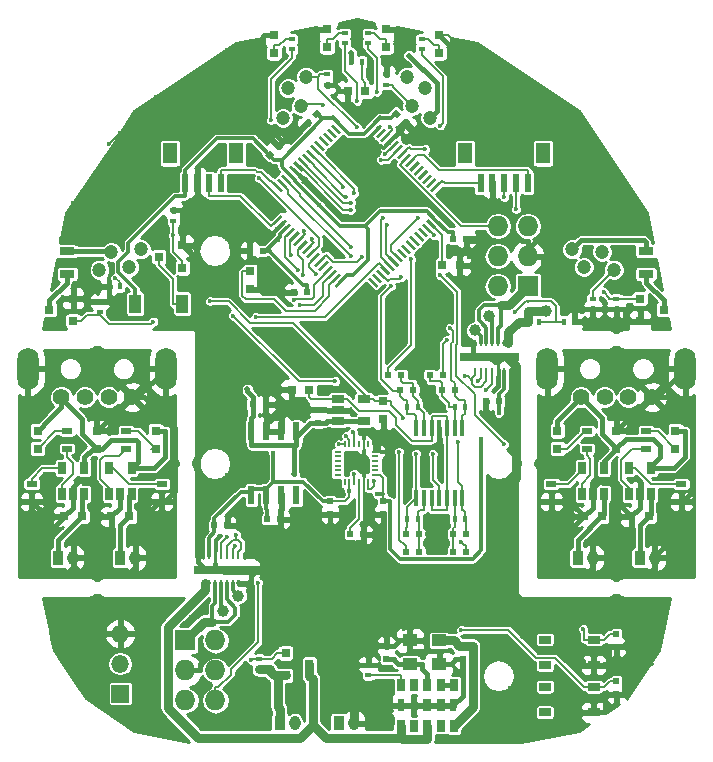
<source format=gtl>
G04 #@! TF.FileFunction,Copper,L1,Top,Signal*
%FSLAX46Y46*%
G04 Gerber Fmt 4.6, Leading zero omitted, Abs format (unit mm)*
G04 Created by KiCad (PCBNEW 4.0.1-stable) date 2016/12/03 22:11:56*
%MOMM*%
G01*
G04 APERTURE LIST*
%ADD10C,0.100000*%
%ADD11C,1.400000*%
%ADD12O,1.800000X3.600000*%
%ADD13R,0.600000X0.180000*%
%ADD14R,0.180000X0.600000*%
%ADD15R,1.727200X1.727200*%
%ADD16O,1.727200X1.727200*%
%ADD17R,0.600000X1.550000*%
%ADD18R,1.200000X1.800000*%
%ADD19R,0.750000X0.800000*%
%ADD20R,0.800000X0.750000*%
%ADD21R,1.250000X1.000000*%
%ADD22R,0.797560X0.797560*%
%ADD23R,0.800100X0.800100*%
%ADD24R,1.060000X0.650000*%
%ADD25R,0.600000X0.500000*%
%ADD26R,0.500000X0.600000*%
%ADD27R,0.950000X1.250000*%
%ADD28O,0.950000X1.250000*%
%ADD29R,0.400000X0.600000*%
%ADD30R,0.600000X0.400000*%
%ADD31R,1.300000X0.700000*%
%ADD32R,0.800000X1.100000*%
%ADD33R,0.700000X1.100000*%
%ADD34R,0.700000X1.000000*%
%ADD35R,0.600000X1.100000*%
%ADD36C,1.200000*%
%ADD37R,1.000000X1.600000*%
%ADD38R,1.050000X0.650000*%
%ADD39R,1.500000X1.500000*%
%ADD40O,1.500000X1.500000*%
%ADD41R,0.450000X1.450000*%
%ADD42R,0.900000X0.500000*%
%ADD43R,0.650000X1.060000*%
%ADD44R,1.600000X0.800000*%
%ADD45R,0.280000X0.600000*%
%ADD46R,2.000000X0.800000*%
%ADD47C,0.400000*%
%ADD48C,0.360000*%
%ADD49C,0.500000*%
%ADD50C,1.000000*%
%ADD51C,0.300000*%
%ADD52C,0.199000*%
%ADD53C,0.299000*%
%ADD54C,0.400000*%
%ADD55C,0.279800*%
%ADD56C,0.800000*%
%ADD57C,0.249800*%
%ADD58C,0.200000*%
%ADD59C,0.199900*%
%ADD60C,0.399900*%
%ADD61C,0.254000*%
G04 APERTURE END LIST*
D10*
D11*
X162000000Y-128400000D03*
X164000000Y-128400000D03*
X166000000Y-128400000D03*
X168000000Y-128400000D03*
D12*
X170850000Y-126000000D03*
X159150000Y-126000000D03*
D13*
X141400000Y-133000000D03*
X141400000Y-133400000D03*
X141400000Y-133800000D03*
X141400000Y-134200000D03*
X141400000Y-134600000D03*
X141400000Y-135000000D03*
D14*
X142000000Y-135600000D03*
X142400000Y-135600000D03*
X142800000Y-135600000D03*
X143200000Y-135600000D03*
X143600000Y-135600000D03*
X144000000Y-135600000D03*
D13*
X144600000Y-135000000D03*
X144600000Y-134600000D03*
X144600000Y-134200000D03*
X144600000Y-133800000D03*
X144600000Y-133400000D03*
X144600000Y-133000000D03*
D14*
X144000000Y-132400000D03*
X143600000Y-132400000D03*
X143200000Y-132400000D03*
X142800000Y-132400000D03*
X142400000Y-132400000D03*
X142000000Y-132400000D03*
D15*
X157500000Y-119000000D03*
D16*
X154960000Y-119000000D03*
X157500000Y-116460000D03*
X154960000Y-116460000D03*
X157500000Y-113920000D03*
X154960000Y-113920000D03*
D15*
X128500000Y-149000000D03*
D16*
X131040000Y-149000000D03*
X128500000Y-151540000D03*
X131040000Y-151540000D03*
X128500000Y-154080000D03*
X131040000Y-154080000D03*
D17*
X153500000Y-110262500D03*
X154500000Y-110262500D03*
X155500000Y-110262500D03*
X156500000Y-110262500D03*
X157500000Y-110262500D03*
D18*
X152200000Y-107737500D03*
X158800000Y-107737500D03*
D19*
X134000000Y-117750000D03*
X134000000Y-119250000D03*
D20*
X150250000Y-117250000D03*
X151750000Y-117250000D03*
D21*
X147500000Y-151000000D03*
X147500000Y-149000000D03*
D19*
X145250000Y-128750000D03*
X145250000Y-130250000D03*
D20*
X139000000Y-127750000D03*
X137500000Y-127750000D03*
D22*
X136000000Y-99249300D03*
X136000000Y-97750700D03*
X140500000Y-98749300D03*
X140500000Y-97250700D03*
X145500000Y-98749300D03*
X145500000Y-97250700D03*
X150000000Y-99249300D03*
X150000000Y-97750700D03*
D23*
X166999240Y-120050000D03*
X166999240Y-121950000D03*
X168998220Y-121000000D03*
X119000760Y-121950000D03*
X119000760Y-120050000D03*
X117001780Y-121000000D03*
X128250760Y-117450000D03*
X128250760Y-115550000D03*
X126251780Y-116500000D03*
D10*
G36*
X141179200Y-105052676D02*
X141355977Y-104875899D01*
X142063084Y-105583006D01*
X141886307Y-105759783D01*
X141179200Y-105052676D01*
X141179200Y-105052676D01*
G37*
G36*
X140825646Y-105406229D02*
X141002423Y-105229452D01*
X141709530Y-105936559D01*
X141532753Y-106113336D01*
X140825646Y-105406229D01*
X140825646Y-105406229D01*
G37*
G36*
X140472093Y-105759783D02*
X140648870Y-105583006D01*
X141355977Y-106290113D01*
X141179200Y-106466890D01*
X140472093Y-105759783D01*
X140472093Y-105759783D01*
G37*
G36*
X140118540Y-106113336D02*
X140295317Y-105936559D01*
X141002424Y-106643666D01*
X140825647Y-106820443D01*
X140118540Y-106113336D01*
X140118540Y-106113336D01*
G37*
G36*
X139764986Y-106466889D02*
X139941763Y-106290112D01*
X140648870Y-106997219D01*
X140472093Y-107173996D01*
X139764986Y-106466889D01*
X139764986Y-106466889D01*
G37*
G36*
X139411433Y-106820443D02*
X139588210Y-106643666D01*
X140295317Y-107350773D01*
X140118540Y-107527550D01*
X139411433Y-106820443D01*
X139411433Y-106820443D01*
G37*
G36*
X139057879Y-107173996D02*
X139234656Y-106997219D01*
X139941763Y-107704326D01*
X139764986Y-107881103D01*
X139057879Y-107173996D01*
X139057879Y-107173996D01*
G37*
G36*
X138704326Y-107527550D02*
X138881103Y-107350773D01*
X139588210Y-108057880D01*
X139411433Y-108234657D01*
X138704326Y-107527550D01*
X138704326Y-107527550D01*
G37*
G36*
X138350773Y-107881103D02*
X138527550Y-107704326D01*
X139234657Y-108411433D01*
X139057880Y-108588210D01*
X138350773Y-107881103D01*
X138350773Y-107881103D01*
G37*
G36*
X137997219Y-108234656D02*
X138173996Y-108057879D01*
X138881103Y-108764986D01*
X138704326Y-108941763D01*
X137997219Y-108234656D01*
X137997219Y-108234656D01*
G37*
G36*
X137643666Y-108588210D02*
X137820443Y-108411433D01*
X138527550Y-109118540D01*
X138350773Y-109295317D01*
X137643666Y-108588210D01*
X137643666Y-108588210D01*
G37*
G36*
X137290112Y-108941763D02*
X137466889Y-108764986D01*
X138173996Y-109472093D01*
X137997219Y-109648870D01*
X137290112Y-108941763D01*
X137290112Y-108941763D01*
G37*
G36*
X136936559Y-109295317D02*
X137113336Y-109118540D01*
X137820443Y-109825647D01*
X137643666Y-110002424D01*
X136936559Y-109295317D01*
X136936559Y-109295317D01*
G37*
G36*
X136583006Y-109648870D02*
X136759783Y-109472093D01*
X137466890Y-110179200D01*
X137290113Y-110355977D01*
X136583006Y-109648870D01*
X136583006Y-109648870D01*
G37*
G36*
X136229452Y-110002423D02*
X136406229Y-109825646D01*
X137113336Y-110532753D01*
X136936559Y-110709530D01*
X136229452Y-110002423D01*
X136229452Y-110002423D01*
G37*
G36*
X135875899Y-110355977D02*
X136052676Y-110179200D01*
X136759783Y-110886307D01*
X136583006Y-111063084D01*
X135875899Y-110355977D01*
X135875899Y-110355977D01*
G37*
G36*
X136052676Y-113820800D02*
X135875899Y-113644023D01*
X136583006Y-112936916D01*
X136759783Y-113113693D01*
X136052676Y-113820800D01*
X136052676Y-113820800D01*
G37*
G36*
X136406229Y-114174354D02*
X136229452Y-113997577D01*
X136936559Y-113290470D01*
X137113336Y-113467247D01*
X136406229Y-114174354D01*
X136406229Y-114174354D01*
G37*
G36*
X136759783Y-114527907D02*
X136583006Y-114351130D01*
X137290113Y-113644023D01*
X137466890Y-113820800D01*
X136759783Y-114527907D01*
X136759783Y-114527907D01*
G37*
G36*
X137113336Y-114881460D02*
X136936559Y-114704683D01*
X137643666Y-113997576D01*
X137820443Y-114174353D01*
X137113336Y-114881460D01*
X137113336Y-114881460D01*
G37*
G36*
X137466889Y-115235014D02*
X137290112Y-115058237D01*
X137997219Y-114351130D01*
X138173996Y-114527907D01*
X137466889Y-115235014D01*
X137466889Y-115235014D01*
G37*
G36*
X137820443Y-115588567D02*
X137643666Y-115411790D01*
X138350773Y-114704683D01*
X138527550Y-114881460D01*
X137820443Y-115588567D01*
X137820443Y-115588567D01*
G37*
G36*
X138173996Y-115942121D02*
X137997219Y-115765344D01*
X138704326Y-115058237D01*
X138881103Y-115235014D01*
X138173996Y-115942121D01*
X138173996Y-115942121D01*
G37*
G36*
X138527550Y-116295674D02*
X138350773Y-116118897D01*
X139057880Y-115411790D01*
X139234657Y-115588567D01*
X138527550Y-116295674D01*
X138527550Y-116295674D01*
G37*
G36*
X138881103Y-116649227D02*
X138704326Y-116472450D01*
X139411433Y-115765343D01*
X139588210Y-115942120D01*
X138881103Y-116649227D01*
X138881103Y-116649227D01*
G37*
G36*
X139234656Y-117002781D02*
X139057879Y-116826004D01*
X139764986Y-116118897D01*
X139941763Y-116295674D01*
X139234656Y-117002781D01*
X139234656Y-117002781D01*
G37*
G36*
X139588210Y-117356334D02*
X139411433Y-117179557D01*
X140118540Y-116472450D01*
X140295317Y-116649227D01*
X139588210Y-117356334D01*
X139588210Y-117356334D01*
G37*
G36*
X139941763Y-117709888D02*
X139764986Y-117533111D01*
X140472093Y-116826004D01*
X140648870Y-117002781D01*
X139941763Y-117709888D01*
X139941763Y-117709888D01*
G37*
G36*
X140295317Y-118063441D02*
X140118540Y-117886664D01*
X140825647Y-117179557D01*
X141002424Y-117356334D01*
X140295317Y-118063441D01*
X140295317Y-118063441D01*
G37*
G36*
X140648870Y-118416994D02*
X140472093Y-118240217D01*
X141179200Y-117533110D01*
X141355977Y-117709887D01*
X140648870Y-118416994D01*
X140648870Y-118416994D01*
G37*
G36*
X141002423Y-118770548D02*
X140825646Y-118593771D01*
X141532753Y-117886664D01*
X141709530Y-118063441D01*
X141002423Y-118770548D01*
X141002423Y-118770548D01*
G37*
G36*
X141355977Y-119124101D02*
X141179200Y-118947324D01*
X141886307Y-118240217D01*
X142063084Y-118416994D01*
X141355977Y-119124101D01*
X141355977Y-119124101D01*
G37*
G36*
X143936916Y-118416994D02*
X144113693Y-118240217D01*
X144820800Y-118947324D01*
X144644023Y-119124101D01*
X143936916Y-118416994D01*
X143936916Y-118416994D01*
G37*
G36*
X144290470Y-118063441D02*
X144467247Y-117886664D01*
X145174354Y-118593771D01*
X144997577Y-118770548D01*
X144290470Y-118063441D01*
X144290470Y-118063441D01*
G37*
G36*
X144644023Y-117709887D02*
X144820800Y-117533110D01*
X145527907Y-118240217D01*
X145351130Y-118416994D01*
X144644023Y-117709887D01*
X144644023Y-117709887D01*
G37*
G36*
X144997576Y-117356334D02*
X145174353Y-117179557D01*
X145881460Y-117886664D01*
X145704683Y-118063441D01*
X144997576Y-117356334D01*
X144997576Y-117356334D01*
G37*
G36*
X145351130Y-117002781D02*
X145527907Y-116826004D01*
X146235014Y-117533111D01*
X146058237Y-117709888D01*
X145351130Y-117002781D01*
X145351130Y-117002781D01*
G37*
G36*
X145704683Y-116649227D02*
X145881460Y-116472450D01*
X146588567Y-117179557D01*
X146411790Y-117356334D01*
X145704683Y-116649227D01*
X145704683Y-116649227D01*
G37*
G36*
X146058237Y-116295674D02*
X146235014Y-116118897D01*
X146942121Y-116826004D01*
X146765344Y-117002781D01*
X146058237Y-116295674D01*
X146058237Y-116295674D01*
G37*
G36*
X146411790Y-115942120D02*
X146588567Y-115765343D01*
X147295674Y-116472450D01*
X147118897Y-116649227D01*
X146411790Y-115942120D01*
X146411790Y-115942120D01*
G37*
G36*
X146765343Y-115588567D02*
X146942120Y-115411790D01*
X147649227Y-116118897D01*
X147472450Y-116295674D01*
X146765343Y-115588567D01*
X146765343Y-115588567D01*
G37*
G36*
X147118897Y-115235014D02*
X147295674Y-115058237D01*
X148002781Y-115765344D01*
X147826004Y-115942121D01*
X147118897Y-115235014D01*
X147118897Y-115235014D01*
G37*
G36*
X147472450Y-114881460D02*
X147649227Y-114704683D01*
X148356334Y-115411790D01*
X148179557Y-115588567D01*
X147472450Y-114881460D01*
X147472450Y-114881460D01*
G37*
G36*
X147826004Y-114527907D02*
X148002781Y-114351130D01*
X148709888Y-115058237D01*
X148533111Y-115235014D01*
X147826004Y-114527907D01*
X147826004Y-114527907D01*
G37*
G36*
X148179557Y-114174353D02*
X148356334Y-113997576D01*
X149063441Y-114704683D01*
X148886664Y-114881460D01*
X148179557Y-114174353D01*
X148179557Y-114174353D01*
G37*
G36*
X148533110Y-113820800D02*
X148709887Y-113644023D01*
X149416994Y-114351130D01*
X149240217Y-114527907D01*
X148533110Y-113820800D01*
X148533110Y-113820800D01*
G37*
G36*
X148886664Y-113467247D02*
X149063441Y-113290470D01*
X149770548Y-113997577D01*
X149593771Y-114174354D01*
X148886664Y-113467247D01*
X148886664Y-113467247D01*
G37*
G36*
X149240217Y-113113693D02*
X149416994Y-112936916D01*
X150124101Y-113644023D01*
X149947324Y-113820800D01*
X149240217Y-113113693D01*
X149240217Y-113113693D01*
G37*
G36*
X149416994Y-111063084D02*
X149240217Y-110886307D01*
X149947324Y-110179200D01*
X150124101Y-110355977D01*
X149416994Y-111063084D01*
X149416994Y-111063084D01*
G37*
G36*
X149063441Y-110709530D02*
X148886664Y-110532753D01*
X149593771Y-109825646D01*
X149770548Y-110002423D01*
X149063441Y-110709530D01*
X149063441Y-110709530D01*
G37*
G36*
X148709887Y-110355977D02*
X148533110Y-110179200D01*
X149240217Y-109472093D01*
X149416994Y-109648870D01*
X148709887Y-110355977D01*
X148709887Y-110355977D01*
G37*
G36*
X148356334Y-110002424D02*
X148179557Y-109825647D01*
X148886664Y-109118540D01*
X149063441Y-109295317D01*
X148356334Y-110002424D01*
X148356334Y-110002424D01*
G37*
G36*
X148002781Y-109648870D02*
X147826004Y-109472093D01*
X148533111Y-108764986D01*
X148709888Y-108941763D01*
X148002781Y-109648870D01*
X148002781Y-109648870D01*
G37*
G36*
X147649227Y-109295317D02*
X147472450Y-109118540D01*
X148179557Y-108411433D01*
X148356334Y-108588210D01*
X147649227Y-109295317D01*
X147649227Y-109295317D01*
G37*
G36*
X147295674Y-108941763D02*
X147118897Y-108764986D01*
X147826004Y-108057879D01*
X148002781Y-108234656D01*
X147295674Y-108941763D01*
X147295674Y-108941763D01*
G37*
G36*
X146942120Y-108588210D02*
X146765343Y-108411433D01*
X147472450Y-107704326D01*
X147649227Y-107881103D01*
X146942120Y-108588210D01*
X146942120Y-108588210D01*
G37*
G36*
X146588567Y-108234657D02*
X146411790Y-108057880D01*
X147118897Y-107350773D01*
X147295674Y-107527550D01*
X146588567Y-108234657D01*
X146588567Y-108234657D01*
G37*
G36*
X146235014Y-107881103D02*
X146058237Y-107704326D01*
X146765344Y-106997219D01*
X146942121Y-107173996D01*
X146235014Y-107881103D01*
X146235014Y-107881103D01*
G37*
G36*
X145881460Y-107527550D02*
X145704683Y-107350773D01*
X146411790Y-106643666D01*
X146588567Y-106820443D01*
X145881460Y-107527550D01*
X145881460Y-107527550D01*
G37*
G36*
X145527907Y-107173996D02*
X145351130Y-106997219D01*
X146058237Y-106290112D01*
X146235014Y-106466889D01*
X145527907Y-107173996D01*
X145527907Y-107173996D01*
G37*
G36*
X145174353Y-106820443D02*
X144997576Y-106643666D01*
X145704683Y-105936559D01*
X145881460Y-106113336D01*
X145174353Y-106820443D01*
X145174353Y-106820443D01*
G37*
G36*
X144820800Y-106466890D02*
X144644023Y-106290113D01*
X145351130Y-105583006D01*
X145527907Y-105759783D01*
X144820800Y-106466890D01*
X144820800Y-106466890D01*
G37*
G36*
X144467247Y-106113336D02*
X144290470Y-105936559D01*
X144997577Y-105229452D01*
X145174354Y-105406229D01*
X144467247Y-106113336D01*
X144467247Y-106113336D01*
G37*
G36*
X144113693Y-105759783D02*
X143936916Y-105583006D01*
X144644023Y-104875899D01*
X144820800Y-105052676D01*
X144113693Y-105759783D01*
X144113693Y-105759783D01*
G37*
D24*
X141400000Y-128550000D03*
X141400000Y-129500000D03*
X141400000Y-130450000D03*
X143600000Y-130450000D03*
X143600000Y-128550000D03*
D17*
X134095000Y-136700000D03*
X135365000Y-136700000D03*
X136635000Y-136700000D03*
X137905000Y-136700000D03*
X137905000Y-131300000D03*
X136635000Y-131300000D03*
X135365000Y-131300000D03*
X134095000Y-131300000D03*
D22*
X143749300Y-102500000D03*
X142250700Y-102500000D03*
D17*
X128500000Y-110262500D03*
X129500000Y-110262500D03*
X130500000Y-110262500D03*
X131500000Y-110262500D03*
D18*
X127200000Y-107737500D03*
X132800000Y-107737500D03*
D25*
X135050000Y-116000000D03*
X133950000Y-116000000D03*
X138800000Y-119500000D03*
X137700000Y-119500000D03*
X151200000Y-115000000D03*
X152300000Y-115000000D03*
D10*
G36*
X145972182Y-104325736D02*
X146325736Y-103972182D01*
X146750000Y-104396446D01*
X146396446Y-104750000D01*
X145972182Y-104325736D01*
X145972182Y-104325736D01*
G37*
G36*
X146750000Y-105103554D02*
X147103554Y-104750000D01*
X147527818Y-105174264D01*
X147174264Y-105527818D01*
X146750000Y-105103554D01*
X146750000Y-105103554D01*
G37*
G36*
X135575736Y-108277818D02*
X135222182Y-107924264D01*
X135646446Y-107500000D01*
X136000000Y-107853554D01*
X135575736Y-108277818D01*
X135575736Y-108277818D01*
G37*
G36*
X136353554Y-107500000D02*
X136000000Y-107146446D01*
X136424264Y-106722182D01*
X136777818Y-107075736D01*
X136353554Y-107500000D01*
X136353554Y-107500000D01*
G37*
G36*
X139674264Y-103972182D02*
X140027818Y-104325736D01*
X139603554Y-104750000D01*
X139250000Y-104396446D01*
X139674264Y-103972182D01*
X139674264Y-103972182D01*
G37*
G36*
X138896446Y-104750000D02*
X139250000Y-105103554D01*
X138825736Y-105527818D01*
X138472182Y-105174264D01*
X138896446Y-104750000D01*
X138896446Y-104750000D01*
G37*
D26*
X165000000Y-148450000D03*
X165000000Y-149550000D03*
D25*
X155050000Y-128750000D03*
X153950000Y-128750000D03*
X130950000Y-139250000D03*
X132050000Y-139250000D03*
D26*
X152000000Y-149450000D03*
X152000000Y-150550000D03*
X145500000Y-150550000D03*
X145500000Y-149450000D03*
X139750000Y-130550000D03*
X139750000Y-129450000D03*
D25*
X134200000Y-129000000D03*
X135300000Y-129000000D03*
X135450000Y-138750000D03*
X136550000Y-138750000D03*
X147200000Y-140000000D03*
X148300000Y-140000000D03*
X148300000Y-141500000D03*
X147200000Y-141500000D03*
X152300000Y-140000000D03*
X151200000Y-140000000D03*
X151200000Y-141500000D03*
X152300000Y-141500000D03*
X151300000Y-127750000D03*
X150200000Y-127750000D03*
X149200000Y-126500000D03*
X150300000Y-126500000D03*
X146700000Y-127750000D03*
X147800000Y-127750000D03*
X146800000Y-126500000D03*
X145700000Y-126500000D03*
D26*
X140750000Y-137200000D03*
X140750000Y-138300000D03*
X145250000Y-138300000D03*
X145250000Y-137200000D03*
D25*
X142450000Y-140000000D03*
X143550000Y-140000000D03*
D27*
X136500000Y-156000000D03*
D28*
X137750000Y-156000000D03*
D27*
X141500000Y-156000000D03*
D28*
X142750000Y-156000000D03*
D23*
X136999240Y-150050000D03*
X136999240Y-151950000D03*
X138998220Y-151000000D03*
D29*
X157550000Y-122000000D03*
X158450000Y-122000000D03*
X142550000Y-100000000D03*
X143450000Y-100000000D03*
D30*
X134750000Y-151450000D03*
X134750000Y-150550000D03*
D29*
X160550000Y-122000000D03*
X161450000Y-122000000D03*
D30*
X144000000Y-151950000D03*
X144000000Y-151050000D03*
D31*
X167500000Y-116050000D03*
X167500000Y-117950000D03*
D30*
X165000000Y-120050000D03*
X165000000Y-120950000D03*
D29*
X147300000Y-138750000D03*
X148200000Y-138750000D03*
D30*
X140500000Y-101050000D03*
X140500000Y-101950000D03*
D29*
X152200000Y-138750000D03*
X151300000Y-138750000D03*
X122950000Y-119000000D03*
X122050000Y-119000000D03*
X152200000Y-129250000D03*
X151300000Y-129250000D03*
D30*
X163000000Y-120050000D03*
X163000000Y-120950000D03*
D29*
X147300000Y-129250000D03*
X148200000Y-129250000D03*
D30*
X145500000Y-101950000D03*
X145500000Y-101050000D03*
D31*
X118500000Y-116050000D03*
X118500000Y-117950000D03*
D30*
X121250000Y-121200000D03*
X121250000Y-120300000D03*
X137500000Y-98950000D03*
X137500000Y-98050000D03*
X142000000Y-98450000D03*
X142000000Y-97550000D03*
X144000000Y-98450000D03*
X144000000Y-97550000D03*
X148500000Y-98950000D03*
X148500000Y-98050000D03*
X127500000Y-113450000D03*
X127500000Y-112550000D03*
D32*
X149000000Y-154500000D03*
D33*
X146750000Y-152800000D03*
D34*
X147850000Y-152800000D03*
D32*
X149000000Y-152800000D03*
D34*
X150150000Y-152800000D03*
D33*
X151250000Y-152800000D03*
D35*
X151200000Y-154500000D03*
D33*
X151250000Y-156200000D03*
D34*
X150150000Y-156200000D03*
D32*
X149000000Y-156200000D03*
D34*
X147850000Y-156200000D03*
D33*
X146750000Y-156200000D03*
D35*
X146800000Y-154500000D03*
D33*
X150150000Y-154500000D03*
D21*
X150000000Y-149000000D03*
X150000000Y-151000000D03*
D26*
X165000000Y-152450000D03*
X165000000Y-153550000D03*
D36*
X122234833Y-116110688D03*
X124765167Y-115889312D03*
X121234833Y-117610688D03*
X123765167Y-117389312D03*
X136779467Y-104750706D03*
X137220533Y-102249294D03*
X138279467Y-103750706D03*
X138720533Y-101249294D03*
X147279467Y-101249294D03*
X147720533Y-103750706D03*
X148779467Y-102249294D03*
X149220533Y-104750706D03*
X161234833Y-115889312D03*
X163765167Y-116110688D03*
X162234833Y-117389312D03*
X164765167Y-117610688D03*
D37*
X124250000Y-120500000D03*
X128250000Y-120500000D03*
D38*
X163075000Y-151075000D03*
X158925000Y-151075000D03*
X158925000Y-148925000D03*
X163075000Y-148925000D03*
X163075000Y-155075000D03*
X158925000Y-155075000D03*
X158925000Y-152925000D03*
X163075000Y-152925000D03*
D39*
X123000000Y-153500000D03*
D40*
X123000000Y-150960000D03*
X123000000Y-148420000D03*
D41*
X148050000Y-136950000D03*
X148700000Y-136950000D03*
X149350000Y-136950000D03*
X150000000Y-136950000D03*
X150650000Y-136950000D03*
X151300000Y-136950000D03*
X151950000Y-136950000D03*
X151950000Y-131050000D03*
X151300000Y-131050000D03*
X150650000Y-131050000D03*
X150000000Y-131050000D03*
X149350000Y-131050000D03*
X148700000Y-131050000D03*
X148050000Y-131050000D03*
D19*
X121000000Y-132750000D03*
X121000000Y-131250000D03*
D20*
X119750000Y-138500000D03*
X118250000Y-138500000D03*
X123750000Y-138500000D03*
X122250000Y-138500000D03*
D22*
X116000000Y-131250700D03*
X116000000Y-132749300D03*
X126000000Y-131250700D03*
X126000000Y-132749300D03*
D27*
X117750000Y-142000000D03*
D28*
X119000000Y-142000000D03*
D27*
X123000000Y-142000000D03*
D28*
X124250000Y-142000000D03*
D42*
X118500000Y-131250000D03*
X118500000Y-132750000D03*
X123500000Y-131250000D03*
X123500000Y-132750000D03*
X115500000Y-135750000D03*
X115500000Y-137250000D03*
X126500000Y-135750000D03*
X126500000Y-137250000D03*
D43*
X118050000Y-136600000D03*
X119000000Y-136600000D03*
X119950000Y-136600000D03*
X119950000Y-134400000D03*
X118050000Y-134400000D03*
X122050000Y-136600000D03*
X123000000Y-136600000D03*
X123950000Y-136600000D03*
X123950000Y-134400000D03*
X122050000Y-134400000D03*
D11*
X118000000Y-128400000D03*
X120000000Y-128400000D03*
X122000000Y-128400000D03*
X124000000Y-128400000D03*
D12*
X126850000Y-126000000D03*
X115150000Y-126000000D03*
D19*
X165000000Y-132750000D03*
X165000000Y-131250000D03*
D20*
X163750000Y-138500000D03*
X162250000Y-138500000D03*
X167750000Y-138500000D03*
X166250000Y-138500000D03*
D22*
X160000000Y-131250700D03*
X160000000Y-132749300D03*
X170000000Y-131250700D03*
X170000000Y-132749300D03*
D27*
X161750000Y-142000000D03*
D28*
X163000000Y-142000000D03*
D27*
X167000000Y-142000000D03*
D28*
X168250000Y-142000000D03*
D42*
X162500000Y-131250000D03*
X162500000Y-132750000D03*
X167500000Y-131250000D03*
X167500000Y-132750000D03*
X159500000Y-135750000D03*
X159500000Y-137250000D03*
X170500000Y-135750000D03*
X170500000Y-137250000D03*
D43*
X162050000Y-136600000D03*
X163000000Y-136600000D03*
X163950000Y-136600000D03*
X163950000Y-134400000D03*
X162050000Y-134400000D03*
X166050000Y-136600000D03*
X167000000Y-136600000D03*
X167950000Y-136600000D03*
X167950000Y-134400000D03*
X166050000Y-134400000D03*
D44*
X154250000Y-125000000D03*
D45*
X155500000Y-123850000D03*
X155000000Y-123850000D03*
X154500000Y-123850000D03*
X154000000Y-123850000D03*
X153500000Y-123850000D03*
X153000000Y-123850000D03*
X153000000Y-126150000D03*
X153500000Y-126150000D03*
X154000000Y-126150000D03*
X154500000Y-126150000D03*
X155000000Y-126150000D03*
X155500000Y-126150000D03*
D46*
X152750000Y-125000000D03*
X155750000Y-125000000D03*
D44*
X131750000Y-143000000D03*
D45*
X130500000Y-144150000D03*
X131000000Y-144150000D03*
X131500000Y-144150000D03*
X132000000Y-144150000D03*
X132500000Y-144150000D03*
X133000000Y-144150000D03*
X133000000Y-141850000D03*
X132500000Y-141850000D03*
X132000000Y-141850000D03*
X131500000Y-141850000D03*
X131000000Y-141850000D03*
X130500000Y-141850000D03*
D46*
X133250000Y-143000000D03*
X130250000Y-143000000D03*
D47*
X153551200Y-131963800D03*
X155050000Y-129717400D03*
X139808800Y-112115500D03*
X136323100Y-115079200D03*
X144724300Y-136578800D03*
X142400000Y-136336800D03*
X135947200Y-133091000D03*
D48*
X142500000Y-104000000D03*
X143500000Y-104000000D03*
X144000000Y-104500000D03*
X146000000Y-103000000D03*
X148400000Y-106400000D03*
X148400000Y-105600000D03*
X149000000Y-116000000D03*
X149600000Y-115400000D03*
X149600000Y-116000000D03*
X157000000Y-107000000D03*
X138800000Y-110200000D03*
X140500000Y-115250000D03*
X140500000Y-112000000D03*
X140600000Y-115800000D03*
X136999700Y-119500000D03*
X136600000Y-119000000D03*
X150000000Y-134000000D03*
X150000000Y-135000000D03*
X148750000Y-135000000D03*
X148750000Y-134000000D03*
X150000000Y-132175300D03*
X147500000Y-135000000D03*
X147500000Y-134000000D03*
X127000000Y-146000000D03*
X126000000Y-147000000D03*
X126000000Y-149000000D03*
X126000000Y-151000000D03*
X125000000Y-150000000D03*
X125000000Y-148000000D03*
X125000000Y-146000000D03*
X124000000Y-147000000D03*
X123000000Y-146000000D03*
X122000000Y-147000000D03*
X121000000Y-146000000D03*
X121000000Y-148000000D03*
X129000000Y-147000000D03*
X128500000Y-147500000D03*
X138000000Y-126000000D03*
X138000000Y-125000000D03*
X138000000Y-124000000D03*
X137500000Y-123500000D03*
X142500000Y-124500000D03*
X144000000Y-126000000D03*
X144000000Y-127000000D03*
X143000000Y-125000000D03*
X143000000Y-126000000D03*
X142500000Y-125500000D03*
X156500000Y-131000000D03*
X156500000Y-129000000D03*
X156500000Y-127500000D03*
X156500000Y-126000000D03*
X156000000Y-130000000D03*
X156000000Y-132000000D03*
X150000000Y-141000000D03*
X150000000Y-140000000D03*
X149000000Y-139000000D03*
X149000000Y-140000000D03*
X144000000Y-122000000D03*
X144000000Y-121000000D03*
X144000000Y-120000000D03*
X143000000Y-122000000D03*
X143000000Y-121000000D03*
X136500000Y-112500000D03*
X135500000Y-112500000D03*
X136000000Y-112000000D03*
X135500000Y-106500000D03*
X136000000Y-106000000D03*
X137000000Y-106000000D03*
X137500000Y-106500000D03*
X138000000Y-106000000D03*
X137500000Y-105500000D03*
X134000000Y-108000000D03*
X134000000Y-110000000D03*
X133000000Y-110000000D03*
X123500000Y-114500000D03*
X124500000Y-113500000D03*
X125500000Y-112500000D03*
X126500000Y-111500000D03*
X127500000Y-110500000D03*
X131000000Y-107500000D03*
X130500000Y-108000000D03*
X130000000Y-108500000D03*
X125500000Y-117500000D03*
X125000000Y-117000000D03*
X125000000Y-119000000D03*
X126000000Y-119000000D03*
X126000000Y-121000000D03*
X126500000Y-115500000D03*
X132000000Y-118000000D03*
X131000000Y-118000000D03*
X130000000Y-118000000D03*
X129000000Y-116000000D03*
X129173900Y-117173900D03*
X129000000Y-112000000D03*
X130000000Y-112000000D03*
X131000000Y-112000000D03*
X132000000Y-112000000D03*
X135000000Y-114000000D03*
X134000000Y-113000000D03*
X134000000Y-114000000D03*
X133000000Y-115000000D03*
X133000000Y-114000000D03*
X132000000Y-115000000D03*
X133000000Y-116000000D03*
X133000000Y-117000000D03*
X132000000Y-119000000D03*
X131000000Y-119000000D03*
X130000000Y-121000000D03*
X131000000Y-121000000D03*
X144000000Y-123000000D03*
X146000000Y-124000000D03*
X146000000Y-122000000D03*
X147000000Y-123000000D03*
X146000000Y-123000000D03*
X149000000Y-125000000D03*
X148000000Y-125000000D03*
X148000000Y-126000000D03*
X149000000Y-128000000D03*
X149000000Y-122000000D03*
X150000000Y-123000000D03*
X151000000Y-121000000D03*
X150000000Y-121000000D03*
X150000000Y-129000000D03*
X153000000Y-117000000D03*
X151000000Y-120000000D03*
X152072500Y-118572500D03*
X153000000Y-119500000D03*
X153000000Y-118500000D03*
X150000000Y-120000000D03*
X149000000Y-120000000D03*
X150000000Y-119000000D03*
X149000000Y-119000000D03*
X153000000Y-116000000D03*
X152500000Y-116500000D03*
X153500000Y-116500000D03*
X153500000Y-115500000D03*
X153500000Y-114500000D03*
X150478500Y-105978500D03*
X151000000Y-106500000D03*
X150000000Y-106500000D03*
X149500000Y-108000000D03*
X150500000Y-108000000D03*
X151000000Y-108500000D03*
X153000000Y-112000000D03*
X152000000Y-113000000D03*
X152000000Y-111000000D03*
X151000000Y-112000000D03*
X151000000Y-111000000D03*
X153000000Y-113000000D03*
X154000000Y-112000000D03*
X168000000Y-121000000D03*
X166000000Y-119000000D03*
X167000000Y-119000000D03*
X166000000Y-117000000D03*
X168000000Y-117000000D03*
X165000000Y-116000000D03*
X166000000Y-116000000D03*
X169000000Y-122000000D03*
X168000000Y-122000000D03*
X166000000Y-122000000D03*
X165000000Y-122000000D03*
X164000000Y-122000000D03*
X163000000Y-122000000D03*
X162000000Y-122000000D03*
X159000000Y-119000000D03*
X160000000Y-119000000D03*
X162000000Y-119000000D03*
X161000000Y-118000000D03*
X160000000Y-117000000D03*
X159000000Y-116000000D03*
X160000000Y-115000000D03*
X161000000Y-114000000D03*
X160000000Y-113000000D03*
X152000000Y-99000000D03*
X151000000Y-100000000D03*
X152000000Y-101000000D03*
X153000000Y-100000000D03*
X154000000Y-99000000D03*
X168000000Y-115000000D03*
X167000000Y-114000000D03*
X165000000Y-114000000D03*
X166000000Y-113000000D03*
X167000000Y-112000000D03*
X166000000Y-111000000D03*
X165000000Y-112000000D03*
X164000000Y-113000000D03*
X163000000Y-112000000D03*
X164000000Y-111000000D03*
X165000000Y-110000000D03*
X164000000Y-109000000D03*
X163000000Y-110000000D03*
X162000000Y-111000000D03*
X161000000Y-110000000D03*
X160000000Y-109000000D03*
X162000000Y-109000000D03*
X163000000Y-108000000D03*
X163000000Y-106000000D03*
X162000000Y-107000000D03*
X161000000Y-108000000D03*
X160000000Y-107000000D03*
X161000000Y-106000000D03*
X162000000Y-105000000D03*
X161000000Y-104000000D03*
X160000000Y-105000000D03*
X159000000Y-106000000D03*
X157000000Y-106000000D03*
X158000000Y-105000000D03*
X159000000Y-104000000D03*
X160000000Y-103000000D03*
X158000000Y-103000000D03*
X157000000Y-104000000D03*
X156000000Y-105000000D03*
X155000000Y-104000000D03*
X156000000Y-103000000D03*
X157000000Y-102000000D03*
X156000000Y-101000000D03*
X155000000Y-102000000D03*
X154000000Y-103000000D03*
X153000000Y-102000000D03*
X154000000Y-101000000D03*
X155000000Y-100000000D03*
X143500000Y-113000000D03*
X145500000Y-110000000D03*
X145000000Y-109500000D03*
X144500000Y-110000000D03*
X145000000Y-110500000D03*
X145500000Y-111000000D03*
X145500000Y-112000000D03*
X145000000Y-111500000D03*
X144500000Y-112000000D03*
X144500000Y-111000000D03*
X144000000Y-111500000D03*
X143500000Y-111000000D03*
X144000000Y-110500000D03*
X144000000Y-109500000D03*
X143500000Y-110000000D03*
X143000000Y-109500000D03*
X142000000Y-107000000D03*
X141500000Y-107500000D03*
X141000000Y-108000000D03*
X143000000Y-107000000D03*
X144000000Y-107000000D03*
X147000000Y-98000000D03*
X143000000Y-98000000D03*
X143000000Y-97000000D03*
X141000000Y-100000000D03*
X139000000Y-100000000D03*
X139000000Y-98000000D03*
X139000000Y-99000000D03*
X140000000Y-100000000D03*
X138000000Y-100000000D03*
X137000000Y-101000000D03*
X119000000Y-117000000D03*
X118000000Y-117000000D03*
X118000000Y-115000000D03*
X120000000Y-115000000D03*
X119000000Y-114000000D03*
X121000000Y-114000000D03*
X120000000Y-113000000D03*
X119000000Y-112000000D03*
X120000000Y-111000000D03*
X121000000Y-112000000D03*
X122000000Y-113000000D03*
X123000000Y-112000000D03*
X122000000Y-111000000D03*
X121000000Y-110000000D03*
X122000000Y-109000000D03*
X123000000Y-110000000D03*
X124000000Y-111000000D03*
X125000000Y-110000000D03*
X124000000Y-109000000D03*
X123000000Y-108000000D03*
X122000000Y-107000000D03*
X123000000Y-106000000D03*
X124000000Y-107000000D03*
X125000000Y-108000000D03*
X126000000Y-109000000D03*
X126000000Y-107000000D03*
X125000000Y-106000000D03*
X124000000Y-105000000D03*
X125000000Y-104000000D03*
X126000000Y-105000000D03*
X127000000Y-106000000D03*
X129000000Y-106000000D03*
X128000000Y-105000000D03*
X127000000Y-104000000D03*
X126000000Y-103000000D03*
X128000000Y-103000000D03*
X129000000Y-104000000D03*
X130000000Y-105000000D03*
X131000000Y-104000000D03*
X130000000Y-103000000D03*
X129000000Y-102000000D03*
X130000000Y-101000000D03*
X131000000Y-102000000D03*
X132000000Y-103000000D03*
X120000000Y-121000000D03*
X120000000Y-120000000D03*
X120000000Y-119000000D03*
X119000000Y-119000000D03*
X134000000Y-99000000D03*
X134000000Y-101000000D03*
X133000000Y-100000000D03*
X132000000Y-99000000D03*
X131000000Y-100000000D03*
X132000000Y-101000000D03*
X133000000Y-102000000D03*
X118000000Y-121000000D03*
X118000000Y-122000000D03*
X117000000Y-122000000D03*
X119000000Y-121000000D03*
X134000000Y-135000000D03*
X135000000Y-134000000D03*
X133000000Y-131000000D03*
X132000000Y-132000000D03*
X133000000Y-133000000D03*
X131000000Y-136000000D03*
X132000000Y-135000000D03*
X132000000Y-128000000D03*
X133000000Y-129000000D03*
X132000000Y-130000000D03*
X131000000Y-131000000D03*
X130000000Y-132000000D03*
X130000000Y-130000000D03*
X131000000Y-129000000D03*
X130000000Y-128000000D03*
X131000000Y-127000000D03*
X130000000Y-126000000D03*
X131000000Y-123000000D03*
X132000000Y-124000000D03*
X133000000Y-123000000D03*
X133000000Y-125000000D03*
X134000000Y-126000000D03*
X134000000Y-124000000D03*
X143000000Y-134000000D03*
X134000000Y-138000000D03*
X133000000Y-139000000D03*
X141000000Y-136000000D03*
X138000000Y-130000000D03*
X138000000Y-129000000D03*
X134000000Y-141000000D03*
X135000000Y-142000000D03*
X135000000Y-140000000D03*
X137000000Y-140000000D03*
X136000000Y-141000000D03*
X137000000Y-142000000D03*
X136000000Y-143000000D03*
X137000000Y-144000000D03*
X136000000Y-145000000D03*
X164000000Y-151000000D03*
X162000000Y-151000000D03*
X161000000Y-150000000D03*
X163000000Y-150000000D03*
X165000000Y-150000000D03*
X159000000Y-146000000D03*
X160000000Y-147000000D03*
X161000000Y-146000000D03*
X162000000Y-147000000D03*
X163000000Y-146000000D03*
X164000000Y-147000000D03*
X165000000Y-146000000D03*
X167000000Y-146000000D03*
X166000000Y-147000000D03*
X166000000Y-149000000D03*
X167000000Y-148000000D03*
X168000000Y-147000000D03*
X169000000Y-146000000D03*
X169000000Y-148000000D03*
X168000000Y-149000000D03*
X168000000Y-151000000D03*
X167000000Y-150000000D03*
X167000000Y-152000000D03*
X166000000Y-151000000D03*
X166000000Y-153000000D03*
X157000000Y-148000000D03*
X162000000Y-155000000D03*
X158000000Y-155000000D03*
X159000000Y-154000000D03*
X158000000Y-153000000D03*
X159000000Y-152000000D03*
X160000000Y-153000000D03*
X161000000Y-154000000D03*
X160000000Y-155000000D03*
X161000000Y-156000000D03*
X160000000Y-157000000D03*
X159000000Y-156000000D03*
X158000000Y-157000000D03*
X157000000Y-156000000D03*
X156000000Y-157000000D03*
X154000000Y-157000000D03*
X152000000Y-157000000D03*
X153000000Y-156000000D03*
X155000000Y-156000000D03*
X156000000Y-155000000D03*
X154000000Y-155000000D03*
X154000000Y-153000000D03*
X155000000Y-154000000D03*
X156000000Y-153000000D03*
X157000000Y-154000000D03*
X157000000Y-152000000D03*
X157000000Y-150000000D03*
X156000000Y-151000000D03*
X155000000Y-150000000D03*
X156000000Y-149000000D03*
X154000000Y-149000000D03*
X154000000Y-147000000D03*
X156000000Y-147000000D03*
X156000000Y-145000000D03*
X156000000Y-143000000D03*
X156000000Y-141000000D03*
X156000000Y-139000000D03*
X156000000Y-137000000D03*
X155000000Y-136000000D03*
X155000000Y-138000000D03*
X155000000Y-140000000D03*
X155000000Y-142000000D03*
X154000000Y-143000000D03*
X155000000Y-144000000D03*
X154000000Y-145000000D03*
X155000000Y-146000000D03*
X151000000Y-144000000D03*
X150000000Y-143000000D03*
X146000000Y-143000000D03*
X146000000Y-145000000D03*
X146000000Y-147000000D03*
X147000000Y-148000000D03*
X148000000Y-147000000D03*
X147000000Y-146000000D03*
X147000000Y-144000000D03*
X151000000Y-148000000D03*
X149000000Y-148000000D03*
X150000000Y-147000000D03*
X151000000Y-146000000D03*
X150000000Y-145000000D03*
X149000000Y-146000000D03*
X148000000Y-145000000D03*
X149000000Y-144000000D03*
X148000000Y-143000000D03*
X144000000Y-139000000D03*
X144000000Y-137000000D03*
X144000000Y-141000000D03*
X145000000Y-142000000D03*
X145000000Y-144000000D03*
X145000000Y-146000000D03*
X144000000Y-145000000D03*
X143000000Y-144000000D03*
X144000000Y-143000000D03*
X143000000Y-142000000D03*
X139000000Y-132000000D03*
X140000000Y-133000000D03*
X140000000Y-135000000D03*
X139000000Y-134000000D03*
X142000000Y-138000000D03*
X142000000Y-139000000D03*
X141000000Y-140000000D03*
X142137436Y-140862556D03*
X142000000Y-143000000D03*
X141000000Y-142000000D03*
X140000000Y-141000000D03*
X140000000Y-139000000D03*
X139000000Y-138000000D03*
X139000000Y-140000000D03*
X139000000Y-142000000D03*
X140000000Y-143000000D03*
X141000000Y-150000000D03*
X142000000Y-149000000D03*
X142000000Y-147000000D03*
X141000000Y-146000000D03*
X141000000Y-148000000D03*
X140000000Y-149000000D03*
X139000000Y-150000000D03*
X139000000Y-148000000D03*
X140000000Y-147000000D03*
X140000000Y-145000000D03*
X139000000Y-146000000D03*
X137000000Y-146000000D03*
X138000000Y-145000000D03*
X138000000Y-147000000D03*
X136000000Y-149000000D03*
X136000000Y-147000000D03*
X137000000Y-148000000D03*
X138000000Y-149000000D03*
X138000000Y-151000000D03*
X138000000Y-153000000D03*
X138000000Y-155000000D03*
X140000000Y-151000000D03*
X141000000Y-152000000D03*
X142000000Y-151000000D03*
X143000000Y-150000000D03*
X144000000Y-149000000D03*
X143000000Y-148000000D03*
X145000000Y-156000000D03*
X146000000Y-155000000D03*
X146000000Y-153000000D03*
X145000000Y-154000000D03*
X144000000Y-155000000D03*
X143000000Y-154000000D03*
X143000000Y-152000000D03*
X144000000Y-153000000D03*
X142000000Y-153000000D03*
X141000000Y-154000000D03*
X121000000Y-150000000D03*
X121000000Y-152000000D03*
X120000000Y-153000000D03*
X121000000Y-154000000D03*
X122000000Y-155000000D03*
X124000000Y-155000000D03*
X125000000Y-156000000D03*
X125000000Y-154000000D03*
X126000000Y-155000000D03*
X126000000Y-157000000D03*
X128000000Y-157000000D03*
X127000000Y-156000000D03*
X131000000Y-156000000D03*
X130000000Y-155000000D03*
X133000000Y-156000000D03*
X132000000Y-155000000D03*
X133000000Y-154000000D03*
X134000000Y-153000000D03*
X135000000Y-154000000D03*
X134000000Y-155000000D03*
X135000000Y-156000000D03*
X117000000Y-146000000D03*
X118000000Y-147000000D03*
X119000000Y-146000000D03*
X120000000Y-147000000D03*
X119000000Y-148000000D03*
X118000000Y-149000000D03*
X119000000Y-150000000D03*
X119000000Y-152000000D03*
X120000000Y-151000000D03*
X120000000Y-149000000D03*
D49*
X146361200Y-98513100D03*
X135117000Y-98513100D03*
X139638800Y-98513100D03*
X150939200Y-98689900D03*
D48*
X142804300Y-111137200D03*
X162186700Y-148018400D03*
X155457400Y-132378400D03*
X150055900Y-118017100D03*
X156500000Y-112491700D03*
D50*
X159074900Y-121099700D03*
D49*
X137710000Y-134892700D03*
X147444700Y-99471000D03*
X142566900Y-99245400D03*
X133763800Y-127726000D03*
D48*
X149453000Y-133205700D03*
X146949100Y-130201500D03*
X130599000Y-120286700D03*
X140185700Y-103684500D03*
X148050000Y-133200000D03*
X141864400Y-110611600D03*
X151596800Y-132185800D03*
X142101500Y-111426600D03*
X143000000Y-105564300D03*
X146599600Y-133005500D03*
X150900000Y-122550000D03*
X142523200Y-111945400D03*
X122575600Y-118313000D03*
X132543800Y-121489600D03*
X141188100Y-127067700D03*
X151831300Y-140643300D03*
X145891700Y-119012600D03*
X142496300Y-112571700D03*
X150649400Y-123535600D03*
X151852700Y-148106300D03*
X139541700Y-117988800D03*
D50*
X154250000Y-121500000D03*
X153000000Y-122750000D03*
D48*
X148822000Y-107403900D03*
D50*
X133000000Y-145200000D03*
X131700000Y-146500000D03*
D48*
X145407600Y-107824600D03*
X145067500Y-108305000D03*
X134658200Y-144120000D03*
X149599500Y-114710400D03*
X155500000Y-111460600D03*
X134061100Y-150638600D03*
X127500000Y-114686300D03*
X145823200Y-105484000D03*
X156400000Y-121200000D03*
X143466900Y-116523800D03*
X163919800Y-119525500D03*
X146784500Y-118222900D03*
X125803500Y-121992600D03*
X134469900Y-121617000D03*
X135748300Y-104956300D03*
X134778000Y-109869700D03*
X143050200Y-103289700D03*
X145208100Y-113233300D03*
X144703900Y-102521500D03*
X145581100Y-113863100D03*
X150087000Y-105398200D03*
X148212100Y-113226600D03*
X154000000Y-127750000D03*
X153250000Y-127000000D03*
X142506200Y-115642600D03*
X152201900Y-126644400D03*
X142502900Y-116447900D03*
X132000000Y-140250000D03*
X132750000Y-141000000D03*
X137732000Y-120156200D03*
X132828400Y-140044900D03*
X138186100Y-120579900D03*
X142662700Y-131378100D03*
X138003200Y-117595700D03*
X142133200Y-131717400D03*
X137478600Y-116329200D03*
X142800000Y-134887400D03*
X138555900Y-114348100D03*
X138483600Y-118076100D03*
X141527900Y-132399900D03*
X139216000Y-115016900D03*
X144503600Y-135510200D03*
X147640200Y-116714900D03*
D51*
X135450000Y-137910300D02*
X135365000Y-137825300D01*
X135450000Y-138750000D02*
X135450000Y-137910300D01*
X151200000Y-115000000D02*
X151200000Y-114399700D01*
X138800000Y-119500000D02*
X138800000Y-118899700D01*
X155500000Y-127699700D02*
X155500000Y-126150000D01*
X155050000Y-128149700D02*
X155500000Y-127699700D01*
X155050000Y-128750000D02*
X155050000Y-128149700D01*
X135365000Y-136700000D02*
X135365000Y-137825300D01*
X128500000Y-110262500D02*
X128500000Y-111387800D01*
X124250000Y-119231900D02*
X124250000Y-120500000D01*
X122814800Y-117796700D02*
X124250000Y-119231900D01*
X122814800Y-116935200D02*
X122814800Y-117796700D01*
X123677100Y-116072900D02*
X122814800Y-116935200D01*
X123677100Y-115332300D02*
X123677100Y-116072900D01*
X127621600Y-111387800D02*
X123677100Y-115332300D01*
X128500000Y-111387800D02*
X127621600Y-111387800D01*
X135365000Y-136137300D02*
X134095000Y-136137300D01*
X135365000Y-136700000D02*
X135365000Y-136137300D01*
X137378500Y-109560500D02*
X136777100Y-108959100D01*
X130500000Y-140300300D02*
X130500000Y-141850000D01*
X130950000Y-139850300D02*
X130500000Y-140300300D01*
X130950000Y-139250000D02*
X130950000Y-139850300D01*
X140750000Y-137200000D02*
X140149700Y-137200000D01*
X146361100Y-104361100D02*
X145936600Y-104785600D01*
X134095000Y-136700000D02*
X134095000Y-136418600D01*
X134095000Y-136418600D02*
X134095000Y-136137300D01*
X130950000Y-139250000D02*
X130950000Y-138649700D01*
X133181100Y-136418600D02*
X130950000Y-138649700D01*
X134095000Y-136418600D02*
X133181100Y-136418600D01*
X139638900Y-104361100D02*
X140024300Y-104746400D01*
X144378900Y-105317800D02*
X144980100Y-104716600D01*
X138494600Y-118899700D02*
X138800000Y-118899700D01*
X135700300Y-116105400D02*
X138494600Y-118899700D01*
X135700300Y-116000000D02*
X135700300Y-116105400D01*
X153551200Y-141379500D02*
X153551200Y-131963800D01*
X152830300Y-142100400D02*
X153551200Y-141379500D01*
X146688000Y-142100400D02*
X152830300Y-142100400D01*
X145850300Y-141262700D02*
X146688000Y-142100400D01*
X145850300Y-137200000D02*
X145850300Y-141262700D01*
X155050000Y-129717400D02*
X155050000Y-128750000D01*
X135050000Y-116000000D02*
X135292500Y-116000000D01*
X135292500Y-116000000D02*
X135700300Y-116000000D01*
X145250000Y-137200000D02*
X145850300Y-137200000D01*
D52*
X145250000Y-135250000D02*
X145250000Y-136578800D01*
X145000000Y-135000000D02*
X145250000Y-135250000D01*
X144600000Y-135000000D02*
X145000000Y-135000000D01*
X145250000Y-136578800D02*
X145250000Y-137200000D01*
X142400000Y-135600000D02*
X142400000Y-136336800D01*
X142050000Y-137200000D02*
X140750000Y-137200000D01*
X142400000Y-136850000D02*
X142050000Y-137200000D01*
X142400000Y-136336800D02*
X142400000Y-136850000D01*
D51*
X145250000Y-136578800D02*
X144724300Y-136578800D01*
X136491500Y-114801000D02*
X136268200Y-115024300D01*
X136491500Y-114619400D02*
X136491500Y-114801000D01*
X137024900Y-114086000D02*
X136491500Y-114619400D01*
X136268200Y-115024300D02*
X135292500Y-116000000D01*
X136268200Y-115024300D02*
X136323100Y-115079200D01*
X138504800Y-135555100D02*
X135947200Y-135555100D01*
X140149700Y-137200000D02*
X138504800Y-135555100D01*
X135947200Y-135555100D02*
X135365000Y-136137300D01*
X135947200Y-135555100D02*
X135947200Y-133091000D01*
X141621100Y-118682200D02*
X142222400Y-118080900D01*
X150703000Y-114399700D02*
X149682200Y-113378900D01*
X151200000Y-114399700D02*
X150703000Y-114399700D01*
X144983800Y-104720300D02*
X144980100Y-104716600D01*
X145809500Y-104720300D02*
X144983800Y-104720300D01*
X145874800Y-104785600D02*
X145809500Y-104720300D01*
X145936500Y-104785600D02*
X145874800Y-104785600D01*
X145936600Y-104785600D02*
X145936500Y-104785600D01*
X144995600Y-112633200D02*
X143720700Y-113908100D01*
X148936500Y-112633200D02*
X144995600Y-112633200D01*
X149682200Y-113378900D02*
X148936500Y-112633200D01*
X143997200Y-114184600D02*
X143720700Y-113908100D01*
X143997200Y-116797200D02*
X143997200Y-114184600D01*
X142713500Y-118080900D02*
X143997200Y-116797200D01*
X142222400Y-118080900D02*
X142713500Y-118080900D01*
X141621100Y-105317800D02*
X142222400Y-105919100D01*
X144378900Y-105317800D02*
X143777600Y-105919100D01*
X143602100Y-106094600D02*
X143777600Y-105919100D01*
X142397900Y-106094600D02*
X143602100Y-106094600D01*
X142222400Y-105919100D02*
X142397900Y-106094600D01*
X137817800Y-110124500D02*
X139808800Y-112115500D01*
X137817800Y-109999800D02*
X137817800Y-110124500D01*
X137378500Y-109560500D02*
X137817800Y-109999800D01*
X141601400Y-113908100D02*
X139808800Y-112115500D01*
X143720700Y-113908100D02*
X141601400Y-113908100D01*
X131158900Y-106478300D02*
X128500000Y-109137200D01*
X134200500Y-106478300D02*
X131158900Y-106478300D01*
X135611100Y-107888900D02*
X134200500Y-106478300D01*
X128500000Y-110262500D02*
X128500000Y-109137200D01*
X136655600Y-108837600D02*
X136777100Y-108959100D01*
X136655600Y-108297300D02*
X136655600Y-108837600D01*
X136051800Y-108297300D02*
X136035700Y-108313400D01*
X136655600Y-108297300D02*
X136051800Y-108297300D01*
X135611100Y-107888900D02*
X136035700Y-108313400D01*
X140024300Y-104928600D02*
X136655600Y-108297300D01*
X140024300Y-104746400D02*
X140024300Y-104928600D01*
X140990100Y-104746400D02*
X141019900Y-104716600D01*
X140024300Y-104746400D02*
X140990100Y-104746400D01*
X141621100Y-105317800D02*
X141019900Y-104716600D01*
D52*
X144000000Y-104500000D02*
X144000000Y-104400000D01*
X142250700Y-103750700D02*
X142500000Y-104000000D01*
X143500000Y-104000000D02*
X144000000Y-104500000D01*
X142250700Y-102500000D02*
X142250700Y-103750700D01*
X145400000Y-103000000D02*
X146000000Y-103000000D01*
X144000000Y-104400000D02*
X145400000Y-103000000D01*
X147138909Y-105138909D02*
X147600000Y-105600000D01*
X147600000Y-105600000D02*
X148400000Y-105600000D01*
X149000000Y-116000000D02*
X149600000Y-116000000D01*
X149000000Y-119000000D02*
X149000000Y-116000000D01*
X137732054Y-109206928D02*
X137806928Y-109206928D01*
X137806928Y-109206928D02*
X138800000Y-110200000D01*
X140500000Y-115250000D02*
X140500000Y-115700000D01*
X137732054Y-109232054D02*
X140500000Y-112000000D01*
X140500000Y-115700000D02*
X140600000Y-115800000D01*
X137700000Y-119500000D02*
X136999700Y-119500000D01*
X137732054Y-109206928D02*
X137732054Y-109232054D01*
X150000000Y-134000000D02*
X150000000Y-135000000D01*
X148750000Y-135000000D02*
X148750000Y-134000000D01*
X147500000Y-134000000D02*
X147500000Y-135000000D01*
X150000000Y-131050000D02*
X150000000Y-132175300D01*
X126000000Y-147000000D02*
X127000000Y-146000000D01*
X126000000Y-151000000D02*
X126000000Y-149000000D01*
X125000000Y-148000000D02*
X125000000Y-150000000D01*
X124000000Y-147000000D02*
X125000000Y-146000000D01*
X122000000Y-147000000D02*
X123000000Y-146000000D01*
X121000000Y-148000000D02*
X121000000Y-146000000D01*
X128500000Y-147500000D02*
X129000000Y-147000000D01*
X137500000Y-123500000D02*
X138000000Y-124000000D01*
X138000000Y-126000000D02*
X138000000Y-125000000D01*
X144000000Y-126000000D02*
X144000000Y-123000000D01*
X143000000Y-126000000D02*
X143000000Y-125000000D01*
X142500000Y-124500000D02*
X143000000Y-125000000D01*
X155750000Y-125000000D02*
X155750000Y-125250000D01*
X155750000Y-125250000D02*
X156500000Y-126000000D01*
X156500000Y-127500000D02*
X156500000Y-129000000D01*
X153950000Y-128750000D02*
X153950000Y-129950000D01*
X153950000Y-129950000D02*
X156000000Y-132000000D01*
X149000000Y-140000000D02*
X149000000Y-139000000D01*
X144000000Y-123000000D02*
X144000000Y-122000000D01*
X144000000Y-121000000D02*
X144000000Y-120000000D01*
X143000000Y-121000000D02*
X143000000Y-122000000D01*
X134000000Y-110000000D02*
X136000000Y-112000000D01*
X135500000Y-112500000D02*
X136500000Y-112500000D01*
X136388909Y-107111091D02*
X136111091Y-107111091D01*
X136111091Y-107111091D02*
X135500000Y-106500000D01*
X136000000Y-106000000D02*
X136500000Y-106000000D01*
X136500000Y-106000000D02*
X137000000Y-106000000D01*
X137500000Y-106500000D02*
X138000000Y-106000000D01*
X133000000Y-110000000D02*
X134000000Y-110000000D01*
X125500000Y-112500000D02*
X124500000Y-113500000D01*
X127000000Y-111000000D02*
X126500000Y-111500000D01*
X127500000Y-110500000D02*
X127000000Y-111000000D01*
X129500000Y-110262500D02*
X129500000Y-109000000D01*
X130500000Y-108000000D02*
X131000000Y-107500000D01*
X129500000Y-109000000D02*
X130000000Y-108500000D01*
X125000000Y-119000000D02*
X125000000Y-117000000D01*
X126000000Y-121000000D02*
X126000000Y-119000000D01*
X130000000Y-118000000D02*
X129173900Y-117173900D01*
X131000000Y-118000000D02*
X130000000Y-118000000D01*
X132000000Y-118000000D02*
X133000000Y-117000000D01*
X131000000Y-112000000D02*
X130000000Y-112000000D01*
X133000000Y-112000000D02*
X132000000Y-112000000D01*
X135000000Y-114000000D02*
X133000000Y-112000000D01*
X134000000Y-114000000D02*
X134000000Y-113000000D01*
X133000000Y-114000000D02*
X133000000Y-115000000D01*
X133000000Y-116000000D02*
X132000000Y-115000000D01*
X129000000Y-112000000D02*
X128900400Y-111900400D01*
X128900400Y-111900400D02*
X129000000Y-112000000D01*
X129000000Y-112000000D02*
X129000000Y-111800800D01*
X131000000Y-123000000D02*
X131000000Y-121000000D01*
X132000000Y-119000000D02*
X132000000Y-118000000D01*
X130000000Y-119000000D02*
X131000000Y-119000000D01*
X130000000Y-121000000D02*
X130000000Y-119000000D01*
X146000000Y-122000000D02*
X146000000Y-124000000D01*
X146000000Y-123000000D02*
X147000000Y-123000000D01*
X150000000Y-129000000D02*
X149000000Y-128000000D01*
X148000000Y-125000000D02*
X148000000Y-126000000D01*
X150000000Y-121000000D02*
X150000000Y-120000000D01*
X150000000Y-122000000D02*
X150000000Y-123000000D01*
X151000000Y-121000000D02*
X150000000Y-122000000D01*
X149000000Y-122000000D02*
X149000000Y-125000000D01*
X153000000Y-117000000D02*
X153000000Y-118500000D01*
X151000000Y-120000000D02*
X150000000Y-120000000D01*
X153000000Y-119500000D02*
X152072500Y-118572500D01*
X149000000Y-120000000D02*
X150000000Y-119000000D01*
X149000000Y-119000000D02*
X150000000Y-120000000D01*
X152300000Y-115000000D02*
X153000000Y-115000000D01*
X152500000Y-116500000D02*
X153000000Y-116000000D01*
X153500000Y-115500000D02*
X153500000Y-116500000D01*
X153000000Y-115000000D02*
X153500000Y-114500000D01*
X151000000Y-106500000D02*
X150478500Y-105978500D01*
X150000000Y-107500000D02*
X150000000Y-106500000D01*
X149500000Y-108000000D02*
X150000000Y-107500000D01*
X151000000Y-108500000D02*
X150500000Y-108000000D01*
X152000000Y-113000000D02*
X153000000Y-112000000D01*
X154500000Y-110262500D02*
X154500000Y-111500000D01*
X151000000Y-112000000D02*
X152000000Y-111000000D01*
X153000000Y-113000000D02*
X151000000Y-111000000D01*
X154500000Y-111500000D02*
X154000000Y-112000000D01*
X167000000Y-119000000D02*
X166000000Y-119000000D01*
X166000000Y-117000000D02*
X168000000Y-117000000D01*
X166000000Y-116000000D02*
X165000000Y-116000000D01*
X161450000Y-122000000D02*
X162000000Y-122000000D01*
X168000000Y-122000000D02*
X169000000Y-122000000D01*
X165000000Y-122000000D02*
X166000000Y-122000000D01*
X163000000Y-122000000D02*
X164000000Y-122000000D01*
X160000000Y-117000000D02*
X160000000Y-119000000D01*
X160000000Y-109000000D02*
X160000000Y-113000000D01*
X161000000Y-118000000D02*
X162000000Y-119000000D01*
X159000000Y-116000000D02*
X160000000Y-117000000D01*
X161000000Y-114000000D02*
X160000000Y-115000000D01*
X150750700Y-97750700D02*
X152000000Y-99000000D01*
X151000000Y-100000000D02*
X152000000Y-101000000D01*
X153000000Y-100000000D02*
X154000000Y-99000000D01*
X150000000Y-97750700D02*
X150750700Y-97750700D01*
X165000000Y-114000000D02*
X167000000Y-114000000D01*
X167000000Y-112000000D02*
X166000000Y-113000000D01*
X165000000Y-112000000D02*
X166000000Y-111000000D01*
X163000000Y-112000000D02*
X164000000Y-113000000D01*
X165000000Y-110000000D02*
X164000000Y-111000000D01*
X163000000Y-110000000D02*
X164000000Y-109000000D01*
X161000000Y-110000000D02*
X162000000Y-111000000D01*
X162000000Y-109000000D02*
X160000000Y-109000000D01*
X163000000Y-106000000D02*
X163000000Y-108000000D01*
X161000000Y-108000000D02*
X162000000Y-107000000D01*
X161000000Y-106000000D02*
X160000000Y-107000000D01*
X161000000Y-104000000D02*
X162000000Y-105000000D01*
X159000000Y-106000000D02*
X160000000Y-105000000D01*
X158000000Y-105000000D02*
X157000000Y-106000000D01*
X160000000Y-103000000D02*
X159000000Y-104000000D01*
X157000000Y-104000000D02*
X158000000Y-103000000D01*
X155000000Y-104000000D02*
X156000000Y-105000000D01*
X157000000Y-102000000D02*
X156000000Y-103000000D01*
X155000000Y-102000000D02*
X156000000Y-101000000D01*
X153000000Y-102000000D02*
X154000000Y-103000000D01*
X155000000Y-100000000D02*
X154000000Y-101000000D01*
X144500000Y-112000000D02*
X143500000Y-113000000D01*
X143000000Y-107000000D02*
X143000000Y-109500000D01*
X145000000Y-109500000D02*
X145500000Y-110000000D01*
X145000000Y-110500000D02*
X144500000Y-110000000D01*
X145500000Y-112000000D02*
X145500000Y-111000000D01*
X144500000Y-112000000D02*
X145000000Y-111500000D01*
X144000000Y-111500000D02*
X144500000Y-111000000D01*
X144000000Y-110500000D02*
X143500000Y-111000000D01*
X143500000Y-110000000D02*
X144000000Y-109500000D01*
X144732412Y-105671394D02*
X144728606Y-105671394D01*
X144728606Y-105671394D02*
X143400000Y-107000000D01*
X143400000Y-107000000D02*
X142000000Y-107000000D01*
X141500000Y-107500000D02*
X141000000Y-108000000D01*
X143000000Y-107000000D02*
X144000000Y-107000000D01*
X143000000Y-97000000D02*
X143000000Y-98000000D01*
X139000000Y-98000000D02*
X139000000Y-100000000D01*
X140000000Y-100000000D02*
X139000000Y-99000000D01*
X137000000Y-101000000D02*
X138000000Y-100000000D01*
X119000000Y-117000000D02*
X118000000Y-117000000D01*
X118000000Y-115000000D02*
X120000000Y-115000000D01*
X119000000Y-114000000D02*
X121000000Y-114000000D01*
X120000000Y-113000000D02*
X119000000Y-112000000D01*
X120000000Y-111000000D02*
X121000000Y-112000000D01*
X122000000Y-113000000D02*
X123000000Y-112000000D01*
X122000000Y-111000000D02*
X121000000Y-110000000D01*
X122000000Y-109000000D02*
X123000000Y-110000000D01*
X124000000Y-111000000D02*
X125000000Y-110000000D01*
X124000000Y-109000000D02*
X123000000Y-108000000D01*
X122000000Y-107000000D02*
X123000000Y-106000000D01*
X124000000Y-107000000D02*
X125000000Y-108000000D01*
X126000000Y-109000000D02*
X126000000Y-107000000D01*
X125000000Y-106000000D02*
X124000000Y-105000000D01*
X125000000Y-104000000D02*
X126000000Y-105000000D01*
X127000000Y-106000000D02*
X129000000Y-106000000D01*
X128000000Y-105000000D02*
X127000000Y-104000000D01*
X126000000Y-103000000D02*
X128000000Y-103000000D01*
X129000000Y-104000000D02*
X130000000Y-105000000D01*
X131000000Y-104000000D02*
X130000000Y-103000000D01*
X129000000Y-102000000D02*
X130000000Y-101000000D01*
X131000000Y-102000000D02*
X132000000Y-103000000D01*
X119000000Y-121000000D02*
X120000000Y-121000000D01*
X120000000Y-120000000D02*
X120000000Y-119000000D01*
X133000000Y-100000000D02*
X134000000Y-101000000D01*
X131000000Y-100000000D02*
X132000000Y-99000000D01*
X133000000Y-102000000D02*
X132000000Y-101000000D01*
X119000760Y-120050000D02*
X119000760Y-120999240D01*
X119000760Y-120999240D02*
X119000000Y-121000000D01*
X119000000Y-121000000D02*
X118000000Y-121000000D01*
X118000000Y-122000000D02*
X117000000Y-122000000D01*
X133000000Y-133000000D02*
X134000000Y-133000000D01*
X134000000Y-133000000D02*
X135000000Y-134000000D01*
X131000000Y-131000000D02*
X132000000Y-132000000D01*
X133000000Y-133000000D02*
X133000000Y-131000000D01*
X132000000Y-135000000D02*
X131000000Y-136000000D01*
X135300000Y-129000000D02*
X135300000Y-125300000D01*
X132000000Y-130000000D02*
X133000000Y-129000000D01*
X130000000Y-132000000D02*
X131000000Y-131000000D01*
X131000000Y-129000000D02*
X130000000Y-130000000D01*
X131000000Y-127000000D02*
X130000000Y-128000000D01*
X130000000Y-124000000D02*
X130000000Y-126000000D01*
X131000000Y-123000000D02*
X130000000Y-124000000D01*
X133000000Y-123000000D02*
X132000000Y-124000000D01*
X134000000Y-126000000D02*
X133000000Y-125000000D01*
X135300000Y-125300000D02*
X134000000Y-124000000D01*
X143600000Y-135600000D02*
X143600000Y-134600000D01*
X143600000Y-134600000D02*
X143000000Y-134000000D01*
X132050000Y-139250000D02*
X132750000Y-139250000D01*
X132750000Y-139250000D02*
X133000000Y-139000000D01*
X140000000Y-135000000D02*
X141000000Y-136000000D01*
X137500000Y-127750000D02*
X137500000Y-128500000D01*
X137500000Y-128500000D02*
X138000000Y-129000000D01*
X137000000Y-146000000D02*
X136000000Y-145000000D01*
X135000000Y-142000000D02*
X134000000Y-141000000D01*
X137000000Y-140000000D02*
X135000000Y-140000000D01*
X137000000Y-142000000D02*
X136000000Y-141000000D01*
X137000000Y-144000000D02*
X136000000Y-143000000D01*
X166000000Y-151000000D02*
X164000000Y-151000000D01*
X166000000Y-149000000D02*
X165000000Y-150000000D01*
X162000000Y-151000000D02*
X162149700Y-151000000D01*
X163000000Y-150000000D02*
X161000000Y-150000000D01*
X165000000Y-153550000D02*
X165450000Y-153550000D01*
X161000000Y-146000000D02*
X160000000Y-147000000D01*
X163000000Y-146000000D02*
X162000000Y-147000000D01*
X165000000Y-146000000D02*
X164000000Y-147000000D01*
X166000000Y-147000000D02*
X167000000Y-146000000D01*
X167000000Y-148000000D02*
X166000000Y-149000000D01*
X169000000Y-146000000D02*
X168000000Y-147000000D01*
X168000000Y-149000000D02*
X169000000Y-148000000D01*
X167000000Y-150000000D02*
X168000000Y-151000000D01*
X166000000Y-151000000D02*
X167000000Y-152000000D01*
X165450000Y-153550000D02*
X166000000Y-153000000D01*
X156000000Y-147000000D02*
X157000000Y-148000000D01*
X151000000Y-146000000D02*
X154250000Y-146000000D01*
X158000000Y-154000000D02*
X159000000Y-154000000D01*
X158000000Y-153000000D02*
X158000000Y-154000000D01*
X160000000Y-152000000D02*
X159000000Y-152000000D01*
X160000000Y-153000000D02*
X160000000Y-152000000D01*
X160000000Y-155000000D02*
X161000000Y-154000000D01*
X160000000Y-157000000D02*
X161000000Y-156000000D01*
X158000000Y-157000000D02*
X159000000Y-156000000D01*
X156000000Y-157000000D02*
X157000000Y-156000000D01*
X152000000Y-157000000D02*
X154000000Y-157000000D01*
X155000000Y-156000000D02*
X153000000Y-156000000D01*
X154000000Y-155000000D02*
X156000000Y-155000000D01*
X155000000Y-154000000D02*
X154000000Y-153000000D01*
X157000000Y-154000000D02*
X156000000Y-153000000D01*
X157000000Y-150000000D02*
X157000000Y-152000000D01*
X155000000Y-150000000D02*
X156000000Y-151000000D01*
X154000000Y-149000000D02*
X156000000Y-149000000D01*
X156000000Y-147000000D02*
X154000000Y-147000000D01*
X156000000Y-143000000D02*
X156000000Y-145000000D01*
X156000000Y-139000000D02*
X156000000Y-141000000D01*
X155000000Y-136000000D02*
X156000000Y-137000000D01*
X155000000Y-140000000D02*
X155000000Y-138000000D01*
X154000000Y-143000000D02*
X155000000Y-142000000D01*
X154000000Y-145000000D02*
X155000000Y-144000000D01*
X154250000Y-146000000D02*
X155000000Y-146000000D01*
X150000000Y-143000000D02*
X151000000Y-144000000D01*
X147000000Y-144000000D02*
X148000000Y-143000000D01*
X146000000Y-145000000D02*
X146000000Y-147000000D01*
X147000000Y-148000000D02*
X147562500Y-147437500D01*
X147562500Y-147437500D02*
X148000000Y-147000000D01*
X147000000Y-146000000D02*
X147000000Y-144000000D01*
X145000000Y-142000000D02*
X146000000Y-143000000D01*
X149000000Y-148000000D02*
X151000000Y-148000000D01*
X151000000Y-146000000D02*
X150000000Y-147000000D01*
X149000000Y-146000000D02*
X150000000Y-145000000D01*
X149000000Y-144000000D02*
X148000000Y-145000000D01*
X143550000Y-140000000D02*
X143550000Y-139349700D01*
X143550000Y-139349700D02*
X144000000Y-138899700D01*
X144050000Y-138950000D02*
X144050000Y-138849700D01*
X144000000Y-139000000D02*
X144050000Y-138950000D01*
X144000000Y-138899700D02*
X144000000Y-137000000D01*
X145000000Y-142000000D02*
X144000000Y-141000000D01*
X145000000Y-146000000D02*
X145000000Y-144000000D01*
X143000000Y-144000000D02*
X144000000Y-145000000D01*
X143000000Y-142000000D02*
X144000000Y-143000000D01*
X140000000Y-133000000D02*
X139000000Y-132000000D01*
X139000000Y-134000000D02*
X140000000Y-135000000D01*
X138000000Y-145000000D02*
X140000000Y-143000000D01*
X141000000Y-140000000D02*
X142000000Y-139000000D01*
X142137436Y-142862564D02*
X142137436Y-140862556D01*
X142000000Y-143000000D02*
X142137436Y-142862564D01*
X140000000Y-141000000D02*
X141000000Y-142000000D01*
X139000000Y-138000000D02*
X140000000Y-139000000D01*
X139000000Y-142000000D02*
X139000000Y-140000000D01*
X142000000Y-147000000D02*
X142000000Y-149000000D01*
X141000000Y-148000000D02*
X141000000Y-146000000D01*
X139000000Y-150000000D02*
X140000000Y-149000000D01*
X140000000Y-147000000D02*
X139000000Y-148000000D01*
X139000000Y-146000000D02*
X140000000Y-145000000D01*
X138000000Y-145000000D02*
X137000000Y-146000000D01*
X136000000Y-149000000D02*
X138000000Y-147000000D01*
X137000000Y-148000000D02*
X136000000Y-147000000D01*
X138000000Y-151000000D02*
X138000000Y-149000000D01*
X138000000Y-155000000D02*
X138000000Y-153000000D01*
X141000000Y-150000000D02*
X140000000Y-151000000D01*
X141000000Y-152000000D02*
X142000000Y-151000000D01*
X143000000Y-150000000D02*
X144000000Y-149000000D01*
X143000000Y-148000000D02*
X141000000Y-150000000D01*
X141000000Y-150000000D02*
X141000000Y-154000000D01*
X146000000Y-153000000D02*
X146000000Y-155000000D01*
X144000000Y-155000000D02*
X145000000Y-154000000D01*
X143000000Y-152000000D02*
X143000000Y-154000000D01*
X142000000Y-153000000D02*
X144000000Y-153000000D01*
X121000000Y-152000000D02*
X121000000Y-150000000D01*
X120000000Y-153000000D02*
X121000000Y-154000000D01*
X122000000Y-155000000D02*
X124000000Y-155000000D01*
X125000000Y-156000000D02*
X125000000Y-154000000D01*
X126000000Y-155000000D02*
X126000000Y-157000000D01*
X128000000Y-157000000D02*
X127000000Y-156000000D01*
X131000000Y-156000000D02*
X130000000Y-155000000D01*
X133000000Y-156000000D02*
X132000000Y-155000000D01*
X133000000Y-154000000D02*
X134000000Y-153000000D01*
X135000000Y-154000000D02*
X134000000Y-155000000D01*
X117000000Y-146000000D02*
X118000000Y-147000000D01*
X119000000Y-146000000D02*
X120000000Y-147000000D01*
X119000000Y-148000000D02*
X118000000Y-149000000D01*
X119000000Y-150000000D02*
X119000000Y-152000000D01*
X120000000Y-151000000D02*
X120000000Y-149000000D01*
D53*
X133000000Y-144150000D02*
X133775500Y-144150000D01*
D52*
X143600000Y-132400000D02*
X143600000Y-135599502D01*
X143600000Y-135599502D02*
X143600498Y-135600000D01*
X143600498Y-135600000D02*
X143600000Y-135600000D01*
X145000000Y-131500000D02*
X143800000Y-131500000D01*
X143600000Y-131700000D02*
X143600000Y-132400000D01*
X143800000Y-131500000D02*
X143600000Y-131700000D01*
D54*
X134052000Y-143873500D02*
X133775500Y-144150000D01*
X133775500Y-144150000D02*
X133900400Y-144274900D01*
X133900400Y-144274900D02*
X133900400Y-147977100D01*
X133900400Y-147977100D02*
X131601400Y-150276100D01*
X131601400Y-150276100D02*
X130474800Y-150276100D01*
X130474800Y-150276100D02*
X129763900Y-150987000D01*
X129763900Y-150987000D02*
X129763900Y-151540000D01*
X134650300Y-143000000D02*
X134650300Y-143097300D01*
X134650300Y-143097300D02*
X134533300Y-143214300D01*
X134533300Y-143214300D02*
X134392000Y-143214300D01*
X134392000Y-143214300D02*
X134052000Y-143554300D01*
X134052000Y-143554300D02*
X134052000Y-143873500D01*
X129763900Y-151540000D02*
X128500000Y-151540000D01*
D55*
X155000000Y-125449600D02*
X155000000Y-126150000D01*
D54*
X154250000Y-125000000D02*
X153049700Y-125000000D01*
X154699600Y-125449600D02*
X154250000Y-125000000D01*
X155000000Y-125449600D02*
X154699600Y-125449600D01*
X155449600Y-125000000D02*
X155750000Y-125000000D01*
X155000000Y-125449600D02*
X155449600Y-125000000D01*
X151349700Y-150675600D02*
X151025300Y-151000000D01*
X151349700Y-150550000D02*
X151349700Y-150675600D01*
X150000000Y-151000000D02*
X151025300Y-151000000D01*
X138861100Y-105138900D02*
X138365900Y-105634100D01*
X133950000Y-116000000D02*
X133950000Y-116650300D01*
X151850100Y-150550000D02*
X151349700Y-150550000D01*
D56*
X133250000Y-143000000D02*
X134650300Y-143000000D01*
X134650300Y-143000000D02*
X136525200Y-143000000D01*
D52*
X145250000Y-131250000D02*
X145250000Y-130250000D01*
X145000000Y-131500000D02*
X145250000Y-131250000D01*
D56*
X156500000Y-125750000D02*
X156500000Y-131000000D01*
X155750000Y-125000000D02*
X156500000Y-125750000D01*
D54*
X153950000Y-128750000D02*
X153950000Y-129400300D01*
X140500000Y-101950000D02*
X141200300Y-101950000D01*
X144000000Y-151050000D02*
X142750000Y-151050000D01*
D56*
X142750000Y-147000000D02*
X142750000Y-151050000D01*
X142750000Y-151050000D02*
X142750000Y-156000000D01*
X147562500Y-147000000D02*
X142750000Y-147000000D01*
D54*
X154500000Y-110262500D02*
X154500000Y-111437800D01*
X145500000Y-149450000D02*
X146150300Y-149450000D01*
X149800600Y-149900300D02*
X150000000Y-150099700D01*
X147500000Y-149900300D02*
X149800600Y-149900300D01*
X147500000Y-147062500D02*
X147500000Y-149000000D01*
X147562500Y-147000000D02*
X147500000Y-147062500D01*
X150000000Y-151000000D02*
X150000000Y-150099700D01*
X146474700Y-149125600D02*
X146150300Y-149450000D01*
X146474700Y-149000000D02*
X146474700Y-149125600D01*
X147500000Y-149000000D02*
X146474700Y-149000000D01*
X147500000Y-149000000D02*
X147500000Y-149900300D01*
X151750000Y-117250000D02*
X151750000Y-116474700D01*
X152899900Y-125000000D02*
X152899900Y-123950100D01*
X152750000Y-125000000D02*
X152899900Y-125000000D01*
X152899900Y-125000000D02*
X153049700Y-125000000D01*
D55*
X152950000Y-123900000D02*
X153000000Y-123850000D01*
D54*
X152950000Y-123900000D02*
X152913300Y-123936700D01*
D55*
X152899900Y-123950100D02*
X152913300Y-123936700D01*
D54*
X151750000Y-117250000D02*
X151750000Y-118025300D01*
X165000000Y-149550000D02*
X164349700Y-149550000D01*
X163075000Y-151075000D02*
X163850200Y-151075000D01*
X165000000Y-153550000D02*
X165650300Y-153550000D01*
X164349700Y-151075000D02*
X164349700Y-149550000D01*
X163850200Y-151075000D02*
X164349700Y-151075000D01*
X165650300Y-151936700D02*
X165650300Y-153550000D01*
X164788600Y-151075000D02*
X165650300Y-151936700D01*
X164349700Y-151075000D02*
X164788600Y-151075000D01*
X164000300Y-153899400D02*
X164349700Y-153550000D01*
X164000300Y-155075000D02*
X164000300Y-153899400D01*
X163075000Y-155075000D02*
X164000300Y-155075000D01*
X165000000Y-153550000D02*
X164349700Y-153550000D01*
X127500000Y-112550000D02*
X128200300Y-112550000D01*
X129500000Y-110262500D02*
X129500000Y-111089600D01*
X129500000Y-111089600D02*
X129500000Y-111437800D01*
X133950000Y-116000000D02*
X133950000Y-115349700D01*
D56*
X142750000Y-144250000D02*
X142750000Y-147000000D01*
X141500000Y-143000000D02*
X142750000Y-144250000D01*
D57*
X135941100Y-114462700D02*
X136671400Y-113732400D01*
D54*
X152072500Y-118347800D02*
X151750000Y-118025300D01*
X152072500Y-123095900D02*
X152072500Y-118347800D01*
X152913300Y-123936700D02*
X152072500Y-123095900D01*
X151850100Y-150550000D02*
X152000000Y-150550000D01*
X152000400Y-153699600D02*
X151200000Y-154500000D01*
X152000400Y-151250700D02*
X152000400Y-153699600D01*
X152000000Y-151250300D02*
X152000400Y-151250700D01*
X152000000Y-150550000D02*
X152000000Y-151250300D01*
D56*
X153250000Y-147000000D02*
X147562500Y-147000000D01*
X155000000Y-145250000D02*
X153250000Y-147000000D01*
X155000000Y-136750000D02*
X155000000Y-145250000D01*
X156500000Y-135250000D02*
X155000000Y-136750000D01*
X156500000Y-131000000D02*
X156500000Y-135250000D01*
D54*
X162149700Y-150716500D02*
X162149700Y-151000000D01*
X155000000Y-145250000D02*
X156683200Y-145250000D01*
X156683200Y-145250000D02*
X162149700Y-150716500D01*
X162149700Y-151000000D02*
X162149700Y-151075000D01*
X163075000Y-151075000D02*
X162149700Y-151075000D01*
X119000800Y-120050000D02*
X119801100Y-120050000D01*
X134000000Y-119250000D02*
X134775300Y-119250000D01*
X135365000Y-129715300D02*
X135300000Y-129650300D01*
X135365000Y-130124700D02*
X135365000Y-129715300D01*
X135300000Y-129000000D02*
X135300000Y-129650300D01*
D56*
X136525200Y-143000000D02*
X141500000Y-143000000D01*
D52*
X143600000Y-137850000D02*
X144050000Y-138300000D01*
X143600000Y-135600000D02*
X143600000Y-137850000D01*
X144050000Y-138300000D02*
X145250000Y-138300000D01*
D54*
X144050000Y-138849700D02*
X144050000Y-138300000D01*
X143550000Y-139349700D02*
X144050000Y-138849700D01*
X145500000Y-97250700D02*
X146299100Y-97250700D01*
X146361200Y-97312800D02*
X146361200Y-98513100D01*
X146299100Y-97250700D02*
X146361200Y-97312800D01*
X145500000Y-101050000D02*
X145500000Y-100449700D01*
X132050000Y-139250000D02*
X132750300Y-139250000D01*
X136550000Y-139400300D02*
X136525200Y-139425100D01*
X136525200Y-143000000D02*
X136525200Y-139425100D01*
X136550000Y-139075100D02*
X136550000Y-139400300D01*
X136550000Y-139075100D02*
X136550000Y-138750000D01*
X136550000Y-137960300D02*
X136635000Y-137875300D01*
X136550000Y-138750000D02*
X136550000Y-137960300D01*
X136635000Y-136700000D02*
X136635000Y-137875300D01*
X140750000Y-139475200D02*
X142471800Y-141196900D01*
X140750000Y-138300000D02*
X140750000Y-139475200D01*
X143018400Y-140650300D02*
X142471800Y-141196900D01*
X143550000Y-140650300D02*
X143018400Y-140650300D01*
X141884200Y-142615800D02*
X141500000Y-143000000D01*
X141884200Y-141784500D02*
X141884200Y-142615800D01*
X142471800Y-141196900D02*
X141884200Y-141784500D01*
X143550000Y-140000000D02*
X143550000Y-140650300D01*
X146361200Y-99588500D02*
X145500000Y-100449700D01*
X146361200Y-98513100D02*
X146361200Y-99588500D01*
X134775400Y-117103900D02*
X134775400Y-119249900D01*
X134321800Y-116650300D02*
X134775400Y-117103900D01*
X133950000Y-116650300D02*
X134321800Y-116650300D01*
X135025500Y-119500000D02*
X134775400Y-119249900D01*
X136999700Y-119500000D02*
X135025500Y-119500000D01*
X134775400Y-119249900D02*
X134775300Y-119250000D01*
D52*
X145000000Y-131500000D02*
X145000000Y-132250000D01*
X145000000Y-133000000D02*
X144600000Y-133000000D01*
X145000000Y-132250000D02*
X145000000Y-133000000D01*
D54*
X136000000Y-97750700D02*
X135200900Y-97750700D01*
X135117000Y-97834600D02*
X135117000Y-98513100D01*
X135200900Y-97750700D02*
X135117000Y-97834600D01*
X132925400Y-139425100D02*
X132750300Y-139250000D01*
X136525200Y-139425100D02*
X132925400Y-139425100D01*
X133950000Y-115349700D02*
X133950000Y-114572800D01*
X132983200Y-114572800D02*
X133950000Y-114572800D01*
X129500000Y-111089600D02*
X132983200Y-114572800D01*
X135831000Y-114572800D02*
X135941100Y-114462700D01*
X133950000Y-114572800D02*
X135831000Y-114572800D01*
D56*
X131750000Y-143000000D02*
X133250000Y-143000000D01*
D54*
X131750000Y-143000000D02*
X131005000Y-143000000D01*
D55*
X131000000Y-142550500D02*
X131000000Y-141850000D01*
D54*
X135365000Y-131300000D02*
X135365000Y-130712300D01*
X135365000Y-130712300D02*
X135365000Y-130124700D01*
X157500000Y-116460000D02*
X157500000Y-115871400D01*
X157500000Y-115871400D02*
X157500000Y-115196100D01*
X163000000Y-120950000D02*
X162649900Y-120950000D01*
X157500000Y-116460000D02*
X158763900Y-116460000D01*
X120051100Y-120300000D02*
X119801100Y-120050000D01*
X121250000Y-120300000D02*
X120051100Y-120300000D01*
X122031600Y-120218700D02*
X122050000Y-120218700D01*
X121950300Y-120300000D02*
X122031600Y-120218700D01*
X122050000Y-120218700D02*
X122050000Y-119000000D01*
X121250000Y-120300000D02*
X121950300Y-120300000D01*
X131000000Y-142997500D02*
X131000000Y-142550500D01*
X131002500Y-142997500D02*
X131000000Y-142997500D01*
X131005000Y-143000000D02*
X131002500Y-142997500D01*
X136635000Y-131300000D02*
X136635000Y-130137300D01*
X141400000Y-129500000D02*
X140469700Y-129500000D01*
X140500000Y-97250700D02*
X139700900Y-97250700D01*
X139638800Y-97312800D02*
X139638800Y-98513100D01*
X139700900Y-97250700D02*
X139638800Y-97312800D01*
D57*
X138368800Y-109843600D02*
X137732100Y-109206900D01*
D54*
X161450000Y-122000000D02*
X161450000Y-121299700D01*
X161450000Y-120950000D02*
X161450000Y-121299700D01*
X162649900Y-120950000D02*
X161450000Y-120950000D01*
X158763900Y-118263900D02*
X158763900Y-116460000D01*
X161450000Y-120950000D02*
X158763900Y-118263900D01*
X128250800Y-115550000D02*
X128250800Y-114749600D01*
X128250800Y-112550000D02*
X128250800Y-114749600D01*
X129363000Y-111437800D02*
X129000000Y-111800800D01*
X129000000Y-111800800D02*
X128250800Y-112550000D01*
X129500000Y-111437800D02*
X129363000Y-111437800D01*
X128250800Y-112550000D02*
X128200300Y-112550000D01*
X140419700Y-129450000D02*
X139750000Y-129450000D01*
X140469700Y-129500000D02*
X140419700Y-129450000D01*
X138175000Y-128525300D02*
X137500000Y-128525300D01*
X139099700Y-129450000D02*
X138175000Y-128525300D01*
X139750000Y-129450000D02*
X139099700Y-129450000D01*
X137500000Y-127750000D02*
X137500000Y-128525300D01*
X153950000Y-129466300D02*
X153950000Y-129400300D01*
X155483700Y-131000000D02*
X153950000Y-129466300D01*
X156500000Y-131000000D02*
X155483700Y-131000000D01*
X150000000Y-97750700D02*
X150939200Y-98689900D01*
X136646900Y-106853100D02*
X136388900Y-107111100D01*
X136646900Y-106675500D02*
X136646900Y-106853100D01*
X137324500Y-106675500D02*
X138365900Y-105634100D01*
X136646900Y-106675500D02*
X137324500Y-106675500D01*
D57*
X145068600Y-107174600D02*
X145209600Y-107315600D01*
X144961700Y-107174600D02*
X145068600Y-107174600D01*
X145793100Y-106732100D02*
X145209600Y-107315600D01*
D54*
X141200300Y-100675600D02*
X141200300Y-101950000D01*
X140937200Y-100412500D02*
X141200300Y-100675600D01*
X140787500Y-100412500D02*
X140937200Y-100412500D01*
X139638800Y-99263800D02*
X140787500Y-100412500D01*
X139638800Y-98513100D02*
X139638800Y-99263800D01*
X141451600Y-102201300D02*
X141451600Y-102500000D01*
X141200300Y-101950000D02*
X141451600Y-102201300D01*
X142250700Y-102500000D02*
X141451600Y-102500000D01*
D57*
X144222500Y-106328500D02*
X144148900Y-106254900D01*
X144222500Y-106469500D02*
X144222500Y-106328500D01*
D54*
X144272800Y-106519800D02*
X144222500Y-106469500D01*
X144272800Y-107174600D02*
X144272800Y-106519800D01*
X144272800Y-107174600D02*
X144961700Y-107174600D01*
D57*
X144732400Y-105671400D02*
X144148900Y-106254900D01*
X146671700Y-105853500D02*
X145793100Y-106732100D01*
D54*
X147138900Y-105395100D02*
X147138900Y-105138900D01*
X147130100Y-105395100D02*
X146671700Y-105853500D01*
X147138900Y-105395100D02*
X147130100Y-105395100D01*
X152300000Y-115924700D02*
X152300000Y-115196000D01*
X151750000Y-116474700D02*
X152300000Y-115924700D01*
X152300000Y-115196000D02*
X152300000Y-115000000D01*
X155483800Y-115196000D02*
X156230000Y-114449800D01*
X152300000Y-115196000D02*
X155483800Y-115196000D01*
X156230000Y-113167800D02*
X156230000Y-114449800D01*
X154500000Y-111437800D02*
X156230000Y-113167800D01*
X156976300Y-115196100D02*
X157500000Y-115196100D01*
X156230000Y-114449800D02*
X156976300Y-115196100D01*
X163000000Y-120950000D02*
X165000000Y-120950000D01*
X165700300Y-121451400D02*
X166198900Y-121950000D01*
X165700300Y-120950000D02*
X165700300Y-121451400D01*
X166999200Y-121950000D02*
X166198900Y-121950000D01*
X165000000Y-120950000D02*
X165700300Y-120950000D01*
X144272800Y-111615900D02*
X144272800Y-107174600D01*
X142736700Y-113152000D02*
X144272800Y-111615900D01*
X141766700Y-113152000D02*
X142736700Y-113152000D01*
X138458300Y-109843600D02*
X141766700Y-113152000D01*
X138368800Y-109843600D02*
X138458300Y-109843600D01*
X146727400Y-132250000D02*
X145000000Y-132250000D01*
X147074400Y-132597000D02*
X146727400Y-132250000D01*
X149578300Y-132597000D02*
X147074400Y-132597000D01*
X150000000Y-132175300D02*
X149578300Y-132597000D01*
X135117000Y-105145600D02*
X136646900Y-106675500D01*
X135117000Y-98513100D02*
X135117000Y-105145600D01*
X129173900Y-121463400D02*
X128936900Y-121700400D01*
X129173900Y-116473100D02*
X129173900Y-121463400D01*
X128250800Y-115550000D02*
X129173900Y-116473100D01*
X123531700Y-121700400D02*
X122050000Y-120218700D01*
X124963500Y-121700400D02*
X123531700Y-121700400D01*
X125278200Y-121385700D02*
X124963500Y-121700400D01*
X126900200Y-121385700D02*
X125278200Y-121385700D01*
X127214900Y-121700400D02*
X126900200Y-121385700D01*
X128936900Y-121700400D02*
X127214900Y-121700400D01*
X135940000Y-130137300D02*
X136635000Y-130137300D01*
X135365000Y-130712300D02*
X135940000Y-130137300D01*
X136635000Y-129390300D02*
X137500000Y-128525300D01*
X136635000Y-130137300D02*
X136635000Y-129390300D01*
X131000000Y-142997500D02*
X130252500Y-142997500D01*
X130252500Y-142997500D02*
X130250000Y-143000000D01*
X135300000Y-129000000D02*
X135300000Y-128349700D01*
X133494500Y-126258000D02*
X128936900Y-121700400D01*
X133494500Y-127075700D02*
X133494500Y-126258000D01*
X134033200Y-127075700D02*
X133494500Y-127075700D01*
X135300000Y-128342500D02*
X134033200Y-127075700D01*
X135300000Y-128349700D02*
X135300000Y-128342500D01*
X129591100Y-142336100D02*
X130252500Y-142997500D01*
X129591100Y-130979100D02*
X129591100Y-142336100D01*
X133494500Y-127075700D02*
X129591100Y-130979100D01*
X150941600Y-98692300D02*
X150939200Y-98689900D01*
X150941600Y-105784700D02*
X150941600Y-98692300D01*
X159820000Y-113551400D02*
X157500000Y-115871400D01*
X159820000Y-106646300D02*
X159820000Y-113551400D01*
X158958400Y-105784700D02*
X159820000Y-106646300D01*
X150941600Y-105784700D02*
X158958400Y-105784700D01*
X150747800Y-105978500D02*
X150941600Y-105784700D01*
X147722300Y-105978500D02*
X150747800Y-105978500D01*
X147138900Y-105395100D02*
X147722300Y-105978500D01*
D58*
X165000000Y-148450000D02*
X164449700Y-148450000D01*
X139499800Y-107439200D02*
X140065700Y-108005100D01*
X163974700Y-148925000D02*
X163075000Y-148925000D01*
X164449700Y-148450000D02*
X163974700Y-148925000D01*
X163075000Y-148925000D02*
X162249700Y-148925000D01*
X162249700Y-148081400D02*
X162186700Y-148018400D01*
X162249700Y-148925000D02*
X162249700Y-148081400D01*
X142804300Y-110743700D02*
X140065700Y-108005100D01*
X142804300Y-111137200D02*
X142804300Y-110743700D01*
X151530000Y-119491200D02*
X150055900Y-118017100D01*
X151530000Y-123900400D02*
X151530000Y-119491200D01*
X151449600Y-123980800D02*
X151530000Y-123900400D01*
X151449600Y-126571300D02*
X151449600Y-123980800D01*
X153029400Y-128151100D02*
X151449600Y-126571300D01*
X153029400Y-129950400D02*
X153029400Y-128151100D01*
X155457400Y-132378400D02*
X153029400Y-129950400D01*
X156500000Y-110262500D02*
X156500000Y-112491700D01*
D56*
X130150000Y-144150000D02*
X130150000Y-144709600D01*
X127035100Y-147824500D02*
X127035100Y-154712700D01*
X127035100Y-154712700D02*
X129547800Y-157225400D01*
X129547800Y-157225400D02*
X138200000Y-157225400D01*
X139289600Y-156135800D02*
X138200000Y-157225400D01*
D53*
X130150000Y-144150000D02*
X130500000Y-144150000D01*
D56*
X130150000Y-144709600D02*
X127035100Y-147824500D01*
X155850000Y-123850000D02*
X155850000Y-122899700D01*
X157550000Y-122000000D02*
X156749700Y-122000000D01*
D53*
X155700000Y-123850000D02*
X155500000Y-123850000D01*
X155850000Y-123850000D02*
X155700000Y-123850000D01*
D56*
X155850000Y-122899700D02*
X156749700Y-122000000D01*
X151675300Y-149450000D02*
X151225300Y-149000000D01*
X152000000Y-149450000D02*
X151675300Y-149450000D01*
X150000000Y-149000000D02*
X151225300Y-149000000D01*
X146750000Y-156200000D02*
X146750000Y-157075200D01*
X149000000Y-156200000D02*
X149000000Y-157350300D01*
X157550000Y-122000000D02*
X157550000Y-121099700D01*
X159074900Y-121099700D02*
X157550000Y-121099700D01*
X138998200Y-151000000D02*
X138998200Y-152000400D01*
X146750000Y-157075200D02*
X146750000Y-157225200D01*
X146875100Y-157350300D02*
X149000000Y-157350300D01*
X146750000Y-157225200D02*
X146875100Y-157350300D01*
X140379200Y-157225400D02*
X139289600Y-156135800D01*
X146749800Y-157225400D02*
X140379200Y-157225400D01*
X146750000Y-157225200D02*
X146749800Y-157225400D01*
X139289600Y-152291800D02*
X138998200Y-152000400D01*
X139289600Y-156135800D02*
X139289600Y-152291800D01*
X152850300Y-154599700D02*
X152850300Y-149450000D01*
X151250000Y-156200000D02*
X152850300Y-154599700D01*
X152000000Y-149450000D02*
X152850300Y-149450000D01*
D54*
X140400300Y-130519400D02*
X140469700Y-130450000D01*
X140400300Y-130550000D02*
X140400300Y-130519400D01*
X141400000Y-130450000D02*
X140469700Y-130450000D01*
X139750000Y-130550000D02*
X140400300Y-130550000D01*
X146150300Y-150675600D02*
X146474700Y-151000000D01*
X146150300Y-150550000D02*
X146150300Y-150675600D01*
X147500000Y-151000000D02*
X146474700Y-151000000D01*
X145500000Y-150550000D02*
X146150300Y-150550000D01*
X134095000Y-131300000D02*
X134095000Y-132475300D01*
X137905000Y-131300000D02*
X137905000Y-131649900D01*
X137905000Y-131649900D02*
X137905000Y-132475300D01*
X137999800Y-131649900D02*
X139099700Y-130550000D01*
X137905000Y-131649900D02*
X137999800Y-131649900D01*
X139750000Y-130550000D02*
X139099700Y-130550000D01*
X142669700Y-130450000D02*
X142330300Y-130450000D01*
X141400000Y-130450000D02*
X142330300Y-130450000D01*
X143600000Y-130450000D02*
X142669700Y-130450000D01*
X134200000Y-130019700D02*
X134095000Y-130124700D01*
X134200000Y-129000000D02*
X134200000Y-130019700D01*
X134095000Y-131300000D02*
X134095000Y-130124700D01*
X150150000Y-152800000D02*
X151250000Y-152800000D01*
X134095000Y-132475300D02*
X137710000Y-132475300D01*
X137710000Y-132475300D02*
X137905000Y-132475300D01*
X137710000Y-132475300D02*
X137710000Y-134892700D01*
X142550000Y-100000000D02*
X142550000Y-99299700D01*
X142550000Y-99262300D02*
X142566900Y-99245400D01*
X142550000Y-99299700D02*
X142550000Y-99262300D01*
X148525300Y-151375000D02*
X148525300Y-151000000D01*
X149000000Y-151849700D02*
X148525300Y-151375000D01*
X149000000Y-152800000D02*
X149000000Y-151849700D01*
X147500000Y-151000000D02*
X148525300Y-151000000D01*
X133763800Y-127913500D02*
X134200000Y-128349700D01*
X133763800Y-127726000D02*
X133763800Y-127913500D01*
X134200000Y-129000000D02*
X134200000Y-128349700D01*
X149781000Y-104190200D02*
X149220500Y-104750700D01*
X149781000Y-101807300D02*
X149781000Y-104190200D01*
X147444700Y-99471000D02*
X149781000Y-101807300D01*
D58*
X144574700Y-128694400D02*
X144430300Y-128550000D01*
X144574700Y-128750000D02*
X144574700Y-128694400D01*
X145250000Y-128750000D02*
X144574700Y-128750000D01*
X145250000Y-128750000D02*
X145925300Y-128750000D01*
X150000000Y-136950000D02*
X150000000Y-135924700D01*
X143600000Y-128550000D02*
X144085800Y-128550000D01*
X144085800Y-128550000D02*
X144430300Y-128550000D01*
X149453000Y-135377700D02*
X149453000Y-133205700D01*
X150000000Y-135924700D02*
X149453000Y-135377700D01*
X146949100Y-130089400D02*
X146949100Y-130201500D01*
X145925300Y-129065600D02*
X146949100Y-130089400D01*
X145925300Y-128750000D02*
X145925300Y-129065600D01*
X137635700Y-122099900D02*
X144085800Y-128550000D01*
X133972200Y-122099900D02*
X137635700Y-122099900D01*
X132159000Y-120286700D02*
X133972200Y-122099900D01*
X130599000Y-120286700D02*
X132159000Y-120286700D01*
X140100200Y-103599000D02*
X140185700Y-103684500D01*
X138431200Y-103599000D02*
X140100200Y-103599000D01*
X138279500Y-103750700D02*
X138431200Y-103599000D01*
X150650000Y-131050000D02*
X150650000Y-130024700D01*
X149396100Y-130024700D02*
X150650000Y-130024700D01*
X149350000Y-130070800D02*
X149396100Y-130024700D01*
X150650000Y-131050000D02*
X150650000Y-135924700D01*
X149350000Y-130637400D02*
X149350000Y-130070800D01*
X139124700Y-128550000D02*
X139000000Y-128425300D01*
X141400000Y-128550000D02*
X139124700Y-128550000D01*
X139000000Y-127750000D02*
X139000000Y-128425300D01*
X149350000Y-130637400D02*
X149350000Y-131050000D01*
X143209400Y-129529100D02*
X142230300Y-128550000D01*
X145733600Y-129529100D02*
X143209400Y-129529100D01*
X146375000Y-130170500D02*
X145733600Y-129529100D01*
X146375000Y-130791600D02*
X146375000Y-130170500D01*
X147658700Y-132075300D02*
X146375000Y-130791600D01*
X149350000Y-132075300D02*
X147658700Y-132075300D01*
X149350000Y-131050000D02*
X149350000Y-132075300D01*
X141400000Y-128550000D02*
X142230300Y-128550000D01*
X150650000Y-136437300D02*
X150650000Y-135924700D01*
X150650000Y-136437300D02*
X150650000Y-136950000D01*
X150650000Y-137975300D02*
X149350000Y-137975300D01*
X150650000Y-136950000D02*
X150650000Y-137975300D01*
X149350000Y-136950000D02*
X149350000Y-137975300D01*
X147200600Y-139449700D02*
X147200000Y-139449700D01*
X147300000Y-139350300D02*
X147200600Y-139449700D01*
X147300000Y-138750000D02*
X147300000Y-139350300D01*
X147200000Y-140000000D02*
X147200000Y-139449700D01*
X147300000Y-137700000D02*
X147300000Y-138750000D01*
X148050000Y-136950000D02*
X147300000Y-137700000D01*
X148050000Y-136950000D02*
X148050000Y-135924700D01*
X141864400Y-110510800D02*
X141864400Y-110611600D01*
X139146300Y-107792700D02*
X141864400Y-110510800D01*
X148050000Y-135924700D02*
X148050000Y-133200000D01*
X152025600Y-137975300D02*
X152200000Y-138149700D01*
X151950000Y-137975300D02*
X152025600Y-137975300D01*
X152200000Y-138750000D02*
X152200000Y-138449800D01*
X152200000Y-138449800D02*
X152200000Y-138149700D01*
X152300000Y-138549800D02*
X152300000Y-140000000D01*
X152200000Y-138449800D02*
X152300000Y-138549800D01*
X151950000Y-137462600D02*
X151950000Y-137975300D01*
X151950000Y-137462600D02*
X151950000Y-136950000D01*
X151950000Y-136950000D02*
X151950000Y-135924700D01*
X151596800Y-135571500D02*
X151596800Y-132185800D01*
X151950000Y-135924700D02*
X151596800Y-135571500D01*
X138792700Y-108146300D02*
X139358600Y-108712200D01*
X141977000Y-111426600D02*
X142101500Y-111426600D01*
X139358600Y-108808200D02*
X141977000Y-111426600D01*
X139358600Y-108712200D02*
X139358600Y-108808200D01*
X140500000Y-101050000D02*
X139899700Y-101050000D01*
X147200000Y-141500000D02*
X147200000Y-140949700D01*
X139700400Y-102264700D02*
X143000000Y-105564300D01*
X139700400Y-101249300D02*
X139700400Y-102264700D01*
X139899700Y-101050000D02*
X139700400Y-101249300D01*
X139700400Y-101249300D02*
X138720500Y-101249300D01*
X146599600Y-140486900D02*
X146599600Y-133005500D01*
X147062400Y-140949700D02*
X146599600Y-140486900D01*
X147200000Y-140949700D02*
X147062400Y-140949700D01*
X151200000Y-140550300D02*
X151200000Y-141500000D01*
X151200000Y-140000000D02*
X151200000Y-140550300D01*
X151300000Y-136950000D02*
X151300000Y-138750000D01*
X151200600Y-139449700D02*
X151200000Y-139449700D01*
X151300000Y-139350300D02*
X151200600Y-139449700D01*
X151300000Y-138750000D02*
X151300000Y-139350300D01*
X151200000Y-140000000D02*
X151200000Y-139449700D01*
D52*
X151129700Y-123400000D02*
X151129700Y-122779700D01*
X151129700Y-122779700D02*
X150900000Y-122550000D01*
D58*
X139005100Y-109065700D02*
X141884800Y-111945400D01*
X141884800Y-111945400D02*
X142523200Y-111945400D01*
X138439200Y-108499800D02*
X139005100Y-109065700D01*
X151649400Y-128649700D02*
X151300000Y-128300300D01*
X152200000Y-128649700D02*
X151649400Y-128649700D01*
X152200000Y-129250000D02*
X152200000Y-128649700D01*
X152124400Y-129850300D02*
X152200000Y-129850300D01*
X151950000Y-130024700D02*
X152124400Y-129850300D01*
X151950000Y-131050000D02*
X151950000Y-130024700D01*
X152200000Y-129250000D02*
X152200000Y-129850300D01*
X151300000Y-128025100D02*
X151300000Y-128300300D01*
X151300000Y-128025100D02*
X151300000Y-127750000D01*
X151300000Y-127750000D02*
X151300000Y-127199700D01*
X151129700Y-123734600D02*
X151129700Y-123400000D01*
X151027100Y-123837200D02*
X151129700Y-123734600D01*
X151027100Y-126926800D02*
X151027100Y-123837200D01*
X151300000Y-127199700D02*
X151027100Y-126926800D01*
X122950000Y-118687400D02*
X122575600Y-118313000D01*
X122950000Y-119000000D02*
X122950000Y-118687400D01*
X152300000Y-141500000D02*
X152300000Y-140949700D01*
X152137700Y-140949700D02*
X151831300Y-140643300D01*
X152300000Y-140949700D02*
X152137700Y-140949700D01*
X138121900Y-127067700D02*
X132543800Y-121489600D01*
X141188100Y-127067700D02*
X138121900Y-127067700D01*
X150050600Y-127050300D02*
X150200000Y-127199700D01*
X149200000Y-127050300D02*
X150050600Y-127050300D01*
X149200000Y-126500000D02*
X149200000Y-127050300D01*
X150200000Y-127750000D02*
X150200000Y-127199700D01*
X151300000Y-131050000D02*
X151300000Y-129250000D01*
X150799700Y-128900000D02*
X150200000Y-128300300D01*
X150799700Y-129250000D02*
X150799700Y-128900000D01*
X151300000Y-129250000D02*
X150799700Y-129250000D01*
X150200000Y-127750000D02*
X150200000Y-128300300D01*
X147049400Y-128649700D02*
X146700000Y-128300300D01*
X147300000Y-128649700D02*
X147049400Y-128649700D01*
X147300000Y-129250000D02*
X147300000Y-128649700D01*
X146700000Y-128148900D02*
X146700000Y-128300300D01*
X146700000Y-128025100D02*
X146700000Y-128148900D01*
X147875600Y-129850300D02*
X147300000Y-129850300D01*
X148050000Y-130024700D02*
X147875600Y-129850300D01*
X148050000Y-131050000D02*
X148050000Y-130024700D01*
X147300000Y-129250000D02*
X147300000Y-129850300D01*
X146700000Y-127750000D02*
X146700000Y-127887500D01*
X146700000Y-127887500D02*
X146700000Y-128025100D01*
X145077500Y-119826800D02*
X145891700Y-119012600D01*
X145077500Y-126901900D02*
X145077500Y-119826800D01*
X146063100Y-127887500D02*
X145077500Y-126901900D01*
X146700000Y-127887500D02*
X146063100Y-127887500D01*
X141893900Y-112571700D02*
X142496300Y-112571700D01*
X138175600Y-108853400D02*
X141893900Y-112571700D01*
X138085600Y-108853400D02*
X138175600Y-108853400D01*
X150300000Y-123885000D02*
X150649400Y-123535600D01*
X150300000Y-126500000D02*
X150300000Y-123885000D01*
X163000000Y-119375900D02*
X163000000Y-120050000D01*
X164765200Y-117610700D02*
X163000000Y-119375900D01*
X146800000Y-126500000D02*
X146800000Y-127050300D01*
X147800000Y-127750000D02*
X147800000Y-127199700D01*
X146949400Y-127199700D02*
X147800000Y-127199700D01*
X146800000Y-127050300D02*
X146949400Y-127199700D01*
X147800000Y-127750000D02*
X147800000Y-128300300D01*
X148149400Y-128649700D02*
X147800000Y-128300300D01*
X148200000Y-128649700D02*
X148149400Y-128649700D01*
X148200000Y-129250000D02*
X148200000Y-128649700D01*
X148700000Y-129750000D02*
X148200000Y-129250000D01*
X148700000Y-131050000D02*
X148700000Y-129750000D01*
X165000000Y-152450000D02*
X164449700Y-152450000D01*
X163974700Y-152925000D02*
X163075000Y-152925000D01*
X164449700Y-152450000D02*
X163974700Y-152925000D01*
X155842300Y-148106300D02*
X151852700Y-148106300D01*
X158185600Y-150449600D02*
X155842300Y-148106300D01*
X159774300Y-150449600D02*
X158185600Y-150449600D01*
X162249700Y-152925000D02*
X159774300Y-150449600D01*
X138933900Y-117381000D02*
X138933900Y-117126700D01*
X139541700Y-117988800D02*
X138933900Y-117381000D01*
X139499800Y-116560800D02*
X138933900Y-117126700D01*
X163075000Y-152925000D02*
X162249700Y-152925000D01*
X136474400Y-98550200D02*
X136000000Y-98550200D01*
X136899700Y-98124900D02*
X136474400Y-98550200D01*
X136899700Y-98050000D02*
X136899700Y-98124900D01*
X137500000Y-98050000D02*
X136899700Y-98050000D01*
X136000000Y-99249300D02*
X136000000Y-98550200D01*
X140974400Y-98050200D02*
X140500000Y-98050200D01*
X141399700Y-97624900D02*
X140974400Y-98050200D01*
X141399700Y-97550000D02*
X141399700Y-97624900D01*
X142000000Y-97550000D02*
X141399700Y-97550000D01*
X140500000Y-98749300D02*
X140500000Y-98050200D01*
X145025600Y-98050200D02*
X145500000Y-98050200D01*
X144600300Y-97624900D02*
X145025600Y-98050200D01*
X144600300Y-97550000D02*
X144600300Y-97624900D01*
X144000000Y-97550000D02*
X144600300Y-97550000D01*
X145500000Y-98749300D02*
X145500000Y-98050200D01*
D53*
X155000000Y-123850000D02*
X155000000Y-122550000D01*
X155200000Y-122350000D02*
X155200000Y-120600000D01*
X155000000Y-122550000D02*
X155200000Y-122350000D01*
X154500000Y-120600000D02*
X153750000Y-120600000D01*
X153350000Y-121850000D02*
X153650000Y-122150000D01*
X153350000Y-121000000D02*
X153350000Y-121850000D01*
X153750000Y-120600000D02*
X153350000Y-121000000D01*
D56*
X155900000Y-120600000D02*
X157500000Y-119000000D01*
X155200000Y-120600000D02*
X155900000Y-120600000D01*
D53*
X154500000Y-120600000D02*
X155200000Y-120600000D01*
X154000000Y-122500000D02*
X153650000Y-122150000D01*
X154000000Y-123850000D02*
X154000000Y-122500000D01*
X154500000Y-123850000D02*
X154500000Y-121750000D01*
X154500000Y-121750000D02*
X154250000Y-121500000D01*
X153500000Y-123250000D02*
X153500000Y-123850000D01*
X153000000Y-122750000D02*
X153500000Y-123250000D01*
D58*
X146853700Y-107792700D02*
X147419800Y-107226600D01*
X147597000Y-107403900D02*
X148822000Y-107403900D01*
X147419800Y-107226600D02*
X147597000Y-107403900D01*
X151849200Y-113920000D02*
X154960000Y-113920000D01*
X146641400Y-108712200D02*
X151849200Y-113920000D01*
X147207300Y-108146300D02*
X146641400Y-108712200D01*
D53*
X131000000Y-144150000D02*
X131000000Y-145850000D01*
X130800000Y-146050000D02*
X130800000Y-147400000D01*
X131000000Y-145850000D02*
X130800000Y-146050000D01*
X132000000Y-145500000D02*
X132750000Y-146250000D01*
X132750000Y-146250000D02*
X132750000Y-146800000D01*
X132750000Y-146800000D02*
X132150000Y-147400000D01*
X132150000Y-147400000D02*
X130800000Y-147400000D01*
X132000000Y-144150000D02*
X132000000Y-145500000D01*
D56*
X130100000Y-147400000D02*
X128500000Y-149000000D01*
X130800000Y-147400000D02*
X130100000Y-147400000D01*
D53*
X131001000Y-144150000D02*
X131000000Y-144150000D01*
X131001000Y-144150000D02*
X131000000Y-144150000D01*
X131001000Y-144150000D02*
X131000000Y-144150000D01*
X132500000Y-144150000D02*
X132500000Y-144700000D01*
X132500000Y-144700000D02*
X133000000Y-145200000D01*
X131500000Y-146300000D02*
X131500000Y-144150000D01*
X131700000Y-146500000D02*
X131500000Y-146300000D01*
D58*
X146146600Y-107085600D02*
X145407600Y-107824600D01*
X131311300Y-152916100D02*
X131040000Y-152916100D01*
X132342800Y-151884600D02*
X131311300Y-152916100D01*
X132342800Y-151449600D02*
X132342800Y-151884600D01*
X134658200Y-149134200D02*
X132342800Y-151449600D01*
X134658200Y-144120000D02*
X134658200Y-149134200D01*
X131040000Y-154080000D02*
X131040000Y-152916100D01*
X145634400Y-108305000D02*
X145067500Y-108305000D01*
X146500200Y-107439200D02*
X145634400Y-108305000D01*
X150455300Y-110262500D02*
X153500000Y-110262500D01*
X150248100Y-110055200D02*
X150455300Y-110262500D01*
X149682200Y-110621100D02*
X150248100Y-110055200D01*
X148975100Y-114086000D02*
X149599500Y-114710400D01*
X155500000Y-110262500D02*
X155500000Y-111460600D01*
X149946300Y-109187200D02*
X157500000Y-109187200D01*
X148693000Y-107933900D02*
X149946300Y-109187200D01*
X148126700Y-107933900D02*
X148693000Y-107933900D01*
X147560800Y-108499800D02*
X148126700Y-107933900D01*
X157500000Y-110262500D02*
X157500000Y-109187200D01*
X133145000Y-111337800D02*
X135752000Y-113944700D01*
X130500000Y-111337800D02*
X133145000Y-111337800D01*
X130500000Y-110262500D02*
X130500000Y-111337800D01*
X136317800Y-113378900D02*
X135752000Y-113944700D01*
X136317800Y-110621100D02*
X135752000Y-110055200D01*
X131500000Y-110262500D02*
X131500000Y-109187200D01*
X134203000Y-109187200D02*
X131500000Y-109187200D01*
X134207700Y-109191900D02*
X134203000Y-109187200D01*
X134449900Y-109191900D02*
X134207700Y-109191900D01*
X134564600Y-109306600D02*
X134449900Y-109191900D01*
X134894200Y-109306600D02*
X134564600Y-109306600D01*
X135319600Y-109732000D02*
X134894200Y-109306600D01*
X135367600Y-109732000D02*
X135319600Y-109732000D01*
X135690900Y-110055300D02*
X135367600Y-109732000D01*
X135751900Y-110055300D02*
X135690900Y-110055300D01*
X135752000Y-110055200D02*
X135751900Y-110055300D01*
X136999200Y-150050000D02*
X136298900Y-150050000D01*
X134750000Y-150550000D02*
X135350300Y-150550000D01*
X135798900Y-150550000D02*
X136298900Y-150050000D01*
X135350300Y-150550000D02*
X135798900Y-150550000D01*
X134750000Y-150550000D02*
X134149700Y-150550000D01*
X134061100Y-150638600D02*
X134149700Y-150550000D01*
X128250800Y-117450000D02*
X128250800Y-116749600D01*
X127500000Y-113450000D02*
X127500000Y-114686300D01*
X128163300Y-116749600D02*
X128250800Y-116749600D01*
X127500000Y-116086300D02*
X128163300Y-116749600D01*
X127500000Y-114686300D02*
X127500000Y-116086300D01*
X145439500Y-106378500D02*
X146005600Y-105812400D01*
X145964800Y-105625600D02*
X145823200Y-105484000D01*
X145964800Y-105771700D02*
X145964800Y-105625600D01*
X146005600Y-105812400D02*
X145964800Y-105771700D01*
D52*
X157500000Y-120300000D02*
X157500000Y-120292400D01*
X157492400Y-120292400D02*
X157500000Y-120300000D01*
X157307600Y-120292400D02*
X157492400Y-120292400D01*
X156400000Y-121200000D02*
X157307600Y-120292400D01*
D58*
X160550000Y-122000000D02*
X160049700Y-122000000D01*
X139853400Y-116914400D02*
X140419400Y-116348400D01*
X159457900Y-120292400D02*
X157500000Y-120292400D01*
X159877700Y-122000000D02*
X159877700Y-120712200D01*
X159877700Y-120712200D02*
X159457900Y-120292400D01*
X158450000Y-122000000D02*
X159877700Y-122000000D01*
X159877700Y-122000000D02*
X160049700Y-122000000D01*
X143062500Y-116928200D02*
X143466900Y-116523800D01*
X140999200Y-116928200D02*
X143062500Y-116928200D01*
X140419400Y-116348400D02*
X140999200Y-116928200D01*
X166999200Y-120050000D02*
X165000000Y-120050000D01*
X164399700Y-120005400D02*
X163919800Y-119525500D01*
X164399700Y-120050000D02*
X164399700Y-120005400D01*
X145086000Y-117975100D02*
X145651900Y-118540900D01*
X165000000Y-120050000D02*
X164399700Y-120050000D01*
X145822200Y-118370600D02*
X145651900Y-118540900D01*
X146636800Y-118370600D02*
X145822200Y-118370600D01*
X146784500Y-118222900D02*
X146636800Y-118370600D01*
X121250000Y-121200000D02*
X121250000Y-121450100D01*
X119000800Y-121950000D02*
X119701100Y-121950000D01*
X145439500Y-117621500D02*
X144873500Y-117055500D01*
X120201000Y-121450100D02*
X121250000Y-121450100D01*
X119701100Y-121950000D02*
X120201000Y-121450100D01*
X125595300Y-122200800D02*
X125803500Y-121992600D01*
X122000700Y-122200800D02*
X125595300Y-122200800D01*
X121250000Y-121450100D02*
X122000700Y-122200800D01*
X140312000Y-121617000D02*
X134469900Y-121617000D01*
X144873500Y-117055500D02*
X140312000Y-121617000D01*
X135748300Y-101422800D02*
X135748300Y-104956300D01*
X137500000Y-99671100D02*
X135748300Y-101422800D01*
X137500000Y-98950000D02*
X137500000Y-99671100D01*
X139794600Y-115559000D02*
X139146300Y-116207300D01*
X139794600Y-114886300D02*
X139794600Y-115559000D01*
X134778000Y-109869700D02*
X139794600Y-114886300D01*
X143050200Y-101794400D02*
X143050200Y-103289700D01*
X142000000Y-100744200D02*
X143050200Y-101794400D01*
X142000000Y-98450000D02*
X142000000Y-100744200D01*
X145077600Y-113363800D02*
X145208100Y-113233300D01*
X145077600Y-116552400D02*
X145077600Y-113363800D01*
X145793100Y-117267900D02*
X145077600Y-116552400D01*
X144000000Y-98450000D02*
X144000000Y-98950300D01*
X144703900Y-99654200D02*
X144703900Y-102521500D01*
X144000000Y-98950300D02*
X144703900Y-99654200D01*
X145499000Y-113945200D02*
X145581100Y-113863100D01*
X145499000Y-116266800D02*
X145499000Y-113945200D01*
X146146600Y-116914400D02*
X145499000Y-116266800D01*
X150281400Y-105203800D02*
X150087000Y-105398200D01*
X150281400Y-101231700D02*
X150281400Y-105203800D01*
X148500000Y-99450300D02*
X150281400Y-101231700D01*
X145934300Y-115504400D02*
X145934300Y-115994900D01*
X148212100Y-113226600D02*
X145934300Y-115504400D01*
X146500200Y-116560800D02*
X145934300Y-115994900D01*
X148500000Y-98950000D02*
X148500000Y-99450300D01*
X154500000Y-127250000D02*
X154500000Y-126150000D01*
X154000000Y-127750000D02*
X154500000Y-127250000D01*
X153500000Y-126750000D02*
X153250000Y-127000000D01*
X153500000Y-126150000D02*
X153500000Y-126750000D01*
X138199900Y-111336300D02*
X142506200Y-115642600D01*
X138199900Y-111194400D02*
X138199900Y-111336300D01*
X137024900Y-110019400D02*
X138199900Y-111194400D01*
X137024900Y-109914000D02*
X137024900Y-110019400D01*
X152750000Y-127250000D02*
X152750000Y-127000000D01*
X153000000Y-127500000D02*
X152750000Y-127250000D01*
X153500000Y-127500000D02*
X153000000Y-127500000D01*
X154000000Y-127000000D02*
X153500000Y-127500000D01*
X154000000Y-126150000D02*
X154000000Y-127000000D01*
X153000000Y-126500000D02*
X153000000Y-126150000D01*
X152750000Y-126750000D02*
X153000000Y-126500000D01*
X152750000Y-127000000D02*
X152750000Y-126750000D01*
X152394400Y-126644400D02*
X152201900Y-126644400D01*
X152750000Y-127000000D02*
X152394400Y-126644400D01*
X137237300Y-111182300D02*
X142502900Y-116447900D01*
X137237300Y-110833500D02*
X137237300Y-111182300D01*
X136671400Y-110267600D02*
X137237300Y-110833500D01*
X132500000Y-141250000D02*
X132750000Y-141000000D01*
X132500000Y-141850000D02*
X132500000Y-141250000D01*
X131500000Y-140750000D02*
X131500000Y-141850000D01*
X132000000Y-140250000D02*
X131500000Y-140750000D01*
X140560500Y-117726900D02*
X140560500Y-117621500D01*
X139400400Y-118887000D02*
X140560500Y-117726900D01*
X139400400Y-119876000D02*
X139400400Y-118887000D01*
X139226000Y-120050400D02*
X139400400Y-119876000D01*
X137837800Y-120050400D02*
X139226000Y-120050400D01*
X137732000Y-120156200D02*
X137837800Y-120050400D01*
X132500000Y-140500000D02*
X132750000Y-140500000D01*
X132000000Y-141000000D02*
X132500000Y-140500000D01*
X132000000Y-141850000D02*
X132000000Y-141000000D01*
X133000000Y-141500000D02*
X133000000Y-141850000D01*
X133250000Y-141250000D02*
X133000000Y-141500000D01*
X133250000Y-140750000D02*
X133250000Y-141250000D01*
X133000000Y-140500000D02*
X133250000Y-140750000D01*
X132750000Y-140500000D02*
X133000000Y-140500000D01*
X132828400Y-140421600D02*
X132828400Y-140044900D01*
X132750000Y-140500000D02*
X132828400Y-140421600D01*
X140118900Y-118770200D02*
X140914000Y-117975100D01*
X140118900Y-119819600D02*
X140118900Y-118770200D01*
X139358600Y-120579900D02*
X140118900Y-119819600D01*
X138186100Y-120579900D02*
X139358600Y-120579900D01*
D52*
X142809800Y-132390200D02*
X142809800Y-131525200D01*
D58*
X136942900Y-116535400D02*
X138003200Y-117595700D01*
X136942900Y-114875100D02*
X136942900Y-116535400D01*
X136942900Y-114875100D02*
X137378500Y-114439500D01*
X142809800Y-131525200D02*
X142662700Y-131378100D01*
D59*
X142400000Y-132400000D02*
X142400000Y-131984200D01*
D58*
X137343300Y-115181900D02*
X137732100Y-114793100D01*
X137343300Y-115181900D02*
X137343300Y-116193900D01*
X137343300Y-116193900D02*
X137478600Y-116329200D01*
D59*
X142400000Y-131984200D02*
X142133200Y-131717400D01*
D52*
X142800000Y-135600000D02*
X142800000Y-134887400D01*
D58*
X138651600Y-114580600D02*
X138085600Y-115146600D01*
X138651600Y-114580600D02*
X138555900Y-114484900D01*
X138555900Y-114484900D02*
X138555900Y-114348100D01*
X138439200Y-115500200D02*
X138040100Y-115899300D01*
X138040100Y-115899300D02*
X138040100Y-116379100D01*
X138040100Y-116379100D02*
X138483600Y-116822600D01*
X138483600Y-116822600D02*
X138483600Y-118076100D01*
X142000000Y-132400000D02*
X141527900Y-132400000D01*
X141527900Y-132400000D02*
X141527900Y-132399900D01*
X139216000Y-115145200D02*
X139216000Y-115016900D01*
X139358600Y-115287800D02*
X139216000Y-115145200D01*
X144000000Y-135600000D02*
X144000000Y-136200300D01*
X138792700Y-115853700D02*
X139358600Y-115287800D01*
X144251900Y-136200300D02*
X144000000Y-136200300D01*
X144503600Y-135948600D02*
X144251900Y-136200300D01*
X144503600Y-135510200D02*
X144503600Y-135948600D01*
X143450000Y-101501600D02*
X143749300Y-101800900D01*
X143450000Y-100000000D02*
X143450000Y-101501600D01*
X143749300Y-102500000D02*
X143749300Y-101800900D01*
X149525600Y-98550200D02*
X150000000Y-98550200D01*
X149100300Y-98124900D02*
X149525600Y-98550200D01*
X149100300Y-98050000D02*
X149100300Y-98124900D01*
X148500000Y-98050000D02*
X149100300Y-98050000D01*
X150000000Y-99249300D02*
X150000000Y-98550200D01*
X146100300Y-102130500D02*
X146100300Y-101950000D01*
X147720500Y-103750700D02*
X146100300Y-102130500D01*
X145500000Y-101950000D02*
X146100300Y-101950000D01*
X147640200Y-124009500D02*
X145700000Y-125949700D01*
X147640200Y-116714900D02*
X147640200Y-124009500D01*
X145700000Y-126500000D02*
X145700000Y-125949700D01*
D54*
X167301500Y-115101200D02*
X167500000Y-115299700D01*
X162022900Y-115101200D02*
X167301500Y-115101200D01*
X161234800Y-115889300D02*
X162022900Y-115101200D01*
X167500000Y-116050000D02*
X167500000Y-115299700D01*
X122174100Y-116050000D02*
X118500000Y-116050000D01*
X122234800Y-116110700D02*
X122174100Y-116050000D01*
X168998200Y-120198500D02*
X168998200Y-121000000D01*
X167500000Y-118700300D02*
X168998200Y-120198500D01*
X167500000Y-117950000D02*
X167500000Y-118700300D01*
X117001800Y-120198500D02*
X117001800Y-121000000D01*
X118500000Y-118700300D02*
X117001800Y-120198500D01*
X118500000Y-117950000D02*
X118500000Y-118700300D01*
D58*
X127449700Y-118398200D02*
X126251800Y-117200300D01*
X127449700Y-120500000D02*
X127449700Y-118398200D01*
X128250000Y-120500000D02*
X127449700Y-120500000D01*
X126251800Y-116500000D02*
X126251800Y-117200300D01*
X133324700Y-119800400D02*
X133324700Y-117750000D01*
X133610900Y-120086600D02*
X133324700Y-119800400D01*
X136049600Y-120086600D02*
X133610900Y-120086600D01*
X137025600Y-121062600D02*
X136049600Y-120086600D01*
X139442200Y-121062600D02*
X137025600Y-121062600D01*
X140701600Y-119803200D02*
X139442200Y-121062600D01*
X140701600Y-118894700D02*
X140701600Y-119803200D01*
X140701600Y-118894600D02*
X140701600Y-118894700D01*
X141267600Y-118328600D02*
X140701600Y-118894600D01*
X134000000Y-117750000D02*
X133324700Y-117750000D01*
X150250000Y-114653800D02*
X149328600Y-113732400D01*
X150250000Y-116574700D02*
X150250000Y-114653800D01*
X150250000Y-117250000D02*
X150250000Y-116574700D01*
X148300000Y-141500000D02*
X148300000Y-140000000D01*
X148374400Y-137975300D02*
X148200000Y-138149700D01*
X148700000Y-137975300D02*
X148374400Y-137975300D01*
X148700000Y-136950000D02*
X148700000Y-137975300D01*
X148200000Y-138750000D02*
X148200000Y-138543500D01*
X148200000Y-138543500D02*
X148200000Y-138149700D01*
X148300000Y-138643500D02*
X148300000Y-140000000D01*
X148200000Y-138543500D02*
X148300000Y-138643500D01*
X144600600Y-151949700D02*
X144600300Y-151950000D01*
X146750000Y-151949700D02*
X144600600Y-151949700D01*
X146750000Y-152800000D02*
X146750000Y-151949700D01*
X144000000Y-151950000D02*
X144600300Y-151950000D01*
D56*
X135650300Y-151601400D02*
X135998900Y-151950000D01*
X135650300Y-151450000D02*
X135650300Y-151601400D01*
X134750000Y-151450000D02*
X135650300Y-151450000D01*
X136999200Y-151950000D02*
X136321700Y-151950000D01*
X136321700Y-151950000D02*
X135998900Y-151950000D01*
X136321700Y-154596400D02*
X136500000Y-154774700D01*
X136321700Y-151950000D02*
X136321700Y-154596400D01*
X136500000Y-156000000D02*
X136500000Y-154774700D01*
D58*
X117499000Y-131250000D02*
X116000000Y-132749000D01*
X118500000Y-131250000D02*
X117499000Y-131250000D01*
X116000000Y-132749000D02*
X116000000Y-132749300D01*
X124501000Y-131250000D02*
X126000000Y-132749000D01*
X123500000Y-131250000D02*
X124501000Y-131250000D01*
X126000000Y-132749000D02*
X125626000Y-132749000D01*
X126000000Y-132749000D02*
X126000000Y-132749300D01*
X118500000Y-132750000D02*
X118700000Y-132750000D01*
X118050000Y-135870000D02*
X118050000Y-136600000D01*
X119000000Y-134920000D02*
X118050000Y-135870000D01*
X119000000Y-134000000D02*
X119000000Y-134920000D01*
X118500000Y-133500000D02*
X119000000Y-134000000D01*
X118500000Y-132750000D02*
X118500000Y-133500000D01*
D59*
X121300000Y-134800000D02*
X121300000Y-133700000D01*
X122850000Y-133400000D02*
X123500000Y-132750000D01*
X121600000Y-133400000D02*
X122850000Y-133400000D01*
X121300000Y-133700000D02*
X121600000Y-133400000D01*
X122050000Y-136050000D02*
X122050000Y-136600000D01*
X121300000Y-135300000D02*
X122050000Y-136050000D01*
X121300000Y-134800000D02*
X121300000Y-135300000D01*
D58*
X123500000Y-132750000D02*
X123300000Y-132750000D01*
X115500000Y-135300000D02*
X115500000Y-135750000D01*
X116400000Y-134400000D02*
X115500000Y-135300000D01*
X118050000Y-134400000D02*
X116400000Y-134400000D01*
D59*
X122050000Y-134400000D02*
X122400000Y-134400000D01*
X123750000Y-135750000D02*
X126500000Y-135750000D01*
X122400000Y-134400000D02*
X123750000Y-135750000D01*
D58*
X160000300Y-132749000D02*
X160000000Y-132749000D01*
X160801000Y-132749000D02*
X160000300Y-132749000D01*
X162300000Y-131250000D02*
X160801000Y-132749000D01*
X162500000Y-131250000D02*
X162300000Y-131250000D01*
X160000300Y-132749000D02*
X160000000Y-132749300D01*
D59*
X167500000Y-131250000D02*
X168500700Y-131250000D01*
X168500700Y-131250000D02*
X170000000Y-132749300D01*
D58*
X170000000Y-132749000D02*
X169999700Y-132749000D01*
X169999700Y-132749000D02*
X170000000Y-132749300D01*
D59*
X162500000Y-132750000D02*
X162500000Y-133300000D01*
X162050000Y-135750000D02*
X162050000Y-136600000D01*
X162800000Y-135000000D02*
X162050000Y-135750000D01*
X162800000Y-133600000D02*
X162800000Y-135000000D01*
X162500000Y-133300000D02*
X162800000Y-133600000D01*
X167500000Y-132750000D02*
X166350000Y-132750000D01*
X166050000Y-136050000D02*
X166050000Y-136600000D01*
X165400000Y-135400000D02*
X166050000Y-136050000D01*
X165400000Y-133700000D02*
X165400000Y-135400000D01*
X166350000Y-132750000D02*
X165400000Y-133700000D01*
D58*
X160905000Y-135750000D02*
X159500000Y-135750000D01*
X162050000Y-134605000D02*
X160905000Y-135750000D01*
X162050000Y-134400000D02*
X162050000Y-134605000D01*
X167925000Y-135750000D02*
X170500000Y-135750000D01*
X166575000Y-134400000D02*
X167925000Y-135750000D01*
X166050000Y-134400000D02*
X166575000Y-134400000D01*
X143200000Y-138699700D02*
X143200000Y-135600000D01*
X142450000Y-139449700D02*
X143200000Y-138699700D01*
X142450000Y-140000000D02*
X142450000Y-139449700D01*
D60*
X124500000Y-132600000D02*
X124500000Y-133850000D01*
X124500000Y-133850000D02*
X123950000Y-134400000D01*
X121000000Y-132750000D02*
X121450000Y-132750000D01*
X124300000Y-132000000D02*
X124500000Y-132200000D01*
X122200000Y-132000000D02*
X124300000Y-132000000D01*
X121450000Y-132750000D02*
X122200000Y-132000000D01*
X121000000Y-132750000D02*
X120650000Y-132750000D01*
X120650000Y-132750000D02*
X119950000Y-133450000D01*
X119950000Y-133450000D02*
X119950000Y-134400000D01*
X124500000Y-132200000D02*
X124500000Y-132600000D01*
X118000000Y-128400000D02*
X118000000Y-128500000D01*
X118000000Y-128500000D02*
X119750000Y-130250000D01*
X119750000Y-131500000D02*
X121000000Y-132750000D01*
X119750000Y-130250000D02*
X119750000Y-131500000D01*
D54*
X121000000Y-132725000D02*
X121000000Y-132750000D01*
X118000000Y-129251000D02*
X117000000Y-130251000D01*
X118000000Y-128400000D02*
X118000000Y-129251000D01*
X117000000Y-130251000D02*
X116000000Y-131251000D01*
X116999700Y-130251000D02*
X116000000Y-131250700D01*
X117000000Y-130251000D02*
X116999700Y-130251000D01*
X126000000Y-131251000D02*
X126000300Y-131251000D01*
X125867000Y-134400000D02*
X123950000Y-134400000D01*
X126799000Y-133468000D02*
X125867000Y-134400000D01*
X126799000Y-131251000D02*
X126799000Y-133468000D01*
X126000300Y-131251000D02*
X126799000Y-131251000D01*
X126000300Y-131251000D02*
X126000000Y-131250700D01*
D60*
X115150000Y-126000000D02*
X116600000Y-126000000D01*
X123000000Y-127200000D02*
X124000000Y-128200000D01*
X117800000Y-127200000D02*
X123000000Y-127200000D01*
X116600000Y-126000000D02*
X117800000Y-127200000D01*
X124000000Y-128200000D02*
X124000000Y-128400000D01*
X119000000Y-142000000D02*
X119000000Y-142600000D01*
X119000000Y-142600000D02*
X119600000Y-143200000D01*
X124250000Y-142750000D02*
X124250000Y-142000000D01*
X123800000Y-143200000D02*
X124250000Y-142750000D01*
X119600000Y-143200000D02*
X123800000Y-143200000D01*
X118250000Y-138500000D02*
X118250000Y-138550000D01*
X118250000Y-138550000D02*
X116800000Y-140000000D01*
X119000000Y-142800000D02*
X119000000Y-142000000D01*
X118600000Y-143200000D02*
X119000000Y-142800000D01*
X117200000Y-143200000D02*
X118600000Y-143200000D01*
X116800000Y-142800000D02*
X117200000Y-143200000D01*
X116800000Y-140000000D02*
X116800000Y-142800000D01*
D54*
X121500000Y-138500000D02*
X122250000Y-138500000D01*
X121000000Y-138000000D02*
X121500000Y-138500000D01*
X121000000Y-136000000D02*
X121000000Y-138000000D01*
X120500000Y-135500000D02*
X121000000Y-136000000D01*
X119500000Y-135500000D02*
X120500000Y-135500000D01*
X119000000Y-136000000D02*
X119500000Y-135500000D01*
X119000000Y-136600000D02*
X119000000Y-136000000D01*
X126700000Y-137250000D02*
X126500000Y-137250000D01*
X127600000Y-136350000D02*
X126700000Y-137250000D01*
X127600000Y-131010000D02*
X127600000Y-136350000D01*
X124990000Y-128400000D02*
X127600000Y-131010000D01*
X124000000Y-128400000D02*
X124990000Y-128400000D01*
X118250000Y-138500000D02*
X118225000Y-138500000D01*
X116750000Y-138500000D02*
X115500000Y-137250000D01*
X118250000Y-138500000D02*
X116750000Y-138500000D01*
X123825000Y-128400000D02*
X124000000Y-128400000D01*
X121000000Y-131225000D02*
X123825000Y-128400000D01*
X121000000Y-131250000D02*
X121000000Y-131225000D01*
X119000000Y-137750000D02*
X119000000Y-136600000D01*
X118250000Y-138500000D02*
X119000000Y-137750000D01*
X123000000Y-137750000D02*
X123000000Y-136600000D01*
X122250000Y-138500000D02*
X123000000Y-137750000D01*
X126300000Y-137250000D02*
X126500000Y-137250000D01*
X125650000Y-137900000D02*
X126300000Y-137250000D01*
X125650000Y-138100000D02*
X125650000Y-137900000D01*
X124250000Y-139500000D02*
X125650000Y-138100000D01*
X124250000Y-142000000D02*
X124250000Y-139500000D01*
X124450000Y-128400000D02*
X126850000Y-126000000D01*
X124000000Y-128400000D02*
X124450000Y-128400000D01*
X119750000Y-136800000D02*
X119950000Y-136600000D01*
X119750000Y-138500000D02*
X119750000Y-136800000D01*
X119725000Y-138500000D02*
X119750000Y-138500000D01*
X117750000Y-140475000D02*
X119725000Y-138500000D01*
X117750000Y-142000000D02*
X117750000Y-140475000D01*
X123750000Y-136800000D02*
X123950000Y-136600000D01*
X123750000Y-138500000D02*
X123750000Y-136800000D01*
X123000000Y-139250000D02*
X123750000Y-138500000D01*
X123000000Y-142000000D02*
X123000000Y-139250000D01*
D60*
X162000000Y-128400000D02*
X163800000Y-130200000D01*
X163800000Y-131525000D02*
X165000000Y-132725000D01*
X163800000Y-131000000D02*
X163800000Y-131525000D01*
X163800000Y-130200000D02*
X163800000Y-131000000D01*
X165000000Y-132725000D02*
X165000000Y-132750000D01*
D54*
X167950000Y-134195000D02*
X167950000Y-134400000D01*
X168675000Y-133470000D02*
X167950000Y-134195000D01*
X165000000Y-132725000D02*
X165775000Y-131950000D01*
X165775000Y-131950000D02*
X168120000Y-131950000D01*
X168120000Y-131950000D02*
X168675000Y-132505000D01*
X168675000Y-132505000D02*
X168675000Y-133470000D01*
X165000000Y-132750000D02*
X165000000Y-132725000D01*
X163950000Y-133825000D02*
X163950000Y-134400000D01*
X165000000Y-132775000D02*
X163950000Y-133825000D01*
X165000000Y-132750000D02*
X165000000Y-132775000D01*
X160000000Y-131251000D02*
X160000000Y-131250700D01*
X160000000Y-130400000D02*
X162000000Y-128400000D01*
X160000000Y-131250700D02*
X160000000Y-130400000D01*
X170000000Y-131251000D02*
X170000300Y-131251000D01*
X169867000Y-134400000D02*
X167950000Y-134400000D01*
X170799000Y-133468000D02*
X169867000Y-134400000D01*
X170799000Y-131251000D02*
X170799000Y-133468000D01*
X170000300Y-131251000D02*
X170799000Y-131251000D01*
X170000300Y-131251000D02*
X170000000Y-131250700D01*
D60*
X163000000Y-142000000D02*
X164900000Y-142000000D01*
X168250000Y-142750000D02*
X168250000Y-142000000D01*
X167900000Y-143100000D02*
X168250000Y-142750000D01*
X166000000Y-143100000D02*
X167900000Y-143100000D01*
X164900000Y-142000000D02*
X166000000Y-143100000D01*
X163000000Y-142000000D02*
X163000000Y-142800000D01*
X160800000Y-139950000D02*
X162250000Y-138500000D01*
X160800000Y-142900000D02*
X160800000Y-139950000D01*
X161000000Y-143100000D02*
X160800000Y-142900000D01*
X162700000Y-143100000D02*
X161000000Y-143100000D01*
X163000000Y-142800000D02*
X162700000Y-143100000D01*
X163000000Y-136600000D02*
X163000000Y-136100000D01*
X163000000Y-136100000D02*
X163500000Y-135600000D01*
X164800000Y-137050000D02*
X166250000Y-138500000D01*
X164800000Y-136000000D02*
X164800000Y-137050000D01*
X164400000Y-135600000D02*
X164800000Y-136000000D01*
X163500000Y-135600000D02*
X164400000Y-135600000D01*
X170500000Y-137250000D02*
X170550000Y-137250000D01*
X170550000Y-137250000D02*
X171400000Y-136400000D01*
X169700000Y-128400000D02*
X168000000Y-128400000D01*
X171500000Y-130200000D02*
X169700000Y-128400000D01*
X171500000Y-136300000D02*
X171500000Y-130200000D01*
X171400000Y-136400000D02*
X171500000Y-136300000D01*
X159150000Y-126000000D02*
X161000000Y-126000000D01*
X166800000Y-127200000D02*
X168000000Y-128400000D01*
X162200000Y-127200000D02*
X166800000Y-127200000D01*
X161000000Y-126000000D02*
X162200000Y-127200000D01*
D54*
X170700000Y-137250000D02*
X170500000Y-137250000D01*
X168450000Y-128400000D02*
X170850000Y-126000000D01*
X168000000Y-128400000D02*
X168450000Y-128400000D01*
X162225000Y-138500000D02*
X162250000Y-138500000D01*
X170500000Y-139600000D02*
X170500000Y-137250000D01*
X168250000Y-141850000D02*
X170500000Y-139600000D01*
X168250000Y-142000000D02*
X168250000Y-141850000D01*
X167000000Y-137750000D02*
X166250000Y-138500000D01*
X167000000Y-136600000D02*
X167000000Y-137750000D01*
X166225000Y-138500000D02*
X166250000Y-138500000D01*
X163000000Y-137750000D02*
X163000000Y-136600000D01*
X162250000Y-138500000D02*
X163000000Y-137750000D01*
X161000000Y-137250000D02*
X162250000Y-138500000D01*
X159500000Y-137250000D02*
X161000000Y-137250000D01*
X167825000Y-128400000D02*
X168000000Y-128400000D01*
X165000000Y-131225000D02*
X167825000Y-128400000D01*
X165000000Y-131250000D02*
X165000000Y-131225000D01*
X161750000Y-140475000D02*
X161750000Y-142000000D01*
X163725000Y-138500000D02*
X161750000Y-140475000D01*
X163750000Y-138500000D02*
X163725000Y-138500000D01*
X163950000Y-138300000D02*
X163750000Y-138500000D01*
X163950000Y-136600000D02*
X163950000Y-138300000D01*
X167000000Y-139250000D02*
X167000000Y-142000000D01*
X167750000Y-138500000D02*
X167000000Y-139250000D01*
X167950000Y-138300000D02*
X167750000Y-138500000D01*
X167950000Y-136600000D02*
X167950000Y-138300000D01*
D61*
G36*
X156035750Y-126035000D02*
X156598000Y-126035000D01*
X156598000Y-133250000D01*
X156605724Y-133288832D01*
X156605724Y-133328426D01*
X156643784Y-133519768D01*
X156643784Y-133519770D01*
X156677017Y-133600000D01*
X156703809Y-133664682D01*
X156703810Y-133664683D01*
X156812197Y-133826894D01*
X156867652Y-133882348D01*
X156873000Y-133887696D01*
X156873000Y-134112304D01*
X156867652Y-134117652D01*
X156812197Y-134173106D01*
X156703810Y-134335317D01*
X156703809Y-134335318D01*
X156679296Y-134394497D01*
X156643784Y-134480230D01*
X156643784Y-134480232D01*
X156605724Y-134671574D01*
X156605724Y-134711168D01*
X156598000Y-134750000D01*
X156598000Y-145000000D01*
X156628600Y-145153839D01*
X156715743Y-145284257D01*
X156846161Y-145371400D01*
X157000000Y-145402000D01*
X164250000Y-145402000D01*
X164288832Y-145394276D01*
X164328426Y-145394276D01*
X164519768Y-145356216D01*
X164519770Y-145356216D01*
X164604658Y-145321054D01*
X164664682Y-145296191D01*
X164664683Y-145296190D01*
X164826894Y-145187803D01*
X164882348Y-145132348D01*
X164887696Y-145127000D01*
X165112304Y-145127000D01*
X165117652Y-145132348D01*
X165173106Y-145187803D01*
X165335317Y-145296190D01*
X165335319Y-145296191D01*
X165360180Y-145306489D01*
X165480230Y-145356216D01*
X165480232Y-145356216D01*
X165671575Y-145394276D01*
X165711168Y-145394276D01*
X165750000Y-145402000D01*
X169510161Y-145402000D01*
X168631758Y-149818033D01*
X165902562Y-153902562D01*
X165885000Y-153914297D01*
X165885000Y-153835750D01*
X165726250Y-153677000D01*
X165125000Y-153677000D01*
X165125000Y-154326250D01*
X165182465Y-154383715D01*
X164235000Y-155016791D01*
X164235000Y-154947998D01*
X164076252Y-154947998D01*
X164235000Y-154789250D01*
X164235000Y-154623690D01*
X164138327Y-154390301D01*
X163959698Y-154211673D01*
X163726309Y-154115000D01*
X163360750Y-154115000D01*
X163202000Y-154273750D01*
X163202000Y-154948000D01*
X163222000Y-154948000D01*
X163222000Y-155202000D01*
X163202000Y-155202000D01*
X163202000Y-155222000D01*
X162948000Y-155222000D01*
X162948000Y-155202000D01*
X162073750Y-155202000D01*
X161915000Y-155360750D01*
X161915000Y-155526310D01*
X162011673Y-155759699D01*
X162190302Y-155938327D01*
X162423691Y-156035000D01*
X162711144Y-156035000D01*
X161818033Y-156631758D01*
X156960405Y-157598000D01*
X149677729Y-157598000D01*
X149727000Y-157350300D01*
X149727000Y-157018623D01*
X149800000Y-157033406D01*
X150500000Y-157033406D01*
X150621179Y-157010605D01*
X150662895Y-156983761D01*
X150770286Y-157057138D01*
X150900000Y-157083406D01*
X151600000Y-157083406D01*
X151721179Y-157060605D01*
X151832474Y-156988988D01*
X151907138Y-156879714D01*
X151933406Y-156750000D01*
X151933406Y-156544728D01*
X153364367Y-155113767D01*
X153379982Y-155090398D01*
X153521960Y-154877911D01*
X153542490Y-154774700D01*
X153547403Y-154750000D01*
X158066594Y-154750000D01*
X158066594Y-155400000D01*
X158089395Y-155521179D01*
X158161012Y-155632474D01*
X158270286Y-155707138D01*
X158400000Y-155733406D01*
X159450000Y-155733406D01*
X159571179Y-155710605D01*
X159682474Y-155638988D01*
X159757138Y-155529714D01*
X159783406Y-155400000D01*
X159783406Y-154750000D01*
X159760605Y-154628821D01*
X159757304Y-154623690D01*
X161915000Y-154623690D01*
X161915000Y-154789250D01*
X162073750Y-154948000D01*
X162948000Y-154948000D01*
X162948000Y-154273750D01*
X162789250Y-154115000D01*
X162423691Y-154115000D01*
X162190302Y-154211673D01*
X162011673Y-154390301D01*
X161915000Y-154623690D01*
X159757304Y-154623690D01*
X159688988Y-154517526D01*
X159579714Y-154442862D01*
X159450000Y-154416594D01*
X158400000Y-154416594D01*
X158278821Y-154439395D01*
X158167526Y-154511012D01*
X158092862Y-154620286D01*
X158066594Y-154750000D01*
X153547403Y-154750000D01*
X153577301Y-154599700D01*
X153577300Y-154599695D01*
X153577300Y-153835750D01*
X164115000Y-153835750D01*
X164115000Y-153976309D01*
X164211673Y-154209698D01*
X164390301Y-154388327D01*
X164623690Y-154485000D01*
X164716250Y-154485000D01*
X164875000Y-154326250D01*
X164875000Y-153677000D01*
X164273750Y-153677000D01*
X164115000Y-153835750D01*
X153577300Y-153835750D01*
X153577300Y-152000000D01*
X153598000Y-152000000D01*
X153704721Y-152536522D01*
X154008636Y-152991364D01*
X154463478Y-153295279D01*
X155000000Y-153402000D01*
X155536522Y-153295279D01*
X155991364Y-152991364D01*
X156252864Y-152600000D01*
X158066594Y-152600000D01*
X158066594Y-153250000D01*
X158089395Y-153371179D01*
X158161012Y-153482474D01*
X158270286Y-153557138D01*
X158400000Y-153583406D01*
X159450000Y-153583406D01*
X159571179Y-153560605D01*
X159682474Y-153488988D01*
X159757138Y-153379714D01*
X159783406Y-153250000D01*
X159783406Y-152600000D01*
X159760605Y-152478821D01*
X159688988Y-152367526D01*
X159579714Y-152292862D01*
X159450000Y-152266594D01*
X158400000Y-152266594D01*
X158278821Y-152289395D01*
X158167526Y-152361012D01*
X158092862Y-152470286D01*
X158066594Y-152600000D01*
X156252864Y-152600000D01*
X156295279Y-152536522D01*
X156402000Y-152000000D01*
X156295279Y-151463478D01*
X155991364Y-151008636D01*
X155536522Y-150704721D01*
X155000000Y-150598000D01*
X154463478Y-150704721D01*
X154008636Y-151008636D01*
X153704721Y-151463478D01*
X153598000Y-152000000D01*
X153577300Y-152000000D01*
X153577300Y-149450000D01*
X153521960Y-149171789D01*
X153364367Y-148935933D01*
X153128511Y-148778340D01*
X152850300Y-148723000D01*
X151976434Y-148723000D01*
X151866747Y-148613313D01*
X151953106Y-148613388D01*
X152139517Y-148536365D01*
X152142587Y-148533300D01*
X155665430Y-148533300D01*
X157883663Y-150751532D01*
X157883665Y-150751535D01*
X158009702Y-150835750D01*
X158022194Y-150844097D01*
X158066594Y-150852929D01*
X158066594Y-151400000D01*
X158089395Y-151521179D01*
X158161012Y-151632474D01*
X158270286Y-151707138D01*
X158400000Y-151733406D01*
X159450000Y-151733406D01*
X159571179Y-151710605D01*
X159682474Y-151638988D01*
X159757138Y-151529714D01*
X159783406Y-151400000D01*
X159783406Y-151062576D01*
X161947763Y-153226932D01*
X161947765Y-153226935D01*
X162086294Y-153319497D01*
X162235245Y-153349125D01*
X162239395Y-153371179D01*
X162311012Y-153482474D01*
X162420286Y-153557138D01*
X162550000Y-153583406D01*
X163600000Y-153583406D01*
X163721179Y-153560605D01*
X163832474Y-153488988D01*
X163907138Y-153379714D01*
X163912750Y-153352000D01*
X163974695Y-153352000D01*
X163974700Y-153352001D01*
X164138106Y-153319497D01*
X164157373Y-153306623D01*
X164273750Y-153423000D01*
X164875000Y-153423000D01*
X164875000Y-153403000D01*
X165125000Y-153403000D01*
X165125000Y-153423000D01*
X165726250Y-153423000D01*
X165885000Y-153264250D01*
X165885000Y-153123691D01*
X165788327Y-152890302D01*
X165609699Y-152711673D01*
X165583406Y-152700782D01*
X165583406Y-152150000D01*
X165560605Y-152028821D01*
X165488988Y-151917526D01*
X165379714Y-151842862D01*
X165250000Y-151816594D01*
X164750000Y-151816594D01*
X164628821Y-151839395D01*
X164517526Y-151911012D01*
X164442862Y-152020286D01*
X164442002Y-152024531D01*
X164286294Y-152055503D01*
X164147765Y-152148065D01*
X164147763Y-152148068D01*
X163873959Y-152421872D01*
X163838988Y-152367526D01*
X163729714Y-152292862D01*
X163600000Y-152266594D01*
X162550000Y-152266594D01*
X162428821Y-152289395D01*
X162317526Y-152361012D01*
X162306183Y-152377614D01*
X161289320Y-151360750D01*
X161915000Y-151360750D01*
X161915000Y-151526310D01*
X162011673Y-151759699D01*
X162190302Y-151938327D01*
X162423691Y-152035000D01*
X162789250Y-152035000D01*
X162948000Y-151876250D01*
X162948000Y-151202000D01*
X163202000Y-151202000D01*
X163202000Y-151876250D01*
X163360750Y-152035000D01*
X163726309Y-152035000D01*
X163959698Y-151938327D01*
X164138327Y-151759699D01*
X164235000Y-151526310D01*
X164235000Y-151360750D01*
X164076250Y-151202000D01*
X163202000Y-151202000D01*
X162948000Y-151202000D01*
X162073750Y-151202000D01*
X161915000Y-151360750D01*
X161289320Y-151360750D01*
X160552260Y-150623690D01*
X161915000Y-150623690D01*
X161915000Y-150789250D01*
X162073750Y-150948000D01*
X162948000Y-150948000D01*
X162948000Y-150273750D01*
X163202000Y-150273750D01*
X163202000Y-150948000D01*
X164076250Y-150948000D01*
X164235000Y-150789250D01*
X164235000Y-150623690D01*
X164138327Y-150390301D01*
X163959698Y-150211673D01*
X163726309Y-150115000D01*
X163360750Y-150115000D01*
X163202000Y-150273750D01*
X162948000Y-150273750D01*
X162789250Y-150115000D01*
X162423691Y-150115000D01*
X162190302Y-150211673D01*
X162011673Y-150390301D01*
X161915000Y-150623690D01*
X160552260Y-150623690D01*
X160076235Y-150147665D01*
X159937706Y-150055103D01*
X159774300Y-150022599D01*
X159774295Y-150022600D01*
X158362469Y-150022600D01*
X158175620Y-149835750D01*
X164115000Y-149835750D01*
X164115000Y-149976309D01*
X164211673Y-150209698D01*
X164390301Y-150388327D01*
X164623690Y-150485000D01*
X164716250Y-150485000D01*
X164875000Y-150326250D01*
X164875000Y-149677000D01*
X165125000Y-149677000D01*
X165125000Y-150326250D01*
X165283750Y-150485000D01*
X165376310Y-150485000D01*
X165609699Y-150388327D01*
X165788327Y-150209698D01*
X165885000Y-149976309D01*
X165885000Y-149835750D01*
X165726250Y-149677000D01*
X165125000Y-149677000D01*
X164875000Y-149677000D01*
X164273750Y-149677000D01*
X164115000Y-149835750D01*
X158175620Y-149835750D01*
X156939870Y-148600000D01*
X158066594Y-148600000D01*
X158066594Y-149250000D01*
X158089395Y-149371179D01*
X158161012Y-149482474D01*
X158270286Y-149557138D01*
X158400000Y-149583406D01*
X159450000Y-149583406D01*
X159571179Y-149560605D01*
X159682474Y-149488988D01*
X159757138Y-149379714D01*
X159783406Y-149250000D01*
X159783406Y-148600000D01*
X159760605Y-148478821D01*
X159688988Y-148367526D01*
X159579714Y-148292862D01*
X159450000Y-148266594D01*
X158400000Y-148266594D01*
X158278821Y-148289395D01*
X158167526Y-148361012D01*
X158092862Y-148470286D01*
X158066594Y-148600000D01*
X156939870Y-148600000D01*
X156458676Y-148118806D01*
X161679612Y-148118806D01*
X161756635Y-148305217D01*
X161822700Y-148371397D01*
X161822700Y-148925000D01*
X161855203Y-149088406D01*
X161947765Y-149226935D01*
X162086294Y-149319497D01*
X162235245Y-149349125D01*
X162239395Y-149371179D01*
X162311012Y-149482474D01*
X162420286Y-149557138D01*
X162550000Y-149583406D01*
X163600000Y-149583406D01*
X163721179Y-149560605D01*
X163832474Y-149488988D01*
X163907138Y-149379714D01*
X163912750Y-149352000D01*
X163974695Y-149352000D01*
X163974700Y-149352001D01*
X164138106Y-149319497D01*
X164157373Y-149306623D01*
X164273750Y-149423000D01*
X164875000Y-149423000D01*
X164875000Y-149403000D01*
X165125000Y-149403000D01*
X165125000Y-149423000D01*
X165726250Y-149423000D01*
X165885000Y-149264250D01*
X165885000Y-149123691D01*
X165788327Y-148890302D01*
X165609699Y-148711673D01*
X165583406Y-148700782D01*
X165583406Y-148150000D01*
X165560605Y-148028821D01*
X165488988Y-147917526D01*
X165379714Y-147842862D01*
X165250000Y-147816594D01*
X164750000Y-147816594D01*
X164628821Y-147839395D01*
X164517526Y-147911012D01*
X164442862Y-148020286D01*
X164442002Y-148024531D01*
X164286294Y-148055503D01*
X164147765Y-148148065D01*
X164147763Y-148148068D01*
X163873959Y-148421872D01*
X163838988Y-148367526D01*
X163729714Y-148292862D01*
X163600000Y-148266594D01*
X162676700Y-148266594D01*
X162676700Y-148160420D01*
X162693612Y-148119691D01*
X162693788Y-147917994D01*
X162616765Y-147731583D01*
X162474268Y-147588837D01*
X162287991Y-147511488D01*
X162086294Y-147511312D01*
X161899883Y-147588335D01*
X161757137Y-147730832D01*
X161679788Y-147917109D01*
X161679612Y-148118806D01*
X156458676Y-148118806D01*
X156144235Y-147804365D01*
X156005706Y-147711803D01*
X155842300Y-147679299D01*
X155842295Y-147679300D01*
X152142827Y-147679300D01*
X152140268Y-147676737D01*
X151953991Y-147599388D01*
X151752294Y-147599212D01*
X151565883Y-147676235D01*
X151423137Y-147818732D01*
X151345788Y-148005009D01*
X151345612Y-148206706D01*
X151386231Y-148305011D01*
X151225300Y-148272999D01*
X151225295Y-148273000D01*
X150867510Y-148273000D01*
X150863988Y-148267526D01*
X150754714Y-148192862D01*
X150625000Y-148166594D01*
X149375000Y-148166594D01*
X149253821Y-148189395D01*
X149142526Y-148261012D01*
X149067862Y-148370286D01*
X149041594Y-148500000D01*
X149041594Y-149500000D01*
X149064395Y-149621179D01*
X149136012Y-149732474D01*
X149245286Y-149807138D01*
X149375000Y-149833406D01*
X150625000Y-149833406D01*
X150746179Y-149810605D01*
X150857474Y-149738988D01*
X150865665Y-149727000D01*
X150924166Y-149727000D01*
X151161233Y-149964067D01*
X151176808Y-149974474D01*
X151124289Y-150101264D01*
X150984699Y-149961673D01*
X150751310Y-149865000D01*
X150285750Y-149865000D01*
X150127000Y-150023750D01*
X150127000Y-150873000D01*
X150147000Y-150873000D01*
X150147000Y-151127000D01*
X150127000Y-151127000D01*
X150127000Y-151147000D01*
X149873000Y-151147000D01*
X149873000Y-151127000D01*
X149853000Y-151127000D01*
X149853000Y-150873000D01*
X149873000Y-150873000D01*
X149873000Y-150023750D01*
X149714250Y-149865000D01*
X149248690Y-149865000D01*
X149015301Y-149961673D01*
X148836673Y-150140302D01*
X148740000Y-150373691D01*
X148740000Y-150521819D01*
X148726974Y-150513115D01*
X148525300Y-150473000D01*
X148453326Y-150473000D01*
X148435605Y-150378821D01*
X148363988Y-150267526D01*
X148254714Y-150192862D01*
X148125000Y-150166594D01*
X146875000Y-150166594D01*
X146753821Y-150189395D01*
X146642526Y-150261012D01*
X146610329Y-150308134D01*
X146522945Y-150177355D01*
X146351974Y-150063115D01*
X146310998Y-150054965D01*
X146375711Y-149898736D01*
X146515301Y-150038327D01*
X146748690Y-150135000D01*
X147214250Y-150135000D01*
X147373000Y-149976250D01*
X147373000Y-149127000D01*
X147627000Y-149127000D01*
X147627000Y-149976250D01*
X147785750Y-150135000D01*
X148251310Y-150135000D01*
X148484699Y-150038327D01*
X148663327Y-149859698D01*
X148760000Y-149626309D01*
X148760000Y-149285750D01*
X148601250Y-149127000D01*
X147627000Y-149127000D01*
X147373000Y-149127000D01*
X147353000Y-149127000D01*
X147353000Y-148873000D01*
X147373000Y-148873000D01*
X147373000Y-148023750D01*
X147627000Y-148023750D01*
X147627000Y-148873000D01*
X148601250Y-148873000D01*
X148760000Y-148714250D01*
X148760000Y-148373691D01*
X148663327Y-148140302D01*
X148484699Y-147961673D01*
X148251310Y-147865000D01*
X147785750Y-147865000D01*
X147627000Y-148023750D01*
X147373000Y-148023750D01*
X147214250Y-147865000D01*
X146748690Y-147865000D01*
X146515301Y-147961673D01*
X146336673Y-148140302D01*
X146240000Y-148373691D01*
X146240000Y-148714250D01*
X146398748Y-148872998D01*
X146322581Y-148872998D01*
X146288327Y-148790302D01*
X146109699Y-148611673D01*
X145876310Y-148515000D01*
X145783750Y-148515000D01*
X145625000Y-148673750D01*
X145625000Y-149323000D01*
X145647000Y-149323000D01*
X145647000Y-149577000D01*
X145625000Y-149577000D01*
X145625000Y-149597000D01*
X145375000Y-149597000D01*
X145375000Y-149577000D01*
X144773750Y-149577000D01*
X144615000Y-149735750D01*
X144615000Y-149876309D01*
X144711673Y-150109698D01*
X144890301Y-150288327D01*
X144916594Y-150299218D01*
X144916594Y-150679255D01*
X144838327Y-150490302D01*
X144659699Y-150311673D01*
X144426310Y-150215000D01*
X144285750Y-150215000D01*
X144127000Y-150373750D01*
X144127000Y-150950000D01*
X144776250Y-150950000D01*
X144916594Y-150809656D01*
X144916594Y-150850000D01*
X144939395Y-150971179D01*
X145011012Y-151082474D01*
X145120286Y-151157138D01*
X145250000Y-151183406D01*
X145750000Y-151183406D01*
X145871179Y-151160605D01*
X145882640Y-151153230D01*
X146102055Y-151372645D01*
X146273025Y-151486885D01*
X146453082Y-151522700D01*
X144874363Y-151522700D01*
X144935000Y-151376309D01*
X144935000Y-151308750D01*
X144776250Y-151150000D01*
X144127000Y-151150000D01*
X144127000Y-151197000D01*
X143873000Y-151197000D01*
X143873000Y-151150000D01*
X143223750Y-151150000D01*
X143065000Y-151308750D01*
X143065000Y-151376309D01*
X143161673Y-151609698D01*
X143340301Y-151788327D01*
X143366594Y-151799218D01*
X143366594Y-152150000D01*
X143389395Y-152271179D01*
X143461012Y-152382474D01*
X143570286Y-152457138D01*
X143700000Y-152483406D01*
X144300000Y-152483406D01*
X144421179Y-152460605D01*
X144532474Y-152388988D01*
X144540665Y-152377000D01*
X144600295Y-152377000D01*
X144600300Y-152377001D01*
X144601813Y-152376700D01*
X146066594Y-152376700D01*
X146066594Y-153350000D01*
X146088033Y-153463942D01*
X145961673Y-153590301D01*
X145865000Y-153823690D01*
X145865000Y-154214250D01*
X146023750Y-154373000D01*
X146673000Y-154373000D01*
X146673000Y-154353000D01*
X146927000Y-154353000D01*
X146927000Y-154373000D01*
X147576250Y-154373000D01*
X147735000Y-154214250D01*
X147735000Y-153823690D01*
X147656182Y-153633406D01*
X148043818Y-153633406D01*
X147965000Y-153823690D01*
X147965000Y-154214250D01*
X148123750Y-154373000D01*
X148873000Y-154373000D01*
X148873000Y-154353000D01*
X149127000Y-154353000D01*
X149127000Y-154373000D01*
X150023000Y-154373000D01*
X150023000Y-154353000D01*
X150277000Y-154353000D01*
X150277000Y-154373000D01*
X151073000Y-154373000D01*
X151073000Y-154353000D01*
X151327000Y-154353000D01*
X151327000Y-154373000D01*
X151347000Y-154373000D01*
X151347000Y-154627000D01*
X151327000Y-154627000D01*
X151327000Y-154647000D01*
X151073000Y-154647000D01*
X151073000Y-154627000D01*
X150277000Y-154627000D01*
X150277000Y-154647000D01*
X150023000Y-154647000D01*
X150023000Y-154627000D01*
X149127000Y-154627000D01*
X149127000Y-154647000D01*
X148873000Y-154647000D01*
X148873000Y-154627000D01*
X148123750Y-154627000D01*
X147965000Y-154785750D01*
X147965000Y-155176310D01*
X148043818Y-155366594D01*
X147656182Y-155366594D01*
X147735000Y-155176310D01*
X147735000Y-154785750D01*
X147576250Y-154627000D01*
X146927000Y-154627000D01*
X146927000Y-154647000D01*
X146673000Y-154647000D01*
X146673000Y-154627000D01*
X146023750Y-154627000D01*
X145865000Y-154785750D01*
X145865000Y-155176310D01*
X145961673Y-155409699D01*
X146089393Y-155537418D01*
X146066594Y-155650000D01*
X146066594Y-155980840D01*
X146023000Y-156200000D01*
X146023000Y-156498400D01*
X143783056Y-156498400D01*
X143851229Y-156301131D01*
X143702563Y-156127000D01*
X142877000Y-156127000D01*
X142877000Y-156147000D01*
X142623000Y-156147000D01*
X142623000Y-156127000D01*
X142603000Y-156127000D01*
X142603000Y-155873000D01*
X142623000Y-155873000D01*
X142623000Y-154907266D01*
X142877000Y-154907266D01*
X142877000Y-155873000D01*
X143702563Y-155873000D01*
X143851229Y-155698869D01*
X143709568Y-155288951D01*
X143421821Y-154964448D01*
X143047938Y-154780732D01*
X142877000Y-154907266D01*
X142623000Y-154907266D01*
X142452062Y-154780732D01*
X142078179Y-154964448D01*
X142004478Y-155047563D01*
X141975000Y-155041594D01*
X141025000Y-155041594D01*
X140903821Y-155064395D01*
X140792526Y-155136012D01*
X140717862Y-155245286D01*
X140691594Y-155375000D01*
X140691594Y-156498400D01*
X140680334Y-156498400D01*
X140016600Y-155834666D01*
X140016600Y-152291805D01*
X140016601Y-152291800D01*
X139961260Y-152013590D01*
X139961260Y-152013589D01*
X139803667Y-151777733D01*
X139725200Y-151699266D01*
X139725200Y-151432029D01*
X139731676Y-151400050D01*
X139731676Y-150723691D01*
X143065000Y-150723691D01*
X143065000Y-150791250D01*
X143223750Y-150950000D01*
X143873000Y-150950000D01*
X143873000Y-150373750D01*
X143714250Y-150215000D01*
X143573690Y-150215000D01*
X143340301Y-150311673D01*
X143161673Y-150490302D01*
X143065000Y-150723691D01*
X139731676Y-150723691D01*
X139731676Y-150599950D01*
X139708875Y-150478771D01*
X139637258Y-150367476D01*
X139527984Y-150292812D01*
X139398270Y-150266544D01*
X138598170Y-150266544D01*
X138476991Y-150289345D01*
X138365696Y-150360962D01*
X138291032Y-150470236D01*
X138264764Y-150599950D01*
X138264764Y-151400050D01*
X138271200Y-151434255D01*
X138271200Y-152000395D01*
X138271199Y-152000400D01*
X138306328Y-152177000D01*
X138326540Y-152278611D01*
X138460315Y-152478821D01*
X138484133Y-152514467D01*
X138562600Y-152592934D01*
X138562600Y-155834666D01*
X138552000Y-155845266D01*
X138552000Y-155831349D01*
X138490951Y-155524437D01*
X138317100Y-155264249D01*
X138056912Y-155090398D01*
X137750000Y-155029349D01*
X137443088Y-155090398D01*
X137259416Y-155213123D01*
X137227000Y-155162747D01*
X137227000Y-154774700D01*
X137171660Y-154496489D01*
X137048700Y-154312465D01*
X137048700Y-152683456D01*
X137399290Y-152683456D01*
X137520469Y-152660655D01*
X137631764Y-152589038D01*
X137706428Y-152479764D01*
X137732696Y-152350050D01*
X137732696Y-151549950D01*
X137709895Y-151428771D01*
X137638278Y-151317476D01*
X137529004Y-151242812D01*
X137399290Y-151216544D01*
X136599190Y-151216544D01*
X136564879Y-151223000D01*
X136332147Y-151223000D01*
X136321960Y-151171789D01*
X136164367Y-150935933D01*
X136069745Y-150872709D01*
X136100835Y-150851935D01*
X136324981Y-150627789D01*
X136360202Y-150682524D01*
X136469476Y-150757188D01*
X136599190Y-150783456D01*
X137399290Y-150783456D01*
X137520469Y-150760655D01*
X137631764Y-150689038D01*
X137706428Y-150579764D01*
X137732696Y-150450050D01*
X137732696Y-149649950D01*
X137709895Y-149528771D01*
X137638278Y-149417476D01*
X137529004Y-149342812D01*
X137399290Y-149316544D01*
X136599190Y-149316544D01*
X136478011Y-149339345D01*
X136366716Y-149410962D01*
X136292052Y-149520236D01*
X136270081Y-149628732D01*
X136135494Y-149655503D01*
X135996965Y-149748065D01*
X135996963Y-149748068D01*
X135622030Y-150123000D01*
X135292510Y-150123000D01*
X135288988Y-150117526D01*
X135179714Y-150042862D01*
X135050000Y-150016594D01*
X134450000Y-150016594D01*
X134363377Y-150032893D01*
X134960135Y-149436135D01*
X135052697Y-149297606D01*
X135085201Y-149134200D01*
X135085200Y-149134195D01*
X135085200Y-149023691D01*
X144615000Y-149023691D01*
X144615000Y-149164250D01*
X144773750Y-149323000D01*
X145375000Y-149323000D01*
X145375000Y-148673750D01*
X145216250Y-148515000D01*
X145123690Y-148515000D01*
X144890301Y-148611673D01*
X144711673Y-148790302D01*
X144615000Y-149023691D01*
X135085200Y-149023691D01*
X135085200Y-144410127D01*
X135087763Y-144407568D01*
X135165112Y-144221291D01*
X135165288Y-144019594D01*
X135088265Y-143833183D01*
X134945768Y-143690437D01*
X134835911Y-143644820D01*
X134885000Y-143526310D01*
X134885000Y-143285750D01*
X134726250Y-143127000D01*
X133377000Y-143127000D01*
X133377000Y-143260850D01*
X133266309Y-143215000D01*
X133228750Y-143215000D01*
X133171500Y-143272250D01*
X133127002Y-143227752D01*
X133127002Y-143215000D01*
X133123000Y-143215000D01*
X133123000Y-143127000D01*
X131773750Y-143127000D01*
X131753750Y-143147000D01*
X131746250Y-143147000D01*
X131726250Y-143127000D01*
X130377000Y-143127000D01*
X130377000Y-143147000D01*
X130123000Y-143147000D01*
X130123000Y-143127000D01*
X130103000Y-143127000D01*
X130103000Y-142873000D01*
X130123000Y-142873000D01*
X130123000Y-142853000D01*
X130377000Y-142853000D01*
X130377000Y-142873000D01*
X131726250Y-142873000D01*
X131746250Y-142853000D01*
X131753750Y-142853000D01*
X131773750Y-142873000D01*
X133123000Y-142873000D01*
X133123000Y-142853000D01*
X133377000Y-142853000D01*
X133377000Y-142873000D01*
X134726250Y-142873000D01*
X134885000Y-142714250D01*
X134885000Y-142473690D01*
X134788327Y-142240301D01*
X134609698Y-142061673D01*
X134376309Y-141965000D01*
X133535750Y-141965000D01*
X133473406Y-142027344D01*
X133473406Y-141630463D01*
X133551932Y-141551937D01*
X133551935Y-141551935D01*
X133644497Y-141413406D01*
X133677000Y-141250000D01*
X133677000Y-140750000D01*
X133644497Y-140586594D01*
X133551935Y-140448065D01*
X133551932Y-140448063D01*
X133310299Y-140206429D01*
X133335312Y-140146191D01*
X133335488Y-139944494D01*
X133258465Y-139758083D01*
X133115968Y-139615337D01*
X132985000Y-139560954D01*
X132985000Y-139533750D01*
X132826250Y-139375000D01*
X132177000Y-139375000D01*
X132177000Y-139397000D01*
X131923000Y-139397000D01*
X131923000Y-139375000D01*
X131903000Y-139375000D01*
X131903000Y-139125000D01*
X131923000Y-139125000D01*
X131923000Y-138523750D01*
X132177000Y-138523750D01*
X132177000Y-139125000D01*
X132826250Y-139125000D01*
X132985000Y-138966250D01*
X132985000Y-138873690D01*
X132888327Y-138640301D01*
X132709698Y-138461673D01*
X132476309Y-138365000D01*
X132335750Y-138365000D01*
X132177000Y-138523750D01*
X131923000Y-138523750D01*
X131836765Y-138437515D01*
X133378680Y-136895600D01*
X133461594Y-136895600D01*
X133461594Y-137475000D01*
X133484395Y-137596179D01*
X133556012Y-137707474D01*
X133665286Y-137782138D01*
X133795000Y-137808406D01*
X134395000Y-137808406D01*
X134516179Y-137785605D01*
X134627474Y-137713988D01*
X134702138Y-137604714D01*
X134728406Y-137475000D01*
X134728406Y-136614300D01*
X134731594Y-136614300D01*
X134731594Y-137475000D01*
X134754395Y-137596179D01*
X134826012Y-137707474D01*
X134888000Y-137749829D01*
X134888000Y-137825300D01*
X134924309Y-138007840D01*
X134973000Y-138080711D01*
X134973000Y-138225315D01*
X134917526Y-138261012D01*
X134842862Y-138370286D01*
X134816594Y-138500000D01*
X134816594Y-139000000D01*
X134839395Y-139121179D01*
X134911012Y-139232474D01*
X135020286Y-139307138D01*
X135150000Y-139333406D01*
X135700782Y-139333406D01*
X135711673Y-139359699D01*
X135890302Y-139538327D01*
X136123691Y-139635000D01*
X136264250Y-139635000D01*
X136423000Y-139476250D01*
X136423000Y-138875000D01*
X136677000Y-138875000D01*
X136677000Y-139476250D01*
X136835750Y-139635000D01*
X136976309Y-139635000D01*
X137209698Y-139538327D01*
X137388327Y-139359699D01*
X137485000Y-139126310D01*
X137485000Y-139033750D01*
X137326250Y-138875000D01*
X136677000Y-138875000D01*
X136423000Y-138875000D01*
X136403000Y-138875000D01*
X136403000Y-138625000D01*
X136423000Y-138625000D01*
X136423000Y-138036250D01*
X136508000Y-137951250D01*
X136508000Y-136827000D01*
X136488000Y-136827000D01*
X136488000Y-136573000D01*
X136508000Y-136573000D01*
X136508000Y-136553000D01*
X136762000Y-136553000D01*
X136762000Y-136573000D01*
X136782000Y-136573000D01*
X136782000Y-136827000D01*
X136762000Y-136827000D01*
X136762000Y-137938750D01*
X136677000Y-138023750D01*
X136677000Y-138625000D01*
X137326250Y-138625000D01*
X137365500Y-138585750D01*
X139865000Y-138585750D01*
X139865000Y-138726309D01*
X139961673Y-138959698D01*
X140140301Y-139138327D01*
X140373690Y-139235000D01*
X140466250Y-139235000D01*
X140625000Y-139076250D01*
X140625000Y-138427000D01*
X140875000Y-138427000D01*
X140875000Y-139076250D01*
X141033750Y-139235000D01*
X141126310Y-139235000D01*
X141359699Y-139138327D01*
X141538327Y-138959698D01*
X141635000Y-138726309D01*
X141635000Y-138585750D01*
X141476250Y-138427000D01*
X140875000Y-138427000D01*
X140625000Y-138427000D01*
X140023750Y-138427000D01*
X139865000Y-138585750D01*
X137365500Y-138585750D01*
X137485000Y-138466250D01*
X137485000Y-138373690D01*
X137388327Y-138140301D01*
X137271119Y-138023094D01*
X137294699Y-138013327D01*
X137473327Y-137834698D01*
X137493565Y-137785840D01*
X137605000Y-137808406D01*
X138205000Y-137808406D01*
X138326179Y-137785605D01*
X138437474Y-137713988D01*
X138512138Y-137604714D01*
X138538406Y-137475000D01*
X138538406Y-136263286D01*
X139812410Y-137537290D01*
X139963638Y-137638337D01*
X139961673Y-137640302D01*
X139865000Y-137873691D01*
X139865000Y-138014250D01*
X140023750Y-138173000D01*
X140625000Y-138173000D01*
X140625000Y-138153000D01*
X140875000Y-138153000D01*
X140875000Y-138173000D01*
X141476250Y-138173000D01*
X141635000Y-138014250D01*
X141635000Y-137873691D01*
X141538327Y-137640302D01*
X141524525Y-137626500D01*
X142050000Y-137626500D01*
X142213215Y-137594035D01*
X142351581Y-137501581D01*
X142701581Y-137151581D01*
X142773000Y-137044696D01*
X142773000Y-138522831D01*
X142148065Y-139147765D01*
X142055503Y-139286294D01*
X142024495Y-139442179D01*
X141917526Y-139511012D01*
X141842862Y-139620286D01*
X141816594Y-139750000D01*
X141816594Y-140250000D01*
X141839395Y-140371179D01*
X141911012Y-140482474D01*
X142020286Y-140557138D01*
X142150000Y-140583406D01*
X142700782Y-140583406D01*
X142711673Y-140609699D01*
X142890302Y-140788327D01*
X143123691Y-140885000D01*
X143264250Y-140885000D01*
X143423000Y-140726250D01*
X143423000Y-140125000D01*
X143677000Y-140125000D01*
X143677000Y-140726250D01*
X143835750Y-140885000D01*
X143976309Y-140885000D01*
X144209698Y-140788327D01*
X144388327Y-140609699D01*
X144485000Y-140376310D01*
X144485000Y-140283750D01*
X144326250Y-140125000D01*
X143677000Y-140125000D01*
X143423000Y-140125000D01*
X143403000Y-140125000D01*
X143403000Y-139875000D01*
X143423000Y-139875000D01*
X143423000Y-139273750D01*
X143677000Y-139273750D01*
X143677000Y-139875000D01*
X144326250Y-139875000D01*
X144485000Y-139716250D01*
X144485000Y-139623690D01*
X144388327Y-139390301D01*
X144209698Y-139211673D01*
X143976309Y-139115000D01*
X143835750Y-139115000D01*
X143677000Y-139273750D01*
X143423000Y-139273750D01*
X143326410Y-139177160D01*
X143501932Y-139001637D01*
X143501935Y-139001635D01*
X143594497Y-138863106D01*
X143627000Y-138699700D01*
X143627000Y-138585750D01*
X144365000Y-138585750D01*
X144365000Y-138726309D01*
X144461673Y-138959698D01*
X144640301Y-139138327D01*
X144873690Y-139235000D01*
X144966250Y-139235000D01*
X145125000Y-139076250D01*
X145125000Y-138427000D01*
X144523750Y-138427000D01*
X144365000Y-138585750D01*
X143627000Y-138585750D01*
X143627000Y-136535000D01*
X143727002Y-136535000D01*
X143727002Y-136521570D01*
X143836594Y-136594797D01*
X144000000Y-136627300D01*
X144197257Y-136627300D01*
X144197208Y-136683167D01*
X144277270Y-136876932D01*
X144425388Y-137025309D01*
X144619013Y-137105709D01*
X144666594Y-137105751D01*
X144666594Y-137450782D01*
X144640301Y-137461673D01*
X144461673Y-137640302D01*
X144365000Y-137873691D01*
X144365000Y-138014250D01*
X144523750Y-138173000D01*
X145125000Y-138173000D01*
X145125000Y-138153000D01*
X145373300Y-138153000D01*
X145373300Y-141262700D01*
X145409609Y-141445240D01*
X145513010Y-141599990D01*
X146350710Y-142437690D01*
X146505460Y-142541091D01*
X146688000Y-142577400D01*
X152830300Y-142577400D01*
X153012840Y-142541091D01*
X153167590Y-142437690D01*
X153888490Y-141716790D01*
X153991891Y-141562040D01*
X154028200Y-141379500D01*
X154028200Y-135004436D01*
X154463478Y-135295279D01*
X155000000Y-135402000D01*
X155536522Y-135295279D01*
X155991364Y-134991364D01*
X156295279Y-134536522D01*
X156402000Y-134000000D01*
X156295279Y-133463478D01*
X155991364Y-133008636D01*
X155711820Y-132821851D01*
X155744217Y-132808465D01*
X155886963Y-132665968D01*
X155964312Y-132479691D01*
X155964488Y-132277994D01*
X155887465Y-132091583D01*
X155744968Y-131948837D01*
X155558691Y-131871488D01*
X155554353Y-131871484D01*
X153456400Y-129773530D01*
X153456400Y-129607127D01*
X153523691Y-129635000D01*
X153664250Y-129635000D01*
X153823000Y-129476250D01*
X153823000Y-128875000D01*
X153803000Y-128875000D01*
X153803000Y-128625000D01*
X153823000Y-128625000D01*
X153823000Y-128603000D01*
X154077000Y-128603000D01*
X154077000Y-128625000D01*
X154097000Y-128625000D01*
X154097000Y-128875000D01*
X154077000Y-128875000D01*
X154077000Y-129476250D01*
X154235750Y-129635000D01*
X154376309Y-129635000D01*
X154542104Y-129566326D01*
X154523091Y-129612113D01*
X154522908Y-129821767D01*
X154602970Y-130015532D01*
X154751088Y-130163909D01*
X154944713Y-130244309D01*
X155154367Y-130244492D01*
X155348132Y-130164430D01*
X155496509Y-130016312D01*
X155576909Y-129822687D01*
X155577092Y-129613033D01*
X155527000Y-129491801D01*
X155527000Y-129274685D01*
X155582474Y-129238988D01*
X155657138Y-129129714D01*
X155683406Y-129000000D01*
X155683406Y-128500000D01*
X155660605Y-128378821D01*
X155595944Y-128278336D01*
X155837290Y-128036990D01*
X155940691Y-127882240D01*
X155977000Y-127699700D01*
X155977000Y-126150000D01*
X155973406Y-126131932D01*
X155973406Y-125972656D01*
X156035750Y-126035000D01*
X156035750Y-126035000D01*
G37*
X156035750Y-126035000D02*
X156598000Y-126035000D01*
X156598000Y-133250000D01*
X156605724Y-133288832D01*
X156605724Y-133328426D01*
X156643784Y-133519768D01*
X156643784Y-133519770D01*
X156677017Y-133600000D01*
X156703809Y-133664682D01*
X156703810Y-133664683D01*
X156812197Y-133826894D01*
X156867652Y-133882348D01*
X156873000Y-133887696D01*
X156873000Y-134112304D01*
X156867652Y-134117652D01*
X156812197Y-134173106D01*
X156703810Y-134335317D01*
X156703809Y-134335318D01*
X156679296Y-134394497D01*
X156643784Y-134480230D01*
X156643784Y-134480232D01*
X156605724Y-134671574D01*
X156605724Y-134711168D01*
X156598000Y-134750000D01*
X156598000Y-145000000D01*
X156628600Y-145153839D01*
X156715743Y-145284257D01*
X156846161Y-145371400D01*
X157000000Y-145402000D01*
X164250000Y-145402000D01*
X164288832Y-145394276D01*
X164328426Y-145394276D01*
X164519768Y-145356216D01*
X164519770Y-145356216D01*
X164604658Y-145321054D01*
X164664682Y-145296191D01*
X164664683Y-145296190D01*
X164826894Y-145187803D01*
X164882348Y-145132348D01*
X164887696Y-145127000D01*
X165112304Y-145127000D01*
X165117652Y-145132348D01*
X165173106Y-145187803D01*
X165335317Y-145296190D01*
X165335319Y-145296191D01*
X165360180Y-145306489D01*
X165480230Y-145356216D01*
X165480232Y-145356216D01*
X165671575Y-145394276D01*
X165711168Y-145394276D01*
X165750000Y-145402000D01*
X169510161Y-145402000D01*
X168631758Y-149818033D01*
X165902562Y-153902562D01*
X165885000Y-153914297D01*
X165885000Y-153835750D01*
X165726250Y-153677000D01*
X165125000Y-153677000D01*
X165125000Y-154326250D01*
X165182465Y-154383715D01*
X164235000Y-155016791D01*
X164235000Y-154947998D01*
X164076252Y-154947998D01*
X164235000Y-154789250D01*
X164235000Y-154623690D01*
X164138327Y-154390301D01*
X163959698Y-154211673D01*
X163726309Y-154115000D01*
X163360750Y-154115000D01*
X163202000Y-154273750D01*
X163202000Y-154948000D01*
X163222000Y-154948000D01*
X163222000Y-155202000D01*
X163202000Y-155202000D01*
X163202000Y-155222000D01*
X162948000Y-155222000D01*
X162948000Y-155202000D01*
X162073750Y-155202000D01*
X161915000Y-155360750D01*
X161915000Y-155526310D01*
X162011673Y-155759699D01*
X162190302Y-155938327D01*
X162423691Y-156035000D01*
X162711144Y-156035000D01*
X161818033Y-156631758D01*
X156960405Y-157598000D01*
X149677729Y-157598000D01*
X149727000Y-157350300D01*
X149727000Y-157018623D01*
X149800000Y-157033406D01*
X150500000Y-157033406D01*
X150621179Y-157010605D01*
X150662895Y-156983761D01*
X150770286Y-157057138D01*
X150900000Y-157083406D01*
X151600000Y-157083406D01*
X151721179Y-157060605D01*
X151832474Y-156988988D01*
X151907138Y-156879714D01*
X151933406Y-156750000D01*
X151933406Y-156544728D01*
X153364367Y-155113767D01*
X153379982Y-155090398D01*
X153521960Y-154877911D01*
X153542490Y-154774700D01*
X153547403Y-154750000D01*
X158066594Y-154750000D01*
X158066594Y-155400000D01*
X158089395Y-155521179D01*
X158161012Y-155632474D01*
X158270286Y-155707138D01*
X158400000Y-155733406D01*
X159450000Y-155733406D01*
X159571179Y-155710605D01*
X159682474Y-155638988D01*
X159757138Y-155529714D01*
X159783406Y-155400000D01*
X159783406Y-154750000D01*
X159760605Y-154628821D01*
X159757304Y-154623690D01*
X161915000Y-154623690D01*
X161915000Y-154789250D01*
X162073750Y-154948000D01*
X162948000Y-154948000D01*
X162948000Y-154273750D01*
X162789250Y-154115000D01*
X162423691Y-154115000D01*
X162190302Y-154211673D01*
X162011673Y-154390301D01*
X161915000Y-154623690D01*
X159757304Y-154623690D01*
X159688988Y-154517526D01*
X159579714Y-154442862D01*
X159450000Y-154416594D01*
X158400000Y-154416594D01*
X158278821Y-154439395D01*
X158167526Y-154511012D01*
X158092862Y-154620286D01*
X158066594Y-154750000D01*
X153547403Y-154750000D01*
X153577301Y-154599700D01*
X153577300Y-154599695D01*
X153577300Y-153835750D01*
X164115000Y-153835750D01*
X164115000Y-153976309D01*
X164211673Y-154209698D01*
X164390301Y-154388327D01*
X164623690Y-154485000D01*
X164716250Y-154485000D01*
X164875000Y-154326250D01*
X164875000Y-153677000D01*
X164273750Y-153677000D01*
X164115000Y-153835750D01*
X153577300Y-153835750D01*
X153577300Y-152000000D01*
X153598000Y-152000000D01*
X153704721Y-152536522D01*
X154008636Y-152991364D01*
X154463478Y-153295279D01*
X155000000Y-153402000D01*
X155536522Y-153295279D01*
X155991364Y-152991364D01*
X156252864Y-152600000D01*
X158066594Y-152600000D01*
X158066594Y-153250000D01*
X158089395Y-153371179D01*
X158161012Y-153482474D01*
X158270286Y-153557138D01*
X158400000Y-153583406D01*
X159450000Y-153583406D01*
X159571179Y-153560605D01*
X159682474Y-153488988D01*
X159757138Y-153379714D01*
X159783406Y-153250000D01*
X159783406Y-152600000D01*
X159760605Y-152478821D01*
X159688988Y-152367526D01*
X159579714Y-152292862D01*
X159450000Y-152266594D01*
X158400000Y-152266594D01*
X158278821Y-152289395D01*
X158167526Y-152361012D01*
X158092862Y-152470286D01*
X158066594Y-152600000D01*
X156252864Y-152600000D01*
X156295279Y-152536522D01*
X156402000Y-152000000D01*
X156295279Y-151463478D01*
X155991364Y-151008636D01*
X155536522Y-150704721D01*
X155000000Y-150598000D01*
X154463478Y-150704721D01*
X154008636Y-151008636D01*
X153704721Y-151463478D01*
X153598000Y-152000000D01*
X153577300Y-152000000D01*
X153577300Y-149450000D01*
X153521960Y-149171789D01*
X153364367Y-148935933D01*
X153128511Y-148778340D01*
X152850300Y-148723000D01*
X151976434Y-148723000D01*
X151866747Y-148613313D01*
X151953106Y-148613388D01*
X152139517Y-148536365D01*
X152142587Y-148533300D01*
X155665430Y-148533300D01*
X157883663Y-150751532D01*
X157883665Y-150751535D01*
X158009702Y-150835750D01*
X158022194Y-150844097D01*
X158066594Y-150852929D01*
X158066594Y-151400000D01*
X158089395Y-151521179D01*
X158161012Y-151632474D01*
X158270286Y-151707138D01*
X158400000Y-151733406D01*
X159450000Y-151733406D01*
X159571179Y-151710605D01*
X159682474Y-151638988D01*
X159757138Y-151529714D01*
X159783406Y-151400000D01*
X159783406Y-151062576D01*
X161947763Y-153226932D01*
X161947765Y-153226935D01*
X162086294Y-153319497D01*
X162235245Y-153349125D01*
X162239395Y-153371179D01*
X162311012Y-153482474D01*
X162420286Y-153557138D01*
X162550000Y-153583406D01*
X163600000Y-153583406D01*
X163721179Y-153560605D01*
X163832474Y-153488988D01*
X163907138Y-153379714D01*
X163912750Y-153352000D01*
X163974695Y-153352000D01*
X163974700Y-153352001D01*
X164138106Y-153319497D01*
X164157373Y-153306623D01*
X164273750Y-153423000D01*
X164875000Y-153423000D01*
X164875000Y-153403000D01*
X165125000Y-153403000D01*
X165125000Y-153423000D01*
X165726250Y-153423000D01*
X165885000Y-153264250D01*
X165885000Y-153123691D01*
X165788327Y-152890302D01*
X165609699Y-152711673D01*
X165583406Y-152700782D01*
X165583406Y-152150000D01*
X165560605Y-152028821D01*
X165488988Y-151917526D01*
X165379714Y-151842862D01*
X165250000Y-151816594D01*
X164750000Y-151816594D01*
X164628821Y-151839395D01*
X164517526Y-151911012D01*
X164442862Y-152020286D01*
X164442002Y-152024531D01*
X164286294Y-152055503D01*
X164147765Y-152148065D01*
X164147763Y-152148068D01*
X163873959Y-152421872D01*
X163838988Y-152367526D01*
X163729714Y-152292862D01*
X163600000Y-152266594D01*
X162550000Y-152266594D01*
X162428821Y-152289395D01*
X162317526Y-152361012D01*
X162306183Y-152377614D01*
X161289320Y-151360750D01*
X161915000Y-151360750D01*
X161915000Y-151526310D01*
X162011673Y-151759699D01*
X162190302Y-151938327D01*
X162423691Y-152035000D01*
X162789250Y-152035000D01*
X162948000Y-151876250D01*
X162948000Y-151202000D01*
X163202000Y-151202000D01*
X163202000Y-151876250D01*
X163360750Y-152035000D01*
X163726309Y-152035000D01*
X163959698Y-151938327D01*
X164138327Y-151759699D01*
X164235000Y-151526310D01*
X164235000Y-151360750D01*
X164076250Y-151202000D01*
X163202000Y-151202000D01*
X162948000Y-151202000D01*
X162073750Y-151202000D01*
X161915000Y-151360750D01*
X161289320Y-151360750D01*
X160552260Y-150623690D01*
X161915000Y-150623690D01*
X161915000Y-150789250D01*
X162073750Y-150948000D01*
X162948000Y-150948000D01*
X162948000Y-150273750D01*
X163202000Y-150273750D01*
X163202000Y-150948000D01*
X164076250Y-150948000D01*
X164235000Y-150789250D01*
X164235000Y-150623690D01*
X164138327Y-150390301D01*
X163959698Y-150211673D01*
X163726309Y-150115000D01*
X163360750Y-150115000D01*
X163202000Y-150273750D01*
X162948000Y-150273750D01*
X162789250Y-150115000D01*
X162423691Y-150115000D01*
X162190302Y-150211673D01*
X162011673Y-150390301D01*
X161915000Y-150623690D01*
X160552260Y-150623690D01*
X160076235Y-150147665D01*
X159937706Y-150055103D01*
X159774300Y-150022599D01*
X159774295Y-150022600D01*
X158362469Y-150022600D01*
X158175620Y-149835750D01*
X164115000Y-149835750D01*
X164115000Y-149976309D01*
X164211673Y-150209698D01*
X164390301Y-150388327D01*
X164623690Y-150485000D01*
X164716250Y-150485000D01*
X164875000Y-150326250D01*
X164875000Y-149677000D01*
X165125000Y-149677000D01*
X165125000Y-150326250D01*
X165283750Y-150485000D01*
X165376310Y-150485000D01*
X165609699Y-150388327D01*
X165788327Y-150209698D01*
X165885000Y-149976309D01*
X165885000Y-149835750D01*
X165726250Y-149677000D01*
X165125000Y-149677000D01*
X164875000Y-149677000D01*
X164273750Y-149677000D01*
X164115000Y-149835750D01*
X158175620Y-149835750D01*
X156939870Y-148600000D01*
X158066594Y-148600000D01*
X158066594Y-149250000D01*
X158089395Y-149371179D01*
X158161012Y-149482474D01*
X158270286Y-149557138D01*
X158400000Y-149583406D01*
X159450000Y-149583406D01*
X159571179Y-149560605D01*
X159682474Y-149488988D01*
X159757138Y-149379714D01*
X159783406Y-149250000D01*
X159783406Y-148600000D01*
X159760605Y-148478821D01*
X159688988Y-148367526D01*
X159579714Y-148292862D01*
X159450000Y-148266594D01*
X158400000Y-148266594D01*
X158278821Y-148289395D01*
X158167526Y-148361012D01*
X158092862Y-148470286D01*
X158066594Y-148600000D01*
X156939870Y-148600000D01*
X156458676Y-148118806D01*
X161679612Y-148118806D01*
X161756635Y-148305217D01*
X161822700Y-148371397D01*
X161822700Y-148925000D01*
X161855203Y-149088406D01*
X161947765Y-149226935D01*
X162086294Y-149319497D01*
X162235245Y-149349125D01*
X162239395Y-149371179D01*
X162311012Y-149482474D01*
X162420286Y-149557138D01*
X162550000Y-149583406D01*
X163600000Y-149583406D01*
X163721179Y-149560605D01*
X163832474Y-149488988D01*
X163907138Y-149379714D01*
X163912750Y-149352000D01*
X163974695Y-149352000D01*
X163974700Y-149352001D01*
X164138106Y-149319497D01*
X164157373Y-149306623D01*
X164273750Y-149423000D01*
X164875000Y-149423000D01*
X164875000Y-149403000D01*
X165125000Y-149403000D01*
X165125000Y-149423000D01*
X165726250Y-149423000D01*
X165885000Y-149264250D01*
X165885000Y-149123691D01*
X165788327Y-148890302D01*
X165609699Y-148711673D01*
X165583406Y-148700782D01*
X165583406Y-148150000D01*
X165560605Y-148028821D01*
X165488988Y-147917526D01*
X165379714Y-147842862D01*
X165250000Y-147816594D01*
X164750000Y-147816594D01*
X164628821Y-147839395D01*
X164517526Y-147911012D01*
X164442862Y-148020286D01*
X164442002Y-148024531D01*
X164286294Y-148055503D01*
X164147765Y-148148065D01*
X164147763Y-148148068D01*
X163873959Y-148421872D01*
X163838988Y-148367526D01*
X163729714Y-148292862D01*
X163600000Y-148266594D01*
X162676700Y-148266594D01*
X162676700Y-148160420D01*
X162693612Y-148119691D01*
X162693788Y-147917994D01*
X162616765Y-147731583D01*
X162474268Y-147588837D01*
X162287991Y-147511488D01*
X162086294Y-147511312D01*
X161899883Y-147588335D01*
X161757137Y-147730832D01*
X161679788Y-147917109D01*
X161679612Y-148118806D01*
X156458676Y-148118806D01*
X156144235Y-147804365D01*
X156005706Y-147711803D01*
X155842300Y-147679299D01*
X155842295Y-147679300D01*
X152142827Y-147679300D01*
X152140268Y-147676737D01*
X151953991Y-147599388D01*
X151752294Y-147599212D01*
X151565883Y-147676235D01*
X151423137Y-147818732D01*
X151345788Y-148005009D01*
X151345612Y-148206706D01*
X151386231Y-148305011D01*
X151225300Y-148272999D01*
X151225295Y-148273000D01*
X150867510Y-148273000D01*
X150863988Y-148267526D01*
X150754714Y-148192862D01*
X150625000Y-148166594D01*
X149375000Y-148166594D01*
X149253821Y-148189395D01*
X149142526Y-148261012D01*
X149067862Y-148370286D01*
X149041594Y-148500000D01*
X149041594Y-149500000D01*
X149064395Y-149621179D01*
X149136012Y-149732474D01*
X149245286Y-149807138D01*
X149375000Y-149833406D01*
X150625000Y-149833406D01*
X150746179Y-149810605D01*
X150857474Y-149738988D01*
X150865665Y-149727000D01*
X150924166Y-149727000D01*
X151161233Y-149964067D01*
X151176808Y-149974474D01*
X151124289Y-150101264D01*
X150984699Y-149961673D01*
X150751310Y-149865000D01*
X150285750Y-149865000D01*
X150127000Y-150023750D01*
X150127000Y-150873000D01*
X150147000Y-150873000D01*
X150147000Y-151127000D01*
X150127000Y-151127000D01*
X150127000Y-151147000D01*
X149873000Y-151147000D01*
X149873000Y-151127000D01*
X149853000Y-151127000D01*
X149853000Y-150873000D01*
X149873000Y-150873000D01*
X149873000Y-150023750D01*
X149714250Y-149865000D01*
X149248690Y-149865000D01*
X149015301Y-149961673D01*
X148836673Y-150140302D01*
X148740000Y-150373691D01*
X148740000Y-150521819D01*
X148726974Y-150513115D01*
X148525300Y-150473000D01*
X148453326Y-150473000D01*
X148435605Y-150378821D01*
X148363988Y-150267526D01*
X148254714Y-150192862D01*
X148125000Y-150166594D01*
X146875000Y-150166594D01*
X146753821Y-150189395D01*
X146642526Y-150261012D01*
X146610329Y-150308134D01*
X146522945Y-150177355D01*
X146351974Y-150063115D01*
X146310998Y-150054965D01*
X146375711Y-149898736D01*
X146515301Y-150038327D01*
X146748690Y-150135000D01*
X147214250Y-150135000D01*
X147373000Y-149976250D01*
X147373000Y-149127000D01*
X147627000Y-149127000D01*
X147627000Y-149976250D01*
X147785750Y-150135000D01*
X148251310Y-150135000D01*
X148484699Y-150038327D01*
X148663327Y-149859698D01*
X148760000Y-149626309D01*
X148760000Y-149285750D01*
X148601250Y-149127000D01*
X147627000Y-149127000D01*
X147373000Y-149127000D01*
X147353000Y-149127000D01*
X147353000Y-148873000D01*
X147373000Y-148873000D01*
X147373000Y-148023750D01*
X147627000Y-148023750D01*
X147627000Y-148873000D01*
X148601250Y-148873000D01*
X148760000Y-148714250D01*
X148760000Y-148373691D01*
X148663327Y-148140302D01*
X148484699Y-147961673D01*
X148251310Y-147865000D01*
X147785750Y-147865000D01*
X147627000Y-148023750D01*
X147373000Y-148023750D01*
X147214250Y-147865000D01*
X146748690Y-147865000D01*
X146515301Y-147961673D01*
X146336673Y-148140302D01*
X146240000Y-148373691D01*
X146240000Y-148714250D01*
X146398748Y-148872998D01*
X146322581Y-148872998D01*
X146288327Y-148790302D01*
X146109699Y-148611673D01*
X145876310Y-148515000D01*
X145783750Y-148515000D01*
X145625000Y-148673750D01*
X145625000Y-149323000D01*
X145647000Y-149323000D01*
X145647000Y-149577000D01*
X145625000Y-149577000D01*
X145625000Y-149597000D01*
X145375000Y-149597000D01*
X145375000Y-149577000D01*
X144773750Y-149577000D01*
X144615000Y-149735750D01*
X144615000Y-149876309D01*
X144711673Y-150109698D01*
X144890301Y-150288327D01*
X144916594Y-150299218D01*
X144916594Y-150679255D01*
X144838327Y-150490302D01*
X144659699Y-150311673D01*
X144426310Y-150215000D01*
X144285750Y-150215000D01*
X144127000Y-150373750D01*
X144127000Y-150950000D01*
X144776250Y-150950000D01*
X144916594Y-150809656D01*
X144916594Y-150850000D01*
X144939395Y-150971179D01*
X145011012Y-151082474D01*
X145120286Y-151157138D01*
X145250000Y-151183406D01*
X145750000Y-151183406D01*
X145871179Y-151160605D01*
X145882640Y-151153230D01*
X146102055Y-151372645D01*
X146273025Y-151486885D01*
X146453082Y-151522700D01*
X144874363Y-151522700D01*
X144935000Y-151376309D01*
X144935000Y-151308750D01*
X144776250Y-151150000D01*
X144127000Y-151150000D01*
X144127000Y-151197000D01*
X143873000Y-151197000D01*
X143873000Y-151150000D01*
X143223750Y-151150000D01*
X143065000Y-151308750D01*
X143065000Y-151376309D01*
X143161673Y-151609698D01*
X143340301Y-151788327D01*
X143366594Y-151799218D01*
X143366594Y-152150000D01*
X143389395Y-152271179D01*
X143461012Y-152382474D01*
X143570286Y-152457138D01*
X143700000Y-152483406D01*
X144300000Y-152483406D01*
X144421179Y-152460605D01*
X144532474Y-152388988D01*
X144540665Y-152377000D01*
X144600295Y-152377000D01*
X144600300Y-152377001D01*
X144601813Y-152376700D01*
X146066594Y-152376700D01*
X146066594Y-153350000D01*
X146088033Y-153463942D01*
X145961673Y-153590301D01*
X145865000Y-153823690D01*
X145865000Y-154214250D01*
X146023750Y-154373000D01*
X146673000Y-154373000D01*
X146673000Y-154353000D01*
X146927000Y-154353000D01*
X146927000Y-154373000D01*
X147576250Y-154373000D01*
X147735000Y-154214250D01*
X147735000Y-153823690D01*
X147656182Y-153633406D01*
X148043818Y-153633406D01*
X147965000Y-153823690D01*
X147965000Y-154214250D01*
X148123750Y-154373000D01*
X148873000Y-154373000D01*
X148873000Y-154353000D01*
X149127000Y-154353000D01*
X149127000Y-154373000D01*
X150023000Y-154373000D01*
X150023000Y-154353000D01*
X150277000Y-154353000D01*
X150277000Y-154373000D01*
X151073000Y-154373000D01*
X151073000Y-154353000D01*
X151327000Y-154353000D01*
X151327000Y-154373000D01*
X151347000Y-154373000D01*
X151347000Y-154627000D01*
X151327000Y-154627000D01*
X151327000Y-154647000D01*
X151073000Y-154647000D01*
X151073000Y-154627000D01*
X150277000Y-154627000D01*
X150277000Y-154647000D01*
X150023000Y-154647000D01*
X150023000Y-154627000D01*
X149127000Y-154627000D01*
X149127000Y-154647000D01*
X148873000Y-154647000D01*
X148873000Y-154627000D01*
X148123750Y-154627000D01*
X147965000Y-154785750D01*
X147965000Y-155176310D01*
X148043818Y-155366594D01*
X147656182Y-155366594D01*
X147735000Y-155176310D01*
X147735000Y-154785750D01*
X147576250Y-154627000D01*
X146927000Y-154627000D01*
X146927000Y-154647000D01*
X146673000Y-154647000D01*
X146673000Y-154627000D01*
X146023750Y-154627000D01*
X145865000Y-154785750D01*
X145865000Y-155176310D01*
X145961673Y-155409699D01*
X146089393Y-155537418D01*
X146066594Y-155650000D01*
X146066594Y-155980840D01*
X146023000Y-156200000D01*
X146023000Y-156498400D01*
X143783056Y-156498400D01*
X143851229Y-156301131D01*
X143702563Y-156127000D01*
X142877000Y-156127000D01*
X142877000Y-156147000D01*
X142623000Y-156147000D01*
X142623000Y-156127000D01*
X142603000Y-156127000D01*
X142603000Y-155873000D01*
X142623000Y-155873000D01*
X142623000Y-154907266D01*
X142877000Y-154907266D01*
X142877000Y-155873000D01*
X143702563Y-155873000D01*
X143851229Y-155698869D01*
X143709568Y-155288951D01*
X143421821Y-154964448D01*
X143047938Y-154780732D01*
X142877000Y-154907266D01*
X142623000Y-154907266D01*
X142452062Y-154780732D01*
X142078179Y-154964448D01*
X142004478Y-155047563D01*
X141975000Y-155041594D01*
X141025000Y-155041594D01*
X140903821Y-155064395D01*
X140792526Y-155136012D01*
X140717862Y-155245286D01*
X140691594Y-155375000D01*
X140691594Y-156498400D01*
X140680334Y-156498400D01*
X140016600Y-155834666D01*
X140016600Y-152291805D01*
X140016601Y-152291800D01*
X139961260Y-152013590D01*
X139961260Y-152013589D01*
X139803667Y-151777733D01*
X139725200Y-151699266D01*
X139725200Y-151432029D01*
X139731676Y-151400050D01*
X139731676Y-150723691D01*
X143065000Y-150723691D01*
X143065000Y-150791250D01*
X143223750Y-150950000D01*
X143873000Y-150950000D01*
X143873000Y-150373750D01*
X143714250Y-150215000D01*
X143573690Y-150215000D01*
X143340301Y-150311673D01*
X143161673Y-150490302D01*
X143065000Y-150723691D01*
X139731676Y-150723691D01*
X139731676Y-150599950D01*
X139708875Y-150478771D01*
X139637258Y-150367476D01*
X139527984Y-150292812D01*
X139398270Y-150266544D01*
X138598170Y-150266544D01*
X138476991Y-150289345D01*
X138365696Y-150360962D01*
X138291032Y-150470236D01*
X138264764Y-150599950D01*
X138264764Y-151400050D01*
X138271200Y-151434255D01*
X138271200Y-152000395D01*
X138271199Y-152000400D01*
X138306328Y-152177000D01*
X138326540Y-152278611D01*
X138460315Y-152478821D01*
X138484133Y-152514467D01*
X138562600Y-152592934D01*
X138562600Y-155834666D01*
X138552000Y-155845266D01*
X138552000Y-155831349D01*
X138490951Y-155524437D01*
X138317100Y-155264249D01*
X138056912Y-155090398D01*
X137750000Y-155029349D01*
X137443088Y-155090398D01*
X137259416Y-155213123D01*
X137227000Y-155162747D01*
X137227000Y-154774700D01*
X137171660Y-154496489D01*
X137048700Y-154312465D01*
X137048700Y-152683456D01*
X137399290Y-152683456D01*
X137520469Y-152660655D01*
X137631764Y-152589038D01*
X137706428Y-152479764D01*
X137732696Y-152350050D01*
X137732696Y-151549950D01*
X137709895Y-151428771D01*
X137638278Y-151317476D01*
X137529004Y-151242812D01*
X137399290Y-151216544D01*
X136599190Y-151216544D01*
X136564879Y-151223000D01*
X136332147Y-151223000D01*
X136321960Y-151171789D01*
X136164367Y-150935933D01*
X136069745Y-150872709D01*
X136100835Y-150851935D01*
X136324981Y-150627789D01*
X136360202Y-150682524D01*
X136469476Y-150757188D01*
X136599190Y-150783456D01*
X137399290Y-150783456D01*
X137520469Y-150760655D01*
X137631764Y-150689038D01*
X137706428Y-150579764D01*
X137732696Y-150450050D01*
X137732696Y-149649950D01*
X137709895Y-149528771D01*
X137638278Y-149417476D01*
X137529004Y-149342812D01*
X137399290Y-149316544D01*
X136599190Y-149316544D01*
X136478011Y-149339345D01*
X136366716Y-149410962D01*
X136292052Y-149520236D01*
X136270081Y-149628732D01*
X136135494Y-149655503D01*
X135996965Y-149748065D01*
X135996963Y-149748068D01*
X135622030Y-150123000D01*
X135292510Y-150123000D01*
X135288988Y-150117526D01*
X135179714Y-150042862D01*
X135050000Y-150016594D01*
X134450000Y-150016594D01*
X134363377Y-150032893D01*
X134960135Y-149436135D01*
X135052697Y-149297606D01*
X135085201Y-149134200D01*
X135085200Y-149134195D01*
X135085200Y-149023691D01*
X144615000Y-149023691D01*
X144615000Y-149164250D01*
X144773750Y-149323000D01*
X145375000Y-149323000D01*
X145375000Y-148673750D01*
X145216250Y-148515000D01*
X145123690Y-148515000D01*
X144890301Y-148611673D01*
X144711673Y-148790302D01*
X144615000Y-149023691D01*
X135085200Y-149023691D01*
X135085200Y-144410127D01*
X135087763Y-144407568D01*
X135165112Y-144221291D01*
X135165288Y-144019594D01*
X135088265Y-143833183D01*
X134945768Y-143690437D01*
X134835911Y-143644820D01*
X134885000Y-143526310D01*
X134885000Y-143285750D01*
X134726250Y-143127000D01*
X133377000Y-143127000D01*
X133377000Y-143260850D01*
X133266309Y-143215000D01*
X133228750Y-143215000D01*
X133171500Y-143272250D01*
X133127002Y-143227752D01*
X133127002Y-143215000D01*
X133123000Y-143215000D01*
X133123000Y-143127000D01*
X131773750Y-143127000D01*
X131753750Y-143147000D01*
X131746250Y-143147000D01*
X131726250Y-143127000D01*
X130377000Y-143127000D01*
X130377000Y-143147000D01*
X130123000Y-143147000D01*
X130123000Y-143127000D01*
X130103000Y-143127000D01*
X130103000Y-142873000D01*
X130123000Y-142873000D01*
X130123000Y-142853000D01*
X130377000Y-142853000D01*
X130377000Y-142873000D01*
X131726250Y-142873000D01*
X131746250Y-142853000D01*
X131753750Y-142853000D01*
X131773750Y-142873000D01*
X133123000Y-142873000D01*
X133123000Y-142853000D01*
X133377000Y-142853000D01*
X133377000Y-142873000D01*
X134726250Y-142873000D01*
X134885000Y-142714250D01*
X134885000Y-142473690D01*
X134788327Y-142240301D01*
X134609698Y-142061673D01*
X134376309Y-141965000D01*
X133535750Y-141965000D01*
X133473406Y-142027344D01*
X133473406Y-141630463D01*
X133551932Y-141551937D01*
X133551935Y-141551935D01*
X133644497Y-141413406D01*
X133677000Y-141250000D01*
X133677000Y-140750000D01*
X133644497Y-140586594D01*
X133551935Y-140448065D01*
X133551932Y-140448063D01*
X133310299Y-140206429D01*
X133335312Y-140146191D01*
X133335488Y-139944494D01*
X133258465Y-139758083D01*
X133115968Y-139615337D01*
X132985000Y-139560954D01*
X132985000Y-139533750D01*
X132826250Y-139375000D01*
X132177000Y-139375000D01*
X132177000Y-139397000D01*
X131923000Y-139397000D01*
X131923000Y-139375000D01*
X131903000Y-139375000D01*
X131903000Y-139125000D01*
X131923000Y-139125000D01*
X131923000Y-138523750D01*
X132177000Y-138523750D01*
X132177000Y-139125000D01*
X132826250Y-139125000D01*
X132985000Y-138966250D01*
X132985000Y-138873690D01*
X132888327Y-138640301D01*
X132709698Y-138461673D01*
X132476309Y-138365000D01*
X132335750Y-138365000D01*
X132177000Y-138523750D01*
X131923000Y-138523750D01*
X131836765Y-138437515D01*
X133378680Y-136895600D01*
X133461594Y-136895600D01*
X133461594Y-137475000D01*
X133484395Y-137596179D01*
X133556012Y-137707474D01*
X133665286Y-137782138D01*
X133795000Y-137808406D01*
X134395000Y-137808406D01*
X134516179Y-137785605D01*
X134627474Y-137713988D01*
X134702138Y-137604714D01*
X134728406Y-137475000D01*
X134728406Y-136614300D01*
X134731594Y-136614300D01*
X134731594Y-137475000D01*
X134754395Y-137596179D01*
X134826012Y-137707474D01*
X134888000Y-137749829D01*
X134888000Y-137825300D01*
X134924309Y-138007840D01*
X134973000Y-138080711D01*
X134973000Y-138225315D01*
X134917526Y-138261012D01*
X134842862Y-138370286D01*
X134816594Y-138500000D01*
X134816594Y-139000000D01*
X134839395Y-139121179D01*
X134911012Y-139232474D01*
X135020286Y-139307138D01*
X135150000Y-139333406D01*
X135700782Y-139333406D01*
X135711673Y-139359699D01*
X135890302Y-139538327D01*
X136123691Y-139635000D01*
X136264250Y-139635000D01*
X136423000Y-139476250D01*
X136423000Y-138875000D01*
X136677000Y-138875000D01*
X136677000Y-139476250D01*
X136835750Y-139635000D01*
X136976309Y-139635000D01*
X137209698Y-139538327D01*
X137388327Y-139359699D01*
X137485000Y-139126310D01*
X137485000Y-139033750D01*
X137326250Y-138875000D01*
X136677000Y-138875000D01*
X136423000Y-138875000D01*
X136403000Y-138875000D01*
X136403000Y-138625000D01*
X136423000Y-138625000D01*
X136423000Y-138036250D01*
X136508000Y-137951250D01*
X136508000Y-136827000D01*
X136488000Y-136827000D01*
X136488000Y-136573000D01*
X136508000Y-136573000D01*
X136508000Y-136553000D01*
X136762000Y-136553000D01*
X136762000Y-136573000D01*
X136782000Y-136573000D01*
X136782000Y-136827000D01*
X136762000Y-136827000D01*
X136762000Y-137938750D01*
X136677000Y-138023750D01*
X136677000Y-138625000D01*
X137326250Y-138625000D01*
X137365500Y-138585750D01*
X139865000Y-138585750D01*
X139865000Y-138726309D01*
X139961673Y-138959698D01*
X140140301Y-139138327D01*
X140373690Y-139235000D01*
X140466250Y-139235000D01*
X140625000Y-139076250D01*
X140625000Y-138427000D01*
X140875000Y-138427000D01*
X140875000Y-139076250D01*
X141033750Y-139235000D01*
X141126310Y-139235000D01*
X141359699Y-139138327D01*
X141538327Y-138959698D01*
X141635000Y-138726309D01*
X141635000Y-138585750D01*
X141476250Y-138427000D01*
X140875000Y-138427000D01*
X140625000Y-138427000D01*
X140023750Y-138427000D01*
X139865000Y-138585750D01*
X137365500Y-138585750D01*
X137485000Y-138466250D01*
X137485000Y-138373690D01*
X137388327Y-138140301D01*
X137271119Y-138023094D01*
X137294699Y-138013327D01*
X137473327Y-137834698D01*
X137493565Y-137785840D01*
X137605000Y-137808406D01*
X138205000Y-137808406D01*
X138326179Y-137785605D01*
X138437474Y-137713988D01*
X138512138Y-137604714D01*
X138538406Y-137475000D01*
X138538406Y-136263286D01*
X139812410Y-137537290D01*
X139963638Y-137638337D01*
X139961673Y-137640302D01*
X139865000Y-137873691D01*
X139865000Y-138014250D01*
X140023750Y-138173000D01*
X140625000Y-138173000D01*
X140625000Y-138153000D01*
X140875000Y-138153000D01*
X140875000Y-138173000D01*
X141476250Y-138173000D01*
X141635000Y-138014250D01*
X141635000Y-137873691D01*
X141538327Y-137640302D01*
X141524525Y-137626500D01*
X142050000Y-137626500D01*
X142213215Y-137594035D01*
X142351581Y-137501581D01*
X142701581Y-137151581D01*
X142773000Y-137044696D01*
X142773000Y-138522831D01*
X142148065Y-139147765D01*
X142055503Y-139286294D01*
X142024495Y-139442179D01*
X141917526Y-139511012D01*
X141842862Y-139620286D01*
X141816594Y-139750000D01*
X141816594Y-140250000D01*
X141839395Y-140371179D01*
X141911012Y-140482474D01*
X142020286Y-140557138D01*
X142150000Y-140583406D01*
X142700782Y-140583406D01*
X142711673Y-140609699D01*
X142890302Y-140788327D01*
X143123691Y-140885000D01*
X143264250Y-140885000D01*
X143423000Y-140726250D01*
X143423000Y-140125000D01*
X143677000Y-140125000D01*
X143677000Y-140726250D01*
X143835750Y-140885000D01*
X143976309Y-140885000D01*
X144209698Y-140788327D01*
X144388327Y-140609699D01*
X144485000Y-140376310D01*
X144485000Y-140283750D01*
X144326250Y-140125000D01*
X143677000Y-140125000D01*
X143423000Y-140125000D01*
X143403000Y-140125000D01*
X143403000Y-139875000D01*
X143423000Y-139875000D01*
X143423000Y-139273750D01*
X143677000Y-139273750D01*
X143677000Y-139875000D01*
X144326250Y-139875000D01*
X144485000Y-139716250D01*
X144485000Y-139623690D01*
X144388327Y-139390301D01*
X144209698Y-139211673D01*
X143976309Y-139115000D01*
X143835750Y-139115000D01*
X143677000Y-139273750D01*
X143423000Y-139273750D01*
X143326410Y-139177160D01*
X143501932Y-139001637D01*
X143501935Y-139001635D01*
X143594497Y-138863106D01*
X143627000Y-138699700D01*
X143627000Y-138585750D01*
X144365000Y-138585750D01*
X144365000Y-138726309D01*
X144461673Y-138959698D01*
X144640301Y-139138327D01*
X144873690Y-139235000D01*
X144966250Y-139235000D01*
X145125000Y-139076250D01*
X145125000Y-138427000D01*
X144523750Y-138427000D01*
X144365000Y-138585750D01*
X143627000Y-138585750D01*
X143627000Y-136535000D01*
X143727002Y-136535000D01*
X143727002Y-136521570D01*
X143836594Y-136594797D01*
X144000000Y-136627300D01*
X144197257Y-136627300D01*
X144197208Y-136683167D01*
X144277270Y-136876932D01*
X144425388Y-137025309D01*
X144619013Y-137105709D01*
X144666594Y-137105751D01*
X144666594Y-137450782D01*
X144640301Y-137461673D01*
X144461673Y-137640302D01*
X144365000Y-137873691D01*
X144365000Y-138014250D01*
X144523750Y-138173000D01*
X145125000Y-138173000D01*
X145125000Y-138153000D01*
X145373300Y-138153000D01*
X145373300Y-141262700D01*
X145409609Y-141445240D01*
X145513010Y-141599990D01*
X146350710Y-142437690D01*
X146505460Y-142541091D01*
X146688000Y-142577400D01*
X152830300Y-142577400D01*
X153012840Y-142541091D01*
X153167590Y-142437690D01*
X153888490Y-141716790D01*
X153991891Y-141562040D01*
X154028200Y-141379500D01*
X154028200Y-135004436D01*
X154463478Y-135295279D01*
X155000000Y-135402000D01*
X155536522Y-135295279D01*
X155991364Y-134991364D01*
X156295279Y-134536522D01*
X156402000Y-134000000D01*
X156295279Y-133463478D01*
X155991364Y-133008636D01*
X155711820Y-132821851D01*
X155744217Y-132808465D01*
X155886963Y-132665968D01*
X155964312Y-132479691D01*
X155964488Y-132277994D01*
X155887465Y-132091583D01*
X155744968Y-131948837D01*
X155558691Y-131871488D01*
X155554353Y-131871484D01*
X153456400Y-129773530D01*
X153456400Y-129607127D01*
X153523691Y-129635000D01*
X153664250Y-129635000D01*
X153823000Y-129476250D01*
X153823000Y-128875000D01*
X153803000Y-128875000D01*
X153803000Y-128625000D01*
X153823000Y-128625000D01*
X153823000Y-128603000D01*
X154077000Y-128603000D01*
X154077000Y-128625000D01*
X154097000Y-128625000D01*
X154097000Y-128875000D01*
X154077000Y-128875000D01*
X154077000Y-129476250D01*
X154235750Y-129635000D01*
X154376309Y-129635000D01*
X154542104Y-129566326D01*
X154523091Y-129612113D01*
X154522908Y-129821767D01*
X154602970Y-130015532D01*
X154751088Y-130163909D01*
X154944713Y-130244309D01*
X155154367Y-130244492D01*
X155348132Y-130164430D01*
X155496509Y-130016312D01*
X155576909Y-129822687D01*
X155577092Y-129613033D01*
X155527000Y-129491801D01*
X155527000Y-129274685D01*
X155582474Y-129238988D01*
X155657138Y-129129714D01*
X155683406Y-129000000D01*
X155683406Y-128500000D01*
X155660605Y-128378821D01*
X155595944Y-128278336D01*
X155837290Y-128036990D01*
X155940691Y-127882240D01*
X155977000Y-127699700D01*
X155977000Y-126150000D01*
X155973406Y-126131932D01*
X155973406Y-125972656D01*
X156035750Y-126035000D01*
G36*
X121117652Y-145132348D02*
X121173106Y-145187803D01*
X121335317Y-145296190D01*
X121335319Y-145296191D01*
X121360180Y-145306489D01*
X121480230Y-145356216D01*
X121480232Y-145356216D01*
X121671575Y-145394276D01*
X121711168Y-145394276D01*
X121750000Y-145402000D01*
X128429466Y-145402000D01*
X126521033Y-147310433D01*
X126363440Y-147546289D01*
X126363440Y-147546290D01*
X126308099Y-147824500D01*
X126308100Y-147824505D01*
X126308100Y-154712695D01*
X126308099Y-154712700D01*
X126346802Y-154907266D01*
X126363440Y-154990911D01*
X126487319Y-155176310D01*
X126521033Y-155226767D01*
X128855685Y-157561418D01*
X124181967Y-156631758D01*
X120097438Y-153902562D01*
X119327321Y-152750000D01*
X121916594Y-152750000D01*
X121916594Y-154250000D01*
X121939395Y-154371179D01*
X122011012Y-154482474D01*
X122120286Y-154557138D01*
X122250000Y-154583406D01*
X123750000Y-154583406D01*
X123871179Y-154560605D01*
X123982474Y-154488988D01*
X124057138Y-154379714D01*
X124083406Y-154250000D01*
X124083406Y-152750000D01*
X124060605Y-152628821D01*
X123988988Y-152517526D01*
X123879714Y-152442862D01*
X123750000Y-152416594D01*
X122250000Y-152416594D01*
X122128821Y-152439395D01*
X122017526Y-152511012D01*
X121942862Y-152620286D01*
X121916594Y-152750000D01*
X119327321Y-152750000D01*
X118131281Y-150960000D01*
X121901900Y-150960000D01*
X121983882Y-151372150D01*
X122217346Y-151721554D01*
X122566750Y-151955018D01*
X122978900Y-152037000D01*
X123021100Y-152037000D01*
X123433250Y-151955018D01*
X123782654Y-151721554D01*
X124016118Y-151372150D01*
X124098100Y-150960000D01*
X124016118Y-150547850D01*
X123782654Y-150198446D01*
X123433250Y-149964982D01*
X123021100Y-149883000D01*
X122978900Y-149883000D01*
X122566750Y-149964982D01*
X122217346Y-150198446D01*
X121983882Y-150547850D01*
X121901900Y-150960000D01*
X118131281Y-150960000D01*
X117368242Y-149818033D01*
X117158023Y-148761185D01*
X121657682Y-148761185D01*
X121809575Y-149127914D01*
X122171098Y-149529583D01*
X122658813Y-149762328D01*
X122873000Y-149640425D01*
X122873000Y-148547000D01*
X123127000Y-148547000D01*
X123127000Y-149640425D01*
X123341187Y-149762328D01*
X123828902Y-149529583D01*
X124190425Y-149127914D01*
X124342318Y-148761185D01*
X124219656Y-148547000D01*
X123127000Y-148547000D01*
X122873000Y-148547000D01*
X121780344Y-148547000D01*
X121657682Y-148761185D01*
X117158023Y-148761185D01*
X117022292Y-148078815D01*
X121657682Y-148078815D01*
X121780344Y-148293000D01*
X122873000Y-148293000D01*
X122873000Y-147199575D01*
X123127000Y-147199575D01*
X123127000Y-148293000D01*
X124219656Y-148293000D01*
X124342318Y-148078815D01*
X124190425Y-147712086D01*
X123828902Y-147310417D01*
X123341187Y-147077672D01*
X123127000Y-147199575D01*
X122873000Y-147199575D01*
X122658813Y-147077672D01*
X122171098Y-147310417D01*
X121809575Y-147712086D01*
X121657682Y-148078815D01*
X117022292Y-148078815D01*
X116489839Y-145402000D01*
X120250000Y-145402000D01*
X120288832Y-145394276D01*
X120328426Y-145394276D01*
X120519768Y-145356216D01*
X120519770Y-145356216D01*
X120604658Y-145321054D01*
X120664682Y-145296191D01*
X120664683Y-145296190D01*
X120826894Y-145187803D01*
X120882348Y-145132348D01*
X120887696Y-145127000D01*
X121112304Y-145127000D01*
X121117652Y-145132348D01*
X121117652Y-145132348D01*
G37*
X121117652Y-145132348D02*
X121173106Y-145187803D01*
X121335317Y-145296190D01*
X121335319Y-145296191D01*
X121360180Y-145306489D01*
X121480230Y-145356216D01*
X121480232Y-145356216D01*
X121671575Y-145394276D01*
X121711168Y-145394276D01*
X121750000Y-145402000D01*
X128429466Y-145402000D01*
X126521033Y-147310433D01*
X126363440Y-147546289D01*
X126363440Y-147546290D01*
X126308099Y-147824500D01*
X126308100Y-147824505D01*
X126308100Y-154712695D01*
X126308099Y-154712700D01*
X126346802Y-154907266D01*
X126363440Y-154990911D01*
X126487319Y-155176310D01*
X126521033Y-155226767D01*
X128855685Y-157561418D01*
X124181967Y-156631758D01*
X120097438Y-153902562D01*
X119327321Y-152750000D01*
X121916594Y-152750000D01*
X121916594Y-154250000D01*
X121939395Y-154371179D01*
X122011012Y-154482474D01*
X122120286Y-154557138D01*
X122250000Y-154583406D01*
X123750000Y-154583406D01*
X123871179Y-154560605D01*
X123982474Y-154488988D01*
X124057138Y-154379714D01*
X124083406Y-154250000D01*
X124083406Y-152750000D01*
X124060605Y-152628821D01*
X123988988Y-152517526D01*
X123879714Y-152442862D01*
X123750000Y-152416594D01*
X122250000Y-152416594D01*
X122128821Y-152439395D01*
X122017526Y-152511012D01*
X121942862Y-152620286D01*
X121916594Y-152750000D01*
X119327321Y-152750000D01*
X118131281Y-150960000D01*
X121901900Y-150960000D01*
X121983882Y-151372150D01*
X122217346Y-151721554D01*
X122566750Y-151955018D01*
X122978900Y-152037000D01*
X123021100Y-152037000D01*
X123433250Y-151955018D01*
X123782654Y-151721554D01*
X124016118Y-151372150D01*
X124098100Y-150960000D01*
X124016118Y-150547850D01*
X123782654Y-150198446D01*
X123433250Y-149964982D01*
X123021100Y-149883000D01*
X122978900Y-149883000D01*
X122566750Y-149964982D01*
X122217346Y-150198446D01*
X121983882Y-150547850D01*
X121901900Y-150960000D01*
X118131281Y-150960000D01*
X117368242Y-149818033D01*
X117158023Y-148761185D01*
X121657682Y-148761185D01*
X121809575Y-149127914D01*
X122171098Y-149529583D01*
X122658813Y-149762328D01*
X122873000Y-149640425D01*
X122873000Y-148547000D01*
X123127000Y-148547000D01*
X123127000Y-149640425D01*
X123341187Y-149762328D01*
X123828902Y-149529583D01*
X124190425Y-149127914D01*
X124342318Y-148761185D01*
X124219656Y-148547000D01*
X123127000Y-148547000D01*
X122873000Y-148547000D01*
X121780344Y-148547000D01*
X121657682Y-148761185D01*
X117158023Y-148761185D01*
X117022292Y-148078815D01*
X121657682Y-148078815D01*
X121780344Y-148293000D01*
X122873000Y-148293000D01*
X122873000Y-147199575D01*
X123127000Y-147199575D01*
X123127000Y-148293000D01*
X124219656Y-148293000D01*
X124342318Y-148078815D01*
X124190425Y-147712086D01*
X123828902Y-147310417D01*
X123341187Y-147077672D01*
X123127000Y-147199575D01*
X122873000Y-147199575D01*
X122658813Y-147077672D01*
X122171098Y-147310417D01*
X121809575Y-147712086D01*
X121657682Y-148078815D01*
X117022292Y-148078815D01*
X116489839Y-145402000D01*
X120250000Y-145402000D01*
X120288832Y-145394276D01*
X120328426Y-145394276D01*
X120519768Y-145356216D01*
X120519770Y-145356216D01*
X120604658Y-145321054D01*
X120664682Y-145296191D01*
X120664683Y-145296190D01*
X120826894Y-145187803D01*
X120882348Y-145132348D01*
X120887696Y-145127000D01*
X121112304Y-145127000D01*
X121117652Y-145132348D01*
G36*
X133631035Y-150925417D02*
X133773532Y-151068163D01*
X133959809Y-151145512D01*
X134095818Y-151145631D01*
X134078340Y-151171789D01*
X134023000Y-151450000D01*
X134078340Y-151728211D01*
X134235933Y-151964067D01*
X134471789Y-152121660D01*
X134750000Y-152177000D01*
X135197766Y-152177000D01*
X135484833Y-152464067D01*
X135594700Y-152537477D01*
X135594700Y-154596395D01*
X135594699Y-154596400D01*
X135640858Y-154828452D01*
X135650040Y-154874611D01*
X135773000Y-155058635D01*
X135773000Y-155164589D01*
X135717862Y-155245286D01*
X135691594Y-155375000D01*
X135691594Y-156498400D01*
X129848933Y-156498400D01*
X128604906Y-155254373D01*
X128978948Y-155179971D01*
X129365206Y-154921881D01*
X129623296Y-154535623D01*
X129713925Y-154080000D01*
X129623296Y-153624377D01*
X129365206Y-153238119D01*
X128978948Y-152980029D01*
X128917136Y-152967734D01*
X129388490Y-152746821D01*
X129782688Y-152314947D01*
X129916134Y-151992760D01*
X129916704Y-151995623D01*
X130174794Y-152381881D01*
X130561052Y-152639971D01*
X130702078Y-152668023D01*
X130645503Y-152752694D01*
X130613000Y-152916100D01*
X130613000Y-152969696D01*
X130561052Y-152980029D01*
X130174794Y-153238119D01*
X129916704Y-153624377D01*
X129826075Y-154080000D01*
X129916704Y-154535623D01*
X130174794Y-154921881D01*
X130561052Y-155179971D01*
X131016675Y-155270600D01*
X131063325Y-155270600D01*
X131518948Y-155179971D01*
X131905206Y-154921881D01*
X132163296Y-154535623D01*
X132253925Y-154080000D01*
X132163296Y-153624377D01*
X131905206Y-153238119D01*
X131718143Y-153113127D01*
X132644732Y-152186537D01*
X132644735Y-152186535D01*
X132737297Y-152048006D01*
X132769800Y-151884600D01*
X132769800Y-151626470D01*
X133584201Y-150812069D01*
X133631035Y-150925417D01*
X133631035Y-150925417D01*
G37*
X133631035Y-150925417D02*
X133773532Y-151068163D01*
X133959809Y-151145512D01*
X134095818Y-151145631D01*
X134078340Y-151171789D01*
X134023000Y-151450000D01*
X134078340Y-151728211D01*
X134235933Y-151964067D01*
X134471789Y-152121660D01*
X134750000Y-152177000D01*
X135197766Y-152177000D01*
X135484833Y-152464067D01*
X135594700Y-152537477D01*
X135594700Y-154596395D01*
X135594699Y-154596400D01*
X135640858Y-154828452D01*
X135650040Y-154874611D01*
X135773000Y-155058635D01*
X135773000Y-155164589D01*
X135717862Y-155245286D01*
X135691594Y-155375000D01*
X135691594Y-156498400D01*
X129848933Y-156498400D01*
X128604906Y-155254373D01*
X128978948Y-155179971D01*
X129365206Y-154921881D01*
X129623296Y-154535623D01*
X129713925Y-154080000D01*
X129623296Y-153624377D01*
X129365206Y-153238119D01*
X128978948Y-152980029D01*
X128917136Y-152967734D01*
X129388490Y-152746821D01*
X129782688Y-152314947D01*
X129916134Y-151992760D01*
X129916704Y-151995623D01*
X130174794Y-152381881D01*
X130561052Y-152639971D01*
X130702078Y-152668023D01*
X130645503Y-152752694D01*
X130613000Y-152916100D01*
X130613000Y-152969696D01*
X130561052Y-152980029D01*
X130174794Y-153238119D01*
X129916704Y-153624377D01*
X129826075Y-154080000D01*
X129916704Y-154535623D01*
X130174794Y-154921881D01*
X130561052Y-155179971D01*
X131016675Y-155270600D01*
X131063325Y-155270600D01*
X131518948Y-155179971D01*
X131905206Y-154921881D01*
X132163296Y-154535623D01*
X132253925Y-154080000D01*
X132163296Y-153624377D01*
X131905206Y-153238119D01*
X131718143Y-153113127D01*
X132644732Y-152186537D01*
X132644735Y-152186535D01*
X132737297Y-152048006D01*
X132769800Y-151884600D01*
X132769800Y-151626470D01*
X133584201Y-150812069D01*
X133631035Y-150925417D01*
G36*
X152123300Y-153795444D02*
X152038327Y-153590301D01*
X151910607Y-153462582D01*
X151933406Y-153350000D01*
X151933406Y-152250000D01*
X151910605Y-152128821D01*
X151838988Y-152017526D01*
X151729714Y-151942862D01*
X151600000Y-151916594D01*
X151106431Y-151916594D01*
X151163327Y-151859698D01*
X151260000Y-151626309D01*
X151260000Y-151285750D01*
X151101252Y-151127002D01*
X151177419Y-151127002D01*
X151211673Y-151209698D01*
X151390301Y-151388327D01*
X151623690Y-151485000D01*
X151716250Y-151485000D01*
X151875000Y-151326250D01*
X151875000Y-150677000D01*
X151853000Y-150677000D01*
X151853000Y-150423000D01*
X151875000Y-150423000D01*
X151875000Y-150403000D01*
X152123300Y-150403000D01*
X152123300Y-153795444D01*
X152123300Y-153795444D01*
G37*
X152123300Y-153795444D02*
X152038327Y-153590301D01*
X151910607Y-153462582D01*
X151933406Y-153350000D01*
X151933406Y-152250000D01*
X151910605Y-152128821D01*
X151838988Y-152017526D01*
X151729714Y-151942862D01*
X151600000Y-151916594D01*
X151106431Y-151916594D01*
X151163327Y-151859698D01*
X151260000Y-151626309D01*
X151260000Y-151285750D01*
X151101252Y-151127002D01*
X151177419Y-151127002D01*
X151211673Y-151209698D01*
X151390301Y-151388327D01*
X151623690Y-151485000D01*
X151716250Y-151485000D01*
X151875000Y-151326250D01*
X151875000Y-150677000D01*
X151853000Y-150677000D01*
X151853000Y-150423000D01*
X151875000Y-150423000D01*
X151875000Y-150403000D01*
X152123300Y-150403000D01*
X152123300Y-153795444D01*
G36*
X128627000Y-151413000D02*
X128647000Y-151413000D01*
X128647000Y-151667000D01*
X128627000Y-151667000D01*
X128627000Y-151687000D01*
X128373000Y-151687000D01*
X128373000Y-151667000D01*
X128353000Y-151667000D01*
X128353000Y-151413000D01*
X128373000Y-151413000D01*
X128373000Y-151393000D01*
X128627000Y-151393000D01*
X128627000Y-151413000D01*
X128627000Y-151413000D01*
G37*
X128627000Y-151413000D02*
X128647000Y-151413000D01*
X128647000Y-151667000D01*
X128627000Y-151667000D01*
X128627000Y-151687000D01*
X128373000Y-151687000D01*
X128373000Y-151667000D01*
X128353000Y-151667000D01*
X128353000Y-151413000D01*
X128373000Y-151413000D01*
X128373000Y-151393000D01*
X128627000Y-151393000D01*
X128627000Y-151413000D01*
G36*
X133070000Y-144023000D02*
X133523750Y-144023000D01*
X133535750Y-144035000D01*
X134151274Y-144035000D01*
X134151112Y-144220406D01*
X134228135Y-144406817D01*
X134231200Y-144409887D01*
X134231200Y-148957330D01*
X132139607Y-151048923D01*
X131905206Y-150698119D01*
X131518948Y-150440029D01*
X131063325Y-150349400D01*
X131016675Y-150349400D01*
X130561052Y-150440029D01*
X130174794Y-150698119D01*
X129916704Y-151084377D01*
X129916134Y-151087240D01*
X129782688Y-150765053D01*
X129388490Y-150333179D01*
X129097942Y-150197006D01*
X129363600Y-150197006D01*
X129484779Y-150174205D01*
X129596074Y-150102588D01*
X129670738Y-149993314D01*
X129697006Y-149863600D01*
X129697006Y-148831128D01*
X129900055Y-148628079D01*
X129826075Y-149000000D01*
X129916704Y-149455623D01*
X130174794Y-149841881D01*
X130561052Y-150099971D01*
X131016675Y-150190600D01*
X131063325Y-150190600D01*
X131518948Y-150099971D01*
X131905206Y-149841881D01*
X132163296Y-149455623D01*
X132253925Y-149000000D01*
X132163296Y-148544377D01*
X131905206Y-148158119D01*
X131518948Y-147900029D01*
X131400660Y-147876500D01*
X132150000Y-147876500D01*
X132332349Y-147840229D01*
X132486936Y-147736936D01*
X133086936Y-147136936D01*
X133190229Y-146982349D01*
X133198607Y-146940229D01*
X133226500Y-146800000D01*
X133226500Y-146250000D01*
X133190229Y-146067651D01*
X133166640Y-146032348D01*
X133163162Y-146027142D01*
X133163779Y-146027143D01*
X133467846Y-145901505D01*
X133700688Y-145669070D01*
X133826856Y-145365222D01*
X133827143Y-145036221D01*
X133705971Y-144742962D01*
X133775000Y-144576310D01*
X133775000Y-144435750D01*
X133616250Y-144277000D01*
X133070000Y-144277000D01*
X133070000Y-144297000D01*
X132976500Y-144297000D01*
X132976500Y-144150000D01*
X132973406Y-144134445D01*
X132973406Y-144025844D01*
X132996250Y-144003000D01*
X133070000Y-144003000D01*
X133070000Y-144023000D01*
X133070000Y-144023000D01*
G37*
X133070000Y-144023000D02*
X133523750Y-144023000D01*
X133535750Y-144035000D01*
X134151274Y-144035000D01*
X134151112Y-144220406D01*
X134228135Y-144406817D01*
X134231200Y-144409887D01*
X134231200Y-148957330D01*
X132139607Y-151048923D01*
X131905206Y-150698119D01*
X131518948Y-150440029D01*
X131063325Y-150349400D01*
X131016675Y-150349400D01*
X130561052Y-150440029D01*
X130174794Y-150698119D01*
X129916704Y-151084377D01*
X129916134Y-151087240D01*
X129782688Y-150765053D01*
X129388490Y-150333179D01*
X129097942Y-150197006D01*
X129363600Y-150197006D01*
X129484779Y-150174205D01*
X129596074Y-150102588D01*
X129670738Y-149993314D01*
X129697006Y-149863600D01*
X129697006Y-148831128D01*
X129900055Y-148628079D01*
X129826075Y-149000000D01*
X129916704Y-149455623D01*
X130174794Y-149841881D01*
X130561052Y-150099971D01*
X131016675Y-150190600D01*
X131063325Y-150190600D01*
X131518948Y-150099971D01*
X131905206Y-149841881D01*
X132163296Y-149455623D01*
X132253925Y-149000000D01*
X132163296Y-148544377D01*
X131905206Y-148158119D01*
X131518948Y-147900029D01*
X131400660Y-147876500D01*
X132150000Y-147876500D01*
X132332349Y-147840229D01*
X132486936Y-147736936D01*
X133086936Y-147136936D01*
X133190229Y-146982349D01*
X133198607Y-146940229D01*
X133226500Y-146800000D01*
X133226500Y-146250000D01*
X133190229Y-146067651D01*
X133166640Y-146032348D01*
X133163162Y-146027142D01*
X133163779Y-146027143D01*
X133467846Y-145901505D01*
X133700688Y-145669070D01*
X133826856Y-145365222D01*
X133827143Y-145036221D01*
X133705971Y-144742962D01*
X133775000Y-144576310D01*
X133775000Y-144435750D01*
X133616250Y-144277000D01*
X133070000Y-144277000D01*
X133070000Y-144297000D01*
X132976500Y-144297000D01*
X132976500Y-144150000D01*
X132973406Y-144134445D01*
X132973406Y-144025844D01*
X132996250Y-144003000D01*
X133070000Y-144003000D01*
X133070000Y-144023000D01*
G36*
X130523500Y-145652628D02*
X130463064Y-145713064D01*
X130359771Y-145867651D01*
X130323500Y-146050000D01*
X130323500Y-146673000D01*
X130100005Y-146673000D01*
X130100000Y-146672999D01*
X129867948Y-146719158D01*
X129821789Y-146728340D01*
X129585933Y-146885933D01*
X129585931Y-146885936D01*
X128668872Y-147802994D01*
X128084740Y-147802994D01*
X130523500Y-145364234D01*
X130523500Y-145652628D01*
X130523500Y-145652628D01*
G37*
X130523500Y-145652628D02*
X130463064Y-145713064D01*
X130359771Y-145867651D01*
X130323500Y-146050000D01*
X130323500Y-146673000D01*
X130100005Y-146673000D01*
X130100000Y-146672999D01*
X129867948Y-146719158D01*
X129821789Y-146728340D01*
X129585933Y-146885933D01*
X129585931Y-146885936D01*
X128668872Y-147802994D01*
X128084740Y-147802994D01*
X130523500Y-145364234D01*
X130523500Y-145652628D01*
G36*
X131390302Y-140038327D02*
X131517112Y-140090853D01*
X131493088Y-140148709D01*
X131493084Y-140153046D01*
X131198065Y-140448065D01*
X131105503Y-140586594D01*
X131072999Y-140750000D01*
X131073000Y-140750005D01*
X131073000Y-141070750D01*
X131070000Y-141073750D01*
X131070000Y-141395204D01*
X131052862Y-141420286D01*
X131026594Y-141550000D01*
X131026594Y-141965000D01*
X130973406Y-141965000D01*
X130973406Y-141868068D01*
X130977000Y-141850000D01*
X130977000Y-140497880D01*
X131287290Y-140187590D01*
X131388337Y-140036362D01*
X131390302Y-140038327D01*
X131390302Y-140038327D01*
G37*
X131390302Y-140038327D02*
X131517112Y-140090853D01*
X131493088Y-140148709D01*
X131493084Y-140153046D01*
X131198065Y-140448065D01*
X131105503Y-140586594D01*
X131072999Y-140750000D01*
X131073000Y-140750005D01*
X131073000Y-141070750D01*
X131070000Y-141073750D01*
X131070000Y-141395204D01*
X131052862Y-141420286D01*
X131026594Y-141550000D01*
X131026594Y-141965000D01*
X130973406Y-141965000D01*
X130973406Y-141868068D01*
X130977000Y-141850000D01*
X130977000Y-140497880D01*
X131287290Y-140187590D01*
X131388337Y-140036362D01*
X131390302Y-140038327D01*
G36*
X149048065Y-138277235D02*
X149186594Y-138369797D01*
X149350000Y-138402300D01*
X150650000Y-138402300D01*
X150781553Y-138376133D01*
X150766594Y-138450000D01*
X150766594Y-139050000D01*
X150789395Y-139171179D01*
X150835032Y-139242100D01*
X150805503Y-139286294D01*
X150774496Y-139442178D01*
X150667526Y-139511012D01*
X150592862Y-139620286D01*
X150566594Y-139750000D01*
X150566594Y-140250000D01*
X150589395Y-140371179D01*
X150661012Y-140482474D01*
X150770286Y-140557138D01*
X150773000Y-140557688D01*
X150773000Y-140943141D01*
X150667526Y-141011012D01*
X150592862Y-141120286D01*
X150566594Y-141250000D01*
X150566594Y-141623400D01*
X148933406Y-141623400D01*
X148933406Y-141250000D01*
X148910605Y-141128821D01*
X148838988Y-141017526D01*
X148729714Y-140942862D01*
X148727000Y-140942312D01*
X148727000Y-140556859D01*
X148832474Y-140488988D01*
X148907138Y-140379714D01*
X148933406Y-140250000D01*
X148933406Y-139750000D01*
X148910605Y-139628821D01*
X148838988Y-139517526D01*
X148729714Y-139442862D01*
X148727000Y-139442312D01*
X148727000Y-139081633D01*
X148733406Y-139050000D01*
X148733406Y-138450000D01*
X148723549Y-138397616D01*
X148863406Y-138369797D01*
X149001935Y-138277235D01*
X149025000Y-138242716D01*
X149048065Y-138277235D01*
X149048065Y-138277235D01*
G37*
X149048065Y-138277235D02*
X149186594Y-138369797D01*
X149350000Y-138402300D01*
X150650000Y-138402300D01*
X150781553Y-138376133D01*
X150766594Y-138450000D01*
X150766594Y-139050000D01*
X150789395Y-139171179D01*
X150835032Y-139242100D01*
X150805503Y-139286294D01*
X150774496Y-139442178D01*
X150667526Y-139511012D01*
X150592862Y-139620286D01*
X150566594Y-139750000D01*
X150566594Y-140250000D01*
X150589395Y-140371179D01*
X150661012Y-140482474D01*
X150770286Y-140557138D01*
X150773000Y-140557688D01*
X150773000Y-140943141D01*
X150667526Y-141011012D01*
X150592862Y-141120286D01*
X150566594Y-141250000D01*
X150566594Y-141623400D01*
X148933406Y-141623400D01*
X148933406Y-141250000D01*
X148910605Y-141128821D01*
X148838988Y-141017526D01*
X148729714Y-140942862D01*
X148727000Y-140942312D01*
X148727000Y-140556859D01*
X148832474Y-140488988D01*
X148907138Y-140379714D01*
X148933406Y-140250000D01*
X148933406Y-139750000D01*
X148910605Y-139628821D01*
X148838988Y-139517526D01*
X148729714Y-139442862D01*
X148727000Y-139442312D01*
X148727000Y-139081633D01*
X148733406Y-139050000D01*
X148733406Y-138450000D01*
X148723549Y-138397616D01*
X148863406Y-138369797D01*
X149001935Y-138277235D01*
X149025000Y-138242716D01*
X149048065Y-138277235D01*
G36*
X145377000Y-130123000D02*
X145397000Y-130123000D01*
X145397000Y-130377000D01*
X145377000Y-130377000D01*
X145377000Y-131126250D01*
X145535750Y-131285000D01*
X145751310Y-131285000D01*
X145984699Y-131188327D01*
X146076278Y-131096748D01*
X147356765Y-132377235D01*
X147495294Y-132469797D01*
X147658700Y-132502301D01*
X147658705Y-132502300D01*
X149350000Y-132502300D01*
X149513406Y-132469797D01*
X149620422Y-132398291D01*
X149648690Y-132410000D01*
X149728750Y-132410000D01*
X149887500Y-132251250D01*
X149887500Y-131878236D01*
X149908406Y-131775000D01*
X149908406Y-130903000D01*
X150091594Y-130903000D01*
X150091594Y-131775000D01*
X150112500Y-131886108D01*
X150112500Y-132251250D01*
X150223000Y-132361750D01*
X150223000Y-135543831D01*
X149880000Y-135200830D01*
X149880000Y-133495827D01*
X149882563Y-133493268D01*
X149959912Y-133306991D01*
X149960088Y-133105294D01*
X149883065Y-132918883D01*
X149740568Y-132776137D01*
X149554291Y-132698788D01*
X149352594Y-132698612D01*
X149166183Y-132775635D01*
X149023437Y-132918132D01*
X148946088Y-133104409D01*
X148945912Y-133306106D01*
X149022935Y-133492517D01*
X149026000Y-133495587D01*
X149026000Y-135377695D01*
X149025999Y-135377700D01*
X149058503Y-135541106D01*
X149151065Y-135679635D01*
X149363024Y-135891594D01*
X149125000Y-135891594D01*
X149021327Y-135911101D01*
X148925000Y-135891594D01*
X148477000Y-135891594D01*
X148477000Y-133490127D01*
X148479563Y-133487568D01*
X148556912Y-133301291D01*
X148557088Y-133099594D01*
X148480065Y-132913183D01*
X148337568Y-132770437D01*
X148151291Y-132693088D01*
X147949594Y-132692912D01*
X147763183Y-132769935D01*
X147620437Y-132912432D01*
X147543088Y-133098709D01*
X147542912Y-133300406D01*
X147619935Y-133486817D01*
X147623000Y-133489887D01*
X147623000Y-135966402D01*
X147592526Y-135986012D01*
X147517862Y-136095286D01*
X147491594Y-136225000D01*
X147491594Y-136904537D01*
X147026600Y-137369530D01*
X147026600Y-133295627D01*
X147029163Y-133293068D01*
X147106512Y-133106791D01*
X147106688Y-132905094D01*
X147029665Y-132718683D01*
X146887168Y-132575937D01*
X146700891Y-132498588D01*
X146499194Y-132498412D01*
X146312783Y-132575435D01*
X146170037Y-132717932D01*
X146092688Y-132904209D01*
X146092512Y-133105906D01*
X146169535Y-133292317D01*
X146172600Y-133295387D01*
X146172600Y-136852694D01*
X146032840Y-136759309D01*
X145850300Y-136723000D01*
X145774685Y-136723000D01*
X145738988Y-136667526D01*
X145712897Y-136649699D01*
X145727000Y-136578800D01*
X145690691Y-136396260D01*
X145676500Y-136375022D01*
X145676500Y-135250000D01*
X145644035Y-135086786D01*
X145551581Y-134948419D01*
X145301581Y-134698419D01*
X145233406Y-134652866D01*
X145233406Y-134510000D01*
X145211948Y-134395960D01*
X145233406Y-134290000D01*
X145233406Y-134110000D01*
X145211948Y-133995960D01*
X145233406Y-133890000D01*
X145233406Y-133710000D01*
X145221051Y-133644335D01*
X145259698Y-133628327D01*
X145438327Y-133449699D01*
X145535000Y-133216310D01*
X145535000Y-133203750D01*
X145376250Y-133045000D01*
X145091385Y-133045000D01*
X145029714Y-133002862D01*
X144900000Y-132976594D01*
X144453000Y-132976594D01*
X144453000Y-132955000D01*
X144473000Y-132955000D01*
X144473000Y-132433750D01*
X144727000Y-132433750D01*
X144727000Y-132955000D01*
X145376250Y-132955000D01*
X145535000Y-132796250D01*
X145535000Y-132783690D01*
X145438327Y-132550301D01*
X145259698Y-132371673D01*
X145026309Y-132275000D01*
X144885750Y-1322750
... [242382 chars truncated]
</source>
